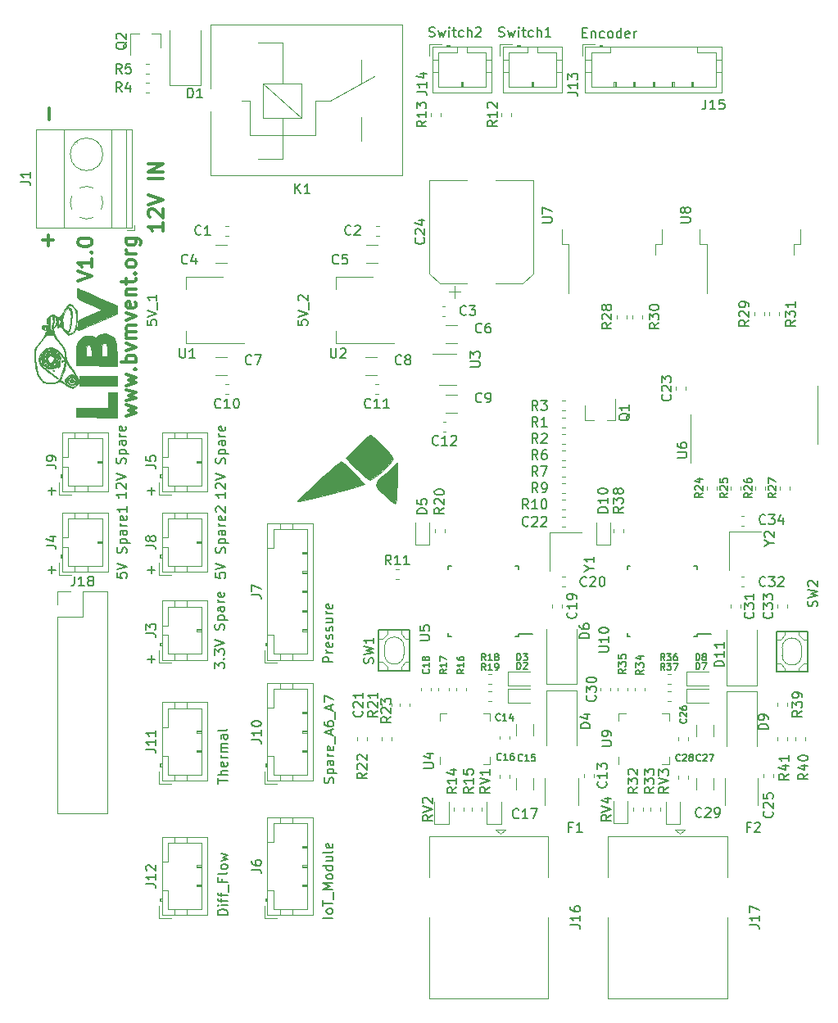
<source format=gto>
G04 #@! TF.GenerationSoftware,KiCad,Pcbnew,(5.1.5)-3*
G04 #@! TF.CreationDate,2020-05-29T16:30:41+07:00*
G04 #@! TF.ProjectId,LIBV,4c494256-2e6b-4696-9361-645f70636258,rev?*
G04 #@! TF.SameCoordinates,PX6b93100PY86f1e60*
G04 #@! TF.FileFunction,Legend,Top*
G04 #@! TF.FilePolarity,Positive*
%FSLAX46Y46*%
G04 Gerber Fmt 4.6, Leading zero omitted, Abs format (unit mm)*
G04 Created by KiCad (PCBNEW (5.1.5)-3) date 2020-05-29 16:30:41*
%MOMM*%
%LPD*%
G04 APERTURE LIST*
%ADD10C,0.300000*%
%ADD11C,0.150000*%
%ADD12C,0.010000*%
%ADD13C,0.120000*%
%ADD14C,0.100000*%
G04 APERTURE END LIST*
D10*
X9778571Y53050000D02*
X10778571Y53335715D01*
X10064285Y53621429D01*
X10778571Y53907143D01*
X9778571Y54192858D01*
X9778571Y54621429D02*
X10778571Y54907143D01*
X10064285Y55192858D01*
X10778571Y55478572D01*
X9778571Y55764286D01*
X9778571Y56192858D02*
X10778571Y56478572D01*
X10064285Y56764286D01*
X10778571Y57050000D01*
X9778571Y57335715D01*
X10635714Y57907143D02*
X10707142Y57978572D01*
X10778571Y57907143D01*
X10707142Y57835715D01*
X10635714Y57907143D01*
X10778571Y57907143D01*
X10778571Y58621429D02*
X9278571Y58621429D01*
X9850000Y58621429D02*
X9778571Y58764286D01*
X9778571Y59050000D01*
X9850000Y59192858D01*
X9921428Y59264286D01*
X10064285Y59335715D01*
X10492857Y59335715D01*
X10635714Y59264286D01*
X10707142Y59192858D01*
X10778571Y59050000D01*
X10778571Y58764286D01*
X10707142Y58621429D01*
X9778571Y59835715D02*
X10778571Y60192858D01*
X9778571Y60550000D01*
X10778571Y61121429D02*
X9778571Y61121429D01*
X9921428Y61121429D02*
X9850000Y61192858D01*
X9778571Y61335715D01*
X9778571Y61550000D01*
X9850000Y61692858D01*
X9992857Y61764286D01*
X10778571Y61764286D01*
X9992857Y61764286D02*
X9850000Y61835715D01*
X9778571Y61978572D01*
X9778571Y62192858D01*
X9850000Y62335715D01*
X9992857Y62407143D01*
X10778571Y62407143D01*
X9778571Y62978572D02*
X10778571Y63335715D01*
X9778571Y63692858D01*
X10707142Y64835715D02*
X10778571Y64692858D01*
X10778571Y64407143D01*
X10707142Y64264286D01*
X10564285Y64192858D01*
X9992857Y64192858D01*
X9850000Y64264286D01*
X9778571Y64407143D01*
X9778571Y64692858D01*
X9850000Y64835715D01*
X9992857Y64907143D01*
X10135714Y64907143D01*
X10278571Y64192858D01*
X9778571Y65550000D02*
X10778571Y65550000D01*
X9921428Y65550000D02*
X9850000Y65621429D01*
X9778571Y65764286D01*
X9778571Y65978572D01*
X9850000Y66121429D01*
X9992857Y66192858D01*
X10778571Y66192858D01*
X9778571Y66692858D02*
X9778571Y67264286D01*
X9278571Y66907143D02*
X10564285Y66907143D01*
X10707142Y66978572D01*
X10778571Y67121429D01*
X10778571Y67264286D01*
X10635714Y67764286D02*
X10707142Y67835715D01*
X10778571Y67764286D01*
X10707142Y67692858D01*
X10635714Y67764286D01*
X10778571Y67764286D01*
X10778571Y68692858D02*
X10707142Y68550000D01*
X10635714Y68478572D01*
X10492857Y68407143D01*
X10064285Y68407143D01*
X9921428Y68478572D01*
X9850000Y68550000D01*
X9778571Y68692858D01*
X9778571Y68907143D01*
X9850000Y69050000D01*
X9921428Y69121429D01*
X10064285Y69192858D01*
X10492857Y69192858D01*
X10635714Y69121429D01*
X10707142Y69050000D01*
X10778571Y68907143D01*
X10778571Y68692858D01*
X10778571Y69835715D02*
X9778571Y69835715D01*
X10064285Y69835715D02*
X9921428Y69907143D01*
X9850000Y69978572D01*
X9778571Y70121429D01*
X9778571Y70264286D01*
X9778571Y71407143D02*
X10992857Y71407143D01*
X11135714Y71335715D01*
X11207142Y71264286D01*
X11278571Y71121429D01*
X11278571Y70907143D01*
X11207142Y70764286D01*
X10707142Y71407143D02*
X10778571Y71264286D01*
X10778571Y70978572D01*
X10707142Y70835715D01*
X10635714Y70764286D01*
X10492857Y70692858D01*
X10064285Y70692858D01*
X9921428Y70764286D01*
X9850000Y70835715D01*
X9778571Y70978572D01*
X9778571Y71264286D01*
X9850000Y71407143D01*
X4778571Y67014286D02*
X6278571Y67514286D01*
X4778571Y68014286D01*
X6278571Y69300000D02*
X6278571Y68442858D01*
X6278571Y68871429D02*
X4778571Y68871429D01*
X4992857Y68728572D01*
X5135714Y68585715D01*
X5207142Y68442858D01*
X6135714Y69942858D02*
X6207142Y70014286D01*
X6278571Y69942858D01*
X6207142Y69871429D01*
X6135714Y69942858D01*
X6278571Y69942858D01*
X4778571Y70942858D02*
X4778571Y71085715D01*
X4850000Y71228572D01*
X4921428Y71300000D01*
X5064285Y71371429D01*
X5350000Y71442858D01*
X5707142Y71442858D01*
X5992857Y71371429D01*
X6135714Y71300000D01*
X6207142Y71228572D01*
X6278571Y71085715D01*
X6278571Y70942858D01*
X6207142Y70800000D01*
X6135714Y70728572D01*
X5992857Y70657143D01*
X5707142Y70585715D01*
X5350000Y70585715D01*
X5064285Y70657143D01*
X4921428Y70728572D01*
X4850000Y70800000D01*
X4778571Y70942858D01*
D11*
X27552380Y62952381D02*
X27552380Y62476191D01*
X28028571Y62428572D01*
X27980952Y62476191D01*
X27933333Y62571429D01*
X27933333Y62809524D01*
X27980952Y62904762D01*
X28028571Y62952381D01*
X28123809Y63000000D01*
X28361904Y63000000D01*
X28457142Y62952381D01*
X28504761Y62904762D01*
X28552380Y62809524D01*
X28552380Y62571429D01*
X28504761Y62476191D01*
X28457142Y62428572D01*
X27552380Y63285715D02*
X28552380Y63619048D01*
X27552380Y63952381D01*
X28647619Y64047620D02*
X28647619Y64809524D01*
X27647619Y65000000D02*
X27600000Y65047620D01*
X27552380Y65142858D01*
X27552380Y65380953D01*
X27600000Y65476191D01*
X27647619Y65523810D01*
X27742857Y65571429D01*
X27838095Y65571429D01*
X27980952Y65523810D01*
X28552380Y64952381D01*
X28552380Y65571429D01*
X11952380Y62952381D02*
X11952380Y62476191D01*
X12428571Y62428572D01*
X12380952Y62476191D01*
X12333333Y62571429D01*
X12333333Y62809524D01*
X12380952Y62904762D01*
X12428571Y62952381D01*
X12523809Y63000000D01*
X12761904Y63000000D01*
X12857142Y62952381D01*
X12904761Y62904762D01*
X12952380Y62809524D01*
X12952380Y62571429D01*
X12904761Y62476191D01*
X12857142Y62428572D01*
X11952380Y63285715D02*
X12952380Y63619048D01*
X11952380Y63952381D01*
X13047619Y64047620D02*
X13047619Y64809524D01*
X12952380Y65571429D02*
X12952380Y65000000D01*
X12952380Y65285715D02*
X11952380Y65285715D01*
X12095238Y65190477D01*
X12190476Y65095239D01*
X12238095Y65000000D01*
D10*
X1807142Y83728572D02*
X1807142Y84871429D01*
X1707142Y70628572D02*
X1707142Y71771429D01*
X2278571Y71200000D02*
X1135714Y71200000D01*
X13578571Y73057143D02*
X13578571Y72200000D01*
X13578571Y72628572D02*
X12078571Y72628572D01*
X12292857Y72485715D01*
X12435714Y72342858D01*
X12507142Y72200000D01*
X12221428Y73628572D02*
X12150000Y73700000D01*
X12078571Y73842858D01*
X12078571Y74200000D01*
X12150000Y74342858D01*
X12221428Y74414286D01*
X12364285Y74485715D01*
X12507142Y74485715D01*
X12721428Y74414286D01*
X13578571Y73557143D01*
X13578571Y74485715D01*
X12078571Y74914286D02*
X13578571Y75414286D01*
X12078571Y75914286D01*
X13578571Y77557143D02*
X12078571Y77557143D01*
X13578571Y78271429D02*
X12078571Y78271429D01*
X13578571Y79128572D01*
X12078571Y79128572D01*
D11*
X12019047Y27928572D02*
X12780952Y27928572D01*
X12400000Y27547620D02*
X12400000Y28309524D01*
X1719047Y37128572D02*
X2480952Y37128572D01*
X2100000Y36747620D02*
X2100000Y37509524D01*
X12019047Y37128572D02*
X12780952Y37128572D01*
X12400000Y36747620D02*
X12400000Y37509524D01*
X1719047Y45328572D02*
X2480952Y45328572D01*
X2100000Y44947620D02*
X2100000Y45709524D01*
X12019047Y45328572D02*
X12780952Y45328572D01*
X12400000Y44947620D02*
X12400000Y45709524D01*
D12*
G36*
X27577004Y44374766D02*
G01*
X27945320Y44753163D01*
X28499085Y45287602D01*
X29171471Y45917015D01*
X29895653Y46580330D01*
X30604804Y47216478D01*
X31232097Y47764389D01*
X31710707Y48162992D01*
X31973808Y48351217D01*
X31996489Y48358333D01*
X32220051Y48218052D01*
X32636363Y47858506D01*
X33152106Y47371639D01*
X33673962Y46849398D01*
X34108612Y46383725D01*
X34362737Y46066568D01*
X34393333Y45996774D01*
X34198846Y45906476D01*
X33660320Y45735876D01*
X32845156Y45504311D01*
X31820752Y45231120D01*
X30958222Y45011179D01*
X29817363Y44730012D01*
X28829287Y44494878D01*
X28062710Y44321451D01*
X27586349Y44225403D01*
X27460961Y44213482D01*
X27577004Y44374766D01*
G37*
X27577004Y44374766D02*
X27945320Y44753163D01*
X28499085Y45287602D01*
X29171471Y45917015D01*
X29895653Y46580330D01*
X30604804Y47216478D01*
X31232097Y47764389D01*
X31710707Y48162992D01*
X31973808Y48351217D01*
X31996489Y48358333D01*
X32220051Y48218052D01*
X32636363Y47858506D01*
X33152106Y47371639D01*
X33673962Y46849398D01*
X34108612Y46383725D01*
X34362737Y46066568D01*
X34393333Y45996774D01*
X34198846Y45906476D01*
X33660320Y45735876D01*
X32845156Y45504311D01*
X31820752Y45231120D01*
X30958222Y45011179D01*
X29817363Y44730012D01*
X28829287Y44494878D01*
X28062710Y44321451D01*
X27586349Y44225403D01*
X27460961Y44213482D01*
X27577004Y44374766D01*
G36*
X33711569Y49899557D02*
G01*
X34294572Y50460852D01*
X34764044Y50883891D01*
X35039889Y51097431D01*
X35072376Y51110000D01*
X35296744Y50963465D01*
X35702038Y50588185D01*
X36198189Y50080643D01*
X36695129Y49537322D01*
X37102792Y49054706D01*
X37331108Y48729279D01*
X37352100Y48667876D01*
X37213475Y48417633D01*
X36846101Y47975129D01*
X36343979Y47450793D01*
X35782857Y46942119D01*
X35301125Y46582750D01*
X35013832Y46453333D01*
X34718489Y46595827D01*
X34234433Y46971582D01*
X33660323Y47503009D01*
X33592367Y47571224D01*
X32488363Y48689114D01*
X33711569Y49899557D01*
G37*
X33711569Y49899557D02*
X34294572Y50460852D01*
X34764044Y50883891D01*
X35039889Y51097431D01*
X35072376Y51110000D01*
X35296744Y50963465D01*
X35702038Y50588185D01*
X36198189Y50080643D01*
X36695129Y49537322D01*
X37102792Y49054706D01*
X37331108Y48729279D01*
X37352100Y48667876D01*
X37213475Y48417633D01*
X36846101Y47975129D01*
X36343979Y47450793D01*
X35782857Y46942119D01*
X35301125Y46582750D01*
X35013832Y46453333D01*
X34718489Y46595827D01*
X34234433Y46971582D01*
X33660323Y47503009D01*
X33592367Y47571224D01*
X32488363Y48689114D01*
X33711569Y49899557D01*
G36*
X35672888Y46161368D02*
G01*
X35987404Y46576752D01*
X36607495Y47152090D01*
X36774583Y47299221D01*
X37780000Y48182644D01*
X37780000Y46030349D01*
X37762878Y45143149D01*
X37716647Y44448099D01*
X37649003Y44030201D01*
X37591460Y43948611D01*
X37347109Y44120555D01*
X36899362Y44497706D01*
X36421964Y44928021D01*
X35904249Y45431696D01*
X35649863Y45811247D01*
X35672888Y46161368D01*
G37*
X35672888Y46161368D02*
X35987404Y46576752D01*
X36607495Y47152090D01*
X36774583Y47299221D01*
X37780000Y48182644D01*
X37780000Y46030349D01*
X37762878Y45143149D01*
X37716647Y44448099D01*
X37649003Y44030201D01*
X37591460Y43948611D01*
X37347109Y44120555D01*
X36899362Y44497706D01*
X36421964Y44928021D01*
X35904249Y45431696D01*
X35649863Y45811247D01*
X35672888Y46161368D01*
G36*
X3993479Y56878883D02*
G01*
X4143925Y56941187D01*
X4312078Y56874439D01*
X4424806Y56711428D01*
X4406240Y56556804D01*
X4311000Y56482618D01*
X4103877Y56469125D01*
X3962131Y56578585D01*
X3930000Y56706000D01*
X3993479Y56878883D01*
G37*
X3993479Y56878883D02*
X4143925Y56941187D01*
X4312078Y56874439D01*
X4424806Y56711428D01*
X4406240Y56556804D01*
X4311000Y56482618D01*
X4103877Y56469125D01*
X3962131Y56578585D01*
X3930000Y56706000D01*
X3993479Y56878883D01*
G36*
X1191251Y59010798D02*
G01*
X1213435Y59029864D01*
X1324131Y59021416D01*
X1343197Y58999232D01*
X1334749Y58888536D01*
X1312565Y58869469D01*
X1201869Y58877918D01*
X1182802Y58900102D01*
X1191251Y59010798D01*
G37*
X1191251Y59010798D02*
X1213435Y59029864D01*
X1324131Y59021416D01*
X1343197Y58999232D01*
X1334749Y58888536D01*
X1312565Y58869469D01*
X1201869Y58877918D01*
X1182802Y58900102D01*
X1191251Y59010798D01*
G36*
X1451460Y58480555D02*
G01*
X1474667Y58484000D01*
X1557132Y58455113D01*
X1559333Y58446664D01*
X1500004Y58374378D01*
X1474667Y58357000D01*
X1396648Y58363713D01*
X1390000Y58394337D01*
X1451460Y58480555D01*
G37*
X1451460Y58480555D02*
X1474667Y58484000D01*
X1557132Y58455113D01*
X1559333Y58446664D01*
X1500004Y58374378D01*
X1474667Y58357000D01*
X1396648Y58363713D01*
X1390000Y58394337D01*
X1451460Y58480555D01*
G36*
X1455506Y59499029D02*
G01*
X1474667Y59500000D01*
X1556080Y59434912D01*
X1559333Y59410337D01*
X1507463Y59359771D01*
X1474667Y59373000D01*
X1393896Y59449082D01*
X1390000Y59462664D01*
X1455506Y59499029D01*
G37*
X1455506Y59499029D02*
X1474667Y59500000D01*
X1556080Y59434912D01*
X1559333Y59410337D01*
X1507463Y59359771D01*
X1474667Y59373000D01*
X1393896Y59449082D01*
X1390000Y59462664D01*
X1455506Y59499029D01*
G36*
X1949870Y58285563D02*
G01*
X1982667Y58272334D01*
X2063437Y58196251D01*
X2067333Y58182670D01*
X2001827Y58146304D01*
X1982667Y58145334D01*
X1901253Y58210421D01*
X1898000Y58234997D01*
X1949870Y58285563D01*
G37*
X1949870Y58285563D02*
X1982667Y58272334D01*
X2063437Y58196251D01*
X2067333Y58182670D01*
X2001827Y58146304D01*
X1982667Y58145334D01*
X1901253Y58210421D01*
X1898000Y58234997D01*
X1949870Y58285563D01*
G36*
X1940333Y59669334D02*
G01*
X2016415Y59750104D01*
X2029997Y59754000D01*
X2066362Y59688494D01*
X2067333Y59669334D01*
X2002245Y59587920D01*
X1977670Y59584667D01*
X1927104Y59636537D01*
X1940333Y59669334D01*
G37*
X1940333Y59669334D02*
X2016415Y59750104D01*
X2029997Y59754000D01*
X2066362Y59688494D01*
X2067333Y59669334D01*
X2002245Y59587920D01*
X1977670Y59584667D01*
X1927104Y59636537D01*
X1940333Y59669334D01*
G36*
X2470429Y58481540D02*
G01*
X2490667Y58484000D01*
X2572873Y58419571D01*
X2575333Y58399334D01*
X2510904Y58317127D01*
X2490667Y58314667D01*
X2408460Y58379096D01*
X2406000Y58399334D01*
X2470429Y58481540D01*
G37*
X2470429Y58481540D02*
X2490667Y58484000D01*
X2572873Y58419571D01*
X2575333Y58399334D01*
X2510904Y58317127D01*
X2490667Y58314667D01*
X2408460Y58379096D01*
X2406000Y58399334D01*
X2470429Y58481540D01*
G36*
X2617667Y58907334D02*
G01*
X2693749Y58988104D01*
X2707330Y58992000D01*
X2743696Y58926494D01*
X2744667Y58907334D01*
X2679579Y58825920D01*
X2655003Y58822667D01*
X2604437Y58874537D01*
X2617667Y58907334D01*
G37*
X2617667Y58907334D02*
X2693749Y58988104D01*
X2707330Y58992000D01*
X2743696Y58926494D01*
X2744667Y58907334D01*
X2679579Y58825920D01*
X2655003Y58822667D01*
X2604437Y58874537D01*
X2617667Y58907334D01*
G36*
X2220792Y57779837D02*
G01*
X2353115Y57789931D01*
X2383069Y57773153D01*
X2357818Y57734671D01*
X2271944Y57728684D01*
X2181602Y57749362D01*
X2220792Y57779837D01*
G37*
X2220792Y57779837D02*
X2353115Y57789931D01*
X2383069Y57773153D01*
X2357818Y57734671D01*
X2271944Y57728684D01*
X2181602Y57749362D01*
X2220792Y57779837D01*
G36*
X2470429Y59497540D02*
G01*
X2490667Y59500000D01*
X2572873Y59435571D01*
X2575333Y59415334D01*
X2510904Y59333127D01*
X2490667Y59330667D01*
X2408460Y59395096D01*
X2406000Y59415334D01*
X2470429Y59497540D01*
G37*
X2470429Y59497540D02*
X2490667Y59500000D01*
X2572873Y59435571D01*
X2575333Y59415334D01*
X2510904Y59333127D01*
X2490667Y59330667D01*
X2408460Y59395096D01*
X2406000Y59415334D01*
X2470429Y59497540D01*
G36*
X3127538Y58806512D02*
G01*
X3168000Y58822667D01*
X3250243Y58761899D01*
X3252667Y58742997D01*
X3191122Y58628330D01*
X3168000Y58611000D01*
X3095517Y58630194D01*
X3083333Y58690670D01*
X3127538Y58806512D01*
G37*
X3127538Y58806512D02*
X3168000Y58822667D01*
X3250243Y58761899D01*
X3252667Y58742997D01*
X3191122Y58628330D01*
X3168000Y58611000D01*
X3095517Y58630194D01*
X3083333Y58690670D01*
X3127538Y58806512D01*
G36*
X3521932Y56900456D02*
G01*
X3539208Y56945183D01*
X3685217Y57134951D01*
X3907519Y57283868D01*
X4138825Y57354280D01*
X4251731Y57343932D01*
X4372165Y57242790D01*
X4511863Y57048163D01*
X4631235Y56825340D01*
X4690692Y56639613D01*
X4692000Y56617854D01*
X4637465Y56503770D01*
X4522667Y56367334D01*
X4279045Y56215209D01*
X4278437Y56215229D01*
X4278437Y56337855D01*
X4359467Y56370616D01*
X4489173Y56523086D01*
X4516187Y56736640D01*
X4431933Y56931593D01*
X4421067Y56943067D01*
X4228537Y57036531D01*
X4012321Y57014485D01*
X3851510Y56886234D01*
X3845333Y56875334D01*
X3803076Y56653434D01*
X3888667Y56462898D01*
X4060867Y56344211D01*
X4278437Y56337855D01*
X4278437Y56215229D01*
X4035287Y56223579D01*
X3818264Y56385772D01*
X3704274Y56570505D01*
X3701811Y56575160D01*
X3701811Y56936697D01*
X3833487Y56987359D01*
X3879830Y57019548D01*
X3998497Y57132845D01*
X4007345Y57199381D01*
X4003983Y57200838D01*
X3879500Y57177771D01*
X3800153Y57126971D01*
X3682824Y56993854D01*
X3701811Y56936697D01*
X3701811Y56575160D01*
X3630359Y56710231D01*
X3612856Y56691293D01*
X3621096Y56642500D01*
X3625466Y56495639D01*
X3589615Y56452000D01*
X3509284Y56522612D01*
X3484599Y56692880D01*
X3521932Y56900456D01*
G37*
X3521932Y56900456D02*
X3539208Y56945183D01*
X3685217Y57134951D01*
X3907519Y57283868D01*
X4138825Y57354280D01*
X4251731Y57343932D01*
X4372165Y57242790D01*
X4511863Y57048163D01*
X4631235Y56825340D01*
X4690692Y56639613D01*
X4692000Y56617854D01*
X4637465Y56503770D01*
X4522667Y56367334D01*
X4279045Y56215209D01*
X4278437Y56215229D01*
X4278437Y56337855D01*
X4359467Y56370616D01*
X4489173Y56523086D01*
X4516187Y56736640D01*
X4431933Y56931593D01*
X4421067Y56943067D01*
X4228537Y57036531D01*
X4012321Y57014485D01*
X3851510Y56886234D01*
X3845333Y56875334D01*
X3803076Y56653434D01*
X3888667Y56462898D01*
X4060867Y56344211D01*
X4278437Y56337855D01*
X4278437Y56215229D01*
X4035287Y56223579D01*
X3818264Y56385772D01*
X3704274Y56570505D01*
X3701811Y56575160D01*
X3701811Y56936697D01*
X3833487Y56987359D01*
X3879830Y57019548D01*
X3998497Y57132845D01*
X4007345Y57199381D01*
X4003983Y57200838D01*
X3879500Y57177771D01*
X3800153Y57126971D01*
X3682824Y56993854D01*
X3701811Y56936697D01*
X3701811Y56575160D01*
X3630359Y56710231D01*
X3612856Y56691293D01*
X3621096Y56642500D01*
X3625466Y56495639D01*
X3589615Y56452000D01*
X3509284Y56522612D01*
X3484599Y56692880D01*
X3521932Y56900456D01*
G36*
X294892Y59594011D02*
G01*
X318045Y59845948D01*
X380162Y60055152D01*
X499638Y60260293D01*
X694870Y60500040D01*
X984252Y60813065D01*
X1077813Y60911889D01*
X1275791Y61152138D01*
X1365330Y61333478D01*
X1363865Y61393319D01*
X1376614Y61546515D01*
X1471006Y61719782D01*
X1572544Y61859494D01*
X1555963Y61910232D01*
X1413503Y61915686D01*
X1398956Y61919799D01*
X1398956Y61955334D01*
X1455886Y62027842D01*
X1474667Y62167000D01*
X1452897Y62326191D01*
X1411167Y62378607D01*
X1359162Y62305844D01*
X1335456Y62166940D01*
X1352090Y62008168D01*
X1398956Y61955334D01*
X1398956Y61919799D01*
X1196172Y61977142D01*
X1074157Y62135993D01*
X1081733Y62335767D01*
X1156823Y62431712D01*
X1311322Y62455914D01*
X1470147Y62440811D01*
X1682768Y62424267D01*
X1762433Y62457600D01*
X1756067Y62514050D01*
X1673479Y62591223D01*
X1629857Y62581592D01*
X1583597Y62622276D01*
X1570595Y62799678D01*
X1575228Y62893248D01*
X1616426Y63148348D01*
X1718276Y63306656D01*
X1855667Y63403314D01*
X2145890Y63534365D01*
X2356634Y63532344D01*
X2509309Y63402797D01*
X2679903Y63274393D01*
X2880503Y63287138D01*
X3071796Y63427685D01*
X3197151Y63636285D01*
X3321912Y63889162D01*
X3461748Y64099950D01*
X3477996Y64118955D01*
X3632777Y64313635D01*
X3724382Y64452582D01*
X3843580Y64601820D01*
X3980868Y64625743D01*
X4164069Y64519295D01*
X4362667Y64336588D01*
X4706309Y63992945D01*
X4677988Y62979452D01*
X4664312Y62549008D01*
X4646548Y62252068D01*
X4616905Y62052843D01*
X4567597Y61915545D01*
X4490834Y61804383D01*
X4400993Y61706646D01*
X4139853Y61504785D01*
X3964690Y61465130D01*
X3964690Y61549745D01*
X4221094Y61668469D01*
X4429352Y61902017D01*
X4459035Y61956241D01*
X4550422Y62245553D01*
X4603283Y62635644D01*
X4618076Y63073121D01*
X4595261Y63504590D01*
X4535297Y63876660D01*
X4440310Y64133228D01*
X4284195Y64311853D01*
X4086363Y64444307D01*
X3900916Y64502222D01*
X3793926Y64472148D01*
X3819126Y64391375D01*
X3935852Y64244802D01*
X3978958Y64200073D01*
X4081787Y64090627D01*
X4145933Y63985033D01*
X4177929Y63844355D01*
X4184310Y63629658D01*
X4171611Y63302007D01*
X4161639Y63111593D01*
X4122584Y62585486D01*
X4065419Y62204724D01*
X3983062Y61945679D01*
X3868428Y61784723D01*
X3740731Y61707541D01*
X3691779Y61684943D01*
X3691779Y61870667D01*
X3795271Y61885058D01*
X3866764Y61950019D01*
X3920482Y62098232D01*
X3970649Y62362376D01*
X4004994Y62590334D01*
X4063814Y63053780D01*
X4083319Y63395545D01*
X4062512Y63658886D01*
X4000397Y63887064D01*
X3973538Y63955177D01*
X3866558Y64143315D01*
X3761391Y64222924D01*
X3740704Y64221097D01*
X3586575Y64103907D01*
X3434158Y63890825D01*
X3321527Y63649395D01*
X3286754Y63447161D01*
X3290913Y63423142D01*
X3300276Y63258993D01*
X3265842Y63191143D01*
X3222767Y63083205D01*
X3212254Y62881949D01*
X3232063Y62659777D01*
X3279954Y62489089D01*
X3288012Y62474640D01*
X3307474Y62326549D01*
X3291703Y62288665D01*
X3298548Y62162134D01*
X3407578Y62015678D01*
X3568125Y61902236D01*
X3691779Y61870667D01*
X3691779Y61684943D01*
X3610936Y61647622D01*
X3632264Y61602898D01*
X3707074Y61569954D01*
X3964690Y61549745D01*
X3964690Y61465130D01*
X3886085Y61447334D01*
X3718174Y61469115D01*
X3580176Y61557433D01*
X3428092Y61746747D01*
X3345488Y61870748D01*
X3181807Y62107844D01*
X3061483Y62226220D01*
X3041000Y62231307D01*
X3041000Y63140667D01*
X3083333Y63183000D01*
X3041000Y63225334D01*
X2998667Y63183000D01*
X3041000Y63140667D01*
X3041000Y62231307D01*
X2945401Y62255050D01*
X2871667Y62242488D01*
X2871667Y62548000D01*
X2972493Y62623728D01*
X2998667Y62802000D01*
X2960802Y63003652D01*
X2871667Y63056000D01*
X2770840Y62980272D01*
X2744667Y62802000D01*
X2782531Y62600348D01*
X2871667Y62548000D01*
X2871667Y62242488D01*
X2851641Y62239075D01*
X2699084Y62216671D01*
X2670143Y62274146D01*
X2685755Y62323661D01*
X2702318Y62442460D01*
X2612310Y62431535D01*
X2417709Y62291128D01*
X2417378Y62290853D01*
X2319192Y62166944D01*
X2319192Y62304412D01*
X2416017Y62392003D01*
X2471998Y62484500D01*
X2557347Y62789788D01*
X2550167Y63105869D01*
X2452313Y63355606D01*
X2451026Y63357318D01*
X2381194Y63435046D01*
X2343499Y63415219D01*
X2327746Y63272506D01*
X2324026Y63041758D01*
X2313800Y62752260D01*
X2290376Y62519519D01*
X2269941Y62427925D01*
X2256161Y62312371D01*
X2319192Y62304412D01*
X2319192Y62166944D01*
X2274012Y62109927D01*
X2263601Y61976169D01*
X2451248Y61458879D01*
X2669450Y61037658D01*
X2957656Y60639475D01*
X3036549Y60545163D01*
X3261118Y60274350D01*
X3399215Y60069809D01*
X3477116Y59871468D01*
X3521093Y59619257D01*
X3545469Y59381620D01*
X3592766Y59007864D01*
X3664842Y58738343D01*
X3782795Y58507997D01*
X3869847Y58381304D01*
X4264634Y57830312D01*
X4574722Y57377114D01*
X4794248Y57030827D01*
X4917352Y56800567D01*
X4943000Y56712091D01*
X4901149Y56539446D01*
X4827847Y56376653D01*
X4636907Y56155101D01*
X4377097Y55995607D01*
X4172677Y55947000D01*
X4123533Y55963349D01*
X4123533Y56120684D01*
X4359086Y56128142D01*
X4558052Y56237232D01*
X4607333Y56282667D01*
X4732042Y56451525D01*
X4771180Y56643290D01*
X4718218Y56881705D01*
X4566626Y57190513D01*
X4309875Y57593457D01*
X4205167Y57745118D01*
X3977741Y58064620D01*
X3784062Y58326150D01*
X3644997Y58502238D01*
X3581960Y58565433D01*
X3543164Y58491632D01*
X3501629Y58299835D01*
X3481678Y58158529D01*
X3414427Y57847648D01*
X3293734Y57488641D01*
X3199408Y57271895D01*
X3083755Y57020695D01*
X3013607Y56837534D01*
X3003356Y56766624D01*
X3465067Y56434071D01*
X3831993Y56220709D01*
X4123533Y56120684D01*
X4123533Y55963349D01*
X4039788Y55991211D01*
X3814551Y56110864D01*
X3541572Y56281818D01*
X3491738Y56315538D01*
X3211825Y56501279D01*
X3030570Y56599578D01*
X2910655Y56623911D01*
X2814762Y56587755D01*
X2788378Y56569538D01*
X2614757Y56507180D01*
X2330398Y56467389D01*
X1988434Y56450539D01*
X1972300Y56450840D01*
X1972300Y56536667D01*
X2376072Y56551245D01*
X2634032Y56593813D01*
X2723892Y56642500D01*
X2932980Y56968375D01*
X3132718Y57388115D01*
X3294334Y57830895D01*
X3389056Y58225892D01*
X3398371Y58302722D01*
X3416701Y58570278D01*
X3399236Y58760403D01*
X3326146Y58934161D01*
X3177603Y59152615D01*
X3080131Y59282734D01*
X2735361Y59677530D01*
X2405853Y59915917D01*
X2070655Y60006902D01*
X1708814Y59959493D01*
X1595436Y59920965D01*
X1429602Y59841795D01*
X1412356Y59797935D01*
X1524936Y59798837D01*
X1736106Y59850088D01*
X1981026Y59896037D01*
X2216041Y59855272D01*
X2366800Y59796952D01*
X2568867Y59705417D01*
X2631392Y59650246D01*
X2571637Y59603881D01*
X2504743Y59576720D01*
X2363993Y59471542D01*
X2362401Y59357784D01*
X2493146Y59291142D01*
X2540055Y59288334D01*
X2665898Y59339470D01*
X2678834Y59457667D01*
X2674578Y59558736D01*
X2724031Y59539990D01*
X2834084Y59418373D01*
X2947532Y59244375D01*
X2981209Y59042472D01*
X2964033Y58825706D01*
X2928985Y58547268D01*
X2900020Y58312757D01*
X2893450Y58258193D01*
X2842985Y58078447D01*
X2794677Y58004193D01*
X2752630Y58003530D01*
X2770244Y58080248D01*
X2788152Y58163930D01*
X2732560Y58168612D01*
X2692419Y58149486D01*
X2692419Y58699132D01*
X2798233Y58747323D01*
X2906341Y58894574D01*
X2851573Y59011797D01*
X2781309Y59048233D01*
X2614068Y59052209D01*
X2525456Y58952499D01*
X2557868Y58803165D01*
X2573222Y58782878D01*
X2692419Y58699132D01*
X2692419Y58149486D01*
X2571056Y58091658D01*
X2509821Y58059081D01*
X2437947Y58031132D01*
X2437947Y58249708D01*
X2586346Y58286919D01*
X2659803Y58392731D01*
X2660000Y58399334D01*
X2592047Y58503879D01*
X2527309Y58540233D01*
X2370802Y58543808D01*
X2269276Y58459606D01*
X2271636Y58338289D01*
X2298709Y58303425D01*
X2437947Y58249708D01*
X2437947Y58031132D01*
X2144377Y57916972D01*
X1965983Y57918833D01*
X1965983Y58021697D01*
X2031190Y58032425D01*
X2139444Y58141235D01*
X2124239Y58283678D01*
X2019309Y58370900D01*
X1982667Y58370102D01*
X1982667Y58568667D01*
X2176968Y58637199D01*
X2292803Y58803013D01*
X2315254Y59006433D01*
X2229400Y59187783D01*
X2152000Y59246000D01*
X1935494Y59290307D01*
X1901709Y59278054D01*
X1901709Y59455375D01*
X2031609Y59457006D01*
X2117625Y59506605D01*
X2201360Y59607491D01*
X2146464Y59710478D01*
X2122041Y59735579D01*
X1983074Y59811612D01*
X1906125Y59801355D01*
X1820369Y59668563D01*
X1846628Y59511503D01*
X1901709Y59455375D01*
X1901709Y59278054D01*
X1813333Y59246000D01*
X1674205Y59093839D01*
X1650054Y58892915D01*
X1725962Y58702903D01*
X1887009Y58583479D01*
X1982667Y58568667D01*
X1982667Y58370102D01*
X1854459Y58367309D01*
X1794297Y58329497D01*
X1758810Y58203608D01*
X1832509Y58080353D01*
X1965983Y58021697D01*
X1965983Y57918833D01*
X1817253Y57920386D01*
X1490738Y58062837D01*
X1474259Y58077804D01*
X1474259Y58257055D01*
X1551208Y58267312D01*
X1636964Y58400104D01*
X1610705Y58557164D01*
X1555624Y58613292D01*
X1503395Y58612637D01*
X1503395Y59275224D01*
X1599122Y59328555D01*
X1683402Y59445553D01*
X1631150Y59557816D01*
X1534918Y59633036D01*
X1429660Y59575085D01*
X1400901Y59547188D01*
X1326248Y59399467D01*
X1375372Y59292312D01*
X1503395Y59275224D01*
X1503395Y58612637D01*
X1425724Y58611661D01*
X1339708Y58562062D01*
X1291883Y58504442D01*
X1291883Y58753048D01*
X1339122Y58765339D01*
X1456051Y58879816D01*
X1457391Y59035108D01*
X1381875Y59124022D01*
X1253561Y59120240D01*
X1173270Y59065518D01*
X1108769Y58920101D01*
X1160046Y58794696D01*
X1291883Y58753048D01*
X1291883Y58504442D01*
X1255973Y58461176D01*
X1310869Y58358189D01*
X1335292Y58333088D01*
X1474259Y58257055D01*
X1474259Y58077804D01*
X1195113Y58331351D01*
X1035948Y58671163D01*
X1019392Y59045435D01*
X1151594Y59417333D01*
X1242372Y59550697D01*
X1335166Y59693556D01*
X1324187Y59744273D01*
X1307648Y59740661D01*
X1180514Y59631512D01*
X1045538Y59420909D01*
X935430Y59171802D01*
X882898Y58947143D01*
X882000Y58921450D01*
X919420Y58659760D01*
X1043187Y58404233D01*
X1270563Y58133392D01*
X1618811Y57825759D01*
X1989458Y57543526D01*
X2306894Y57306776D01*
X2562832Y57106097D01*
X2732410Y56961713D01*
X2790761Y56893847D01*
X2789979Y56892423D01*
X2707940Y56920353D01*
X2524351Y57030830D01*
X2270480Y57201361D01*
X1977595Y57409457D01*
X1676965Y57632626D01*
X1399858Y57848376D01*
X1177542Y58034217D01*
X1091030Y58114465D01*
X843012Y58462033D01*
X753553Y58841517D01*
X821016Y59229960D01*
X1043765Y59604403D01*
X1209489Y59776163D01*
X1600108Y60046135D01*
X1986231Y60146994D01*
X2366726Y60078928D01*
X2740458Y59842125D01*
X3084734Y59465652D01*
X3263198Y59231950D01*
X3396267Y59062730D01*
X3456894Y58992339D01*
X3457733Y58992000D01*
X3457620Y59068798D01*
X3442365Y59269739D01*
X3416461Y59539430D01*
X3374093Y59854174D01*
X3304457Y60071938D01*
X3173497Y60264928D01*
X2973404Y60478792D01*
X2743526Y60735681D01*
X2547079Y60996333D01*
X2450198Y61159029D01*
X2354600Y61332010D01*
X2243682Y61417007D01*
X2057672Y61445004D01*
X2045585Y61445176D01*
X2045585Y61870667D01*
X2133170Y61919683D01*
X2132570Y62087140D01*
X2129621Y62103500D01*
X2121045Y62341374D01*
X2155420Y62505667D01*
X2225073Y62843896D01*
X2198924Y63222511D01*
X2182836Y63290618D01*
X2124289Y63420400D01*
X2035713Y63402459D01*
X2012607Y63384382D01*
X1949292Y63253895D01*
X1910379Y63018757D01*
X1894874Y62724608D01*
X1901783Y62417088D01*
X1930111Y62141836D01*
X1978865Y61944492D01*
X2045585Y61870667D01*
X2045585Y61445176D01*
X1894028Y61447334D01*
X1686333Y61433157D01*
X1686333Y62040000D01*
X1728667Y62082334D01*
X1686333Y62124667D01*
X1644000Y62082334D01*
X1686333Y62040000D01*
X1686333Y61433157D01*
X1627492Y61429140D01*
X1488268Y61378972D01*
X1474667Y61350890D01*
X1422118Y61245847D01*
X1282562Y61052521D01*
X1083129Y60807714D01*
X1022094Y60737057D01*
X794991Y60468564D01*
X603895Y60226632D01*
X484073Y60056267D01*
X471760Y60034733D01*
X395145Y59766190D01*
X368949Y59380056D01*
X388494Y58918858D01*
X449103Y58425124D01*
X546098Y57941381D01*
X674804Y57510158D01*
X775401Y57273875D01*
X961481Y56929705D01*
X1131729Y56713076D01*
X1333508Y56594819D01*
X1614177Y56545762D01*
X1972300Y56536667D01*
X1972300Y56450840D01*
X1641996Y56457004D01*
X1344216Y56487157D01*
X1148226Y56541370D01*
X1122447Y56557834D01*
X954060Y56755339D01*
X770784Y57066465D01*
X597536Y57440245D01*
X459236Y57825712D01*
X408400Y58018334D01*
X353445Y58355212D01*
X312334Y58777756D01*
X292874Y59202402D01*
X292307Y59260671D01*
X294892Y59594011D01*
G37*
X294892Y59594011D02*
X318045Y59845948D01*
X380162Y60055152D01*
X499638Y60260293D01*
X694870Y60500040D01*
X984252Y60813065D01*
X1077813Y60911889D01*
X1275791Y61152138D01*
X1365330Y61333478D01*
X1363865Y61393319D01*
X1376614Y61546515D01*
X1471006Y61719782D01*
X1572544Y61859494D01*
X1555963Y61910232D01*
X1413503Y61915686D01*
X1398956Y61919799D01*
X1398956Y61955334D01*
X1455886Y62027842D01*
X1474667Y62167000D01*
X1452897Y62326191D01*
X1411167Y62378607D01*
X1359162Y62305844D01*
X1335456Y62166940D01*
X1352090Y62008168D01*
X1398956Y61955334D01*
X1398956Y61919799D01*
X1196172Y61977142D01*
X1074157Y62135993D01*
X1081733Y62335767D01*
X1156823Y62431712D01*
X1311322Y62455914D01*
X1470147Y62440811D01*
X1682768Y62424267D01*
X1762433Y62457600D01*
X1756067Y62514050D01*
X1673479Y62591223D01*
X1629857Y62581592D01*
X1583597Y62622276D01*
X1570595Y62799678D01*
X1575228Y62893248D01*
X1616426Y63148348D01*
X1718276Y63306656D01*
X1855667Y63403314D01*
X2145890Y63534365D01*
X2356634Y63532344D01*
X2509309Y63402797D01*
X2679903Y63274393D01*
X2880503Y63287138D01*
X3071796Y63427685D01*
X3197151Y63636285D01*
X3321912Y63889162D01*
X3461748Y64099950D01*
X3477996Y64118955D01*
X3632777Y64313635D01*
X3724382Y64452582D01*
X3843580Y64601820D01*
X3980868Y64625743D01*
X4164069Y64519295D01*
X4362667Y64336588D01*
X4706309Y63992945D01*
X4677988Y62979452D01*
X4664312Y62549008D01*
X4646548Y62252068D01*
X4616905Y62052843D01*
X4567597Y61915545D01*
X4490834Y61804383D01*
X4400993Y61706646D01*
X4139853Y61504785D01*
X3964690Y61465130D01*
X3964690Y61549745D01*
X4221094Y61668469D01*
X4429352Y61902017D01*
X4459035Y61956241D01*
X4550422Y62245553D01*
X4603283Y62635644D01*
X4618076Y63073121D01*
X4595261Y63504590D01*
X4535297Y63876660D01*
X4440310Y64133228D01*
X4284195Y64311853D01*
X4086363Y64444307D01*
X3900916Y64502222D01*
X3793926Y64472148D01*
X3819126Y64391375D01*
X3935852Y64244802D01*
X3978958Y64200073D01*
X4081787Y64090627D01*
X4145933Y63985033D01*
X4177929Y63844355D01*
X4184310Y63629658D01*
X4171611Y63302007D01*
X4161639Y63111593D01*
X4122584Y62585486D01*
X4065419Y62204724D01*
X3983062Y61945679D01*
X3868428Y61784723D01*
X3740731Y61707541D01*
X3691779Y61684943D01*
X3691779Y61870667D01*
X3795271Y61885058D01*
X3866764Y61950019D01*
X3920482Y62098232D01*
X3970649Y62362376D01*
X4004994Y62590334D01*
X4063814Y63053780D01*
X4083319Y63395545D01*
X4062512Y63658886D01*
X4000397Y63887064D01*
X3973538Y63955177D01*
X3866558Y64143315D01*
X3761391Y64222924D01*
X3740704Y64221097D01*
X3586575Y64103907D01*
X3434158Y63890825D01*
X3321527Y63649395D01*
X3286754Y63447161D01*
X3290913Y63423142D01*
X3300276Y63258993D01*
X3265842Y63191143D01*
X3222767Y63083205D01*
X3212254Y62881949D01*
X3232063Y62659777D01*
X3279954Y62489089D01*
X3288012Y62474640D01*
X3307474Y62326549D01*
X3291703Y62288665D01*
X3298548Y62162134D01*
X3407578Y62015678D01*
X3568125Y61902236D01*
X3691779Y61870667D01*
X3691779Y61684943D01*
X3610936Y61647622D01*
X3632264Y61602898D01*
X3707074Y61569954D01*
X3964690Y61549745D01*
X3964690Y61465130D01*
X3886085Y61447334D01*
X3718174Y61469115D01*
X3580176Y61557433D01*
X3428092Y61746747D01*
X3345488Y61870748D01*
X3181807Y62107844D01*
X3061483Y62226220D01*
X3041000Y62231307D01*
X3041000Y63140667D01*
X3083333Y63183000D01*
X3041000Y63225334D01*
X2998667Y63183000D01*
X3041000Y63140667D01*
X3041000Y62231307D01*
X2945401Y62255050D01*
X2871667Y62242488D01*
X2871667Y62548000D01*
X2972493Y62623728D01*
X2998667Y62802000D01*
X2960802Y63003652D01*
X2871667Y63056000D01*
X2770840Y62980272D01*
X2744667Y62802000D01*
X2782531Y62600348D01*
X2871667Y62548000D01*
X2871667Y62242488D01*
X2851641Y62239075D01*
X2699084Y62216671D01*
X2670143Y62274146D01*
X2685755Y62323661D01*
X2702318Y62442460D01*
X2612310Y62431535D01*
X2417709Y62291128D01*
X2417378Y62290853D01*
X2319192Y62166944D01*
X2319192Y62304412D01*
X2416017Y62392003D01*
X2471998Y62484500D01*
X2557347Y62789788D01*
X2550167Y63105869D01*
X2452313Y63355606D01*
X2451026Y63357318D01*
X2381194Y63435046D01*
X2343499Y63415219D01*
X2327746Y63272506D01*
X2324026Y63041758D01*
X2313800Y62752260D01*
X2290376Y62519519D01*
X2269941Y62427925D01*
X2256161Y62312371D01*
X2319192Y62304412D01*
X2319192Y62166944D01*
X2274012Y62109927D01*
X2263601Y61976169D01*
X2451248Y61458879D01*
X2669450Y61037658D01*
X2957656Y60639475D01*
X3036549Y60545163D01*
X3261118Y60274350D01*
X3399215Y60069809D01*
X3477116Y59871468D01*
X3521093Y59619257D01*
X3545469Y59381620D01*
X3592766Y59007864D01*
X3664842Y58738343D01*
X3782795Y58507997D01*
X3869847Y58381304D01*
X4264634Y57830312D01*
X4574722Y57377114D01*
X4794248Y57030827D01*
X4917352Y56800567D01*
X4943000Y56712091D01*
X4901149Y56539446D01*
X4827847Y56376653D01*
X4636907Y56155101D01*
X4377097Y55995607D01*
X4172677Y55947000D01*
X4123533Y55963349D01*
X4123533Y56120684D01*
X4359086Y56128142D01*
X4558052Y56237232D01*
X4607333Y56282667D01*
X4732042Y56451525D01*
X4771180Y56643290D01*
X4718218Y56881705D01*
X4566626Y57190513D01*
X4309875Y57593457D01*
X4205167Y57745118D01*
X3977741Y58064620D01*
X3784062Y58326150D01*
X3644997Y58502238D01*
X3581960Y58565433D01*
X3543164Y58491632D01*
X3501629Y58299835D01*
X3481678Y58158529D01*
X3414427Y57847648D01*
X3293734Y57488641D01*
X3199408Y57271895D01*
X3083755Y57020695D01*
X3013607Y56837534D01*
X3003356Y56766624D01*
X3465067Y56434071D01*
X3831993Y56220709D01*
X4123533Y56120684D01*
X4123533Y55963349D01*
X4039788Y55991211D01*
X3814551Y56110864D01*
X3541572Y56281818D01*
X3491738Y56315538D01*
X3211825Y56501279D01*
X3030570Y56599578D01*
X2910655Y56623911D01*
X2814762Y56587755D01*
X2788378Y56569538D01*
X2614757Y56507180D01*
X2330398Y56467389D01*
X1988434Y56450539D01*
X1972300Y56450840D01*
X1972300Y56536667D01*
X2376072Y56551245D01*
X2634032Y56593813D01*
X2723892Y56642500D01*
X2932980Y56968375D01*
X3132718Y57388115D01*
X3294334Y57830895D01*
X3389056Y58225892D01*
X3398371Y58302722D01*
X3416701Y58570278D01*
X3399236Y58760403D01*
X3326146Y58934161D01*
X3177603Y59152615D01*
X3080131Y59282734D01*
X2735361Y59677530D01*
X2405853Y59915917D01*
X2070655Y60006902D01*
X1708814Y59959493D01*
X1595436Y59920965D01*
X1429602Y59841795D01*
X1412356Y59797935D01*
X1524936Y59798837D01*
X1736106Y59850088D01*
X1981026Y59896037D01*
X2216041Y59855272D01*
X2366800Y59796952D01*
X2568867Y59705417D01*
X2631392Y59650246D01*
X2571637Y59603881D01*
X2504743Y59576720D01*
X2363993Y59471542D01*
X2362401Y59357784D01*
X2493146Y59291142D01*
X2540055Y59288334D01*
X2665898Y59339470D01*
X2678834Y59457667D01*
X2674578Y59558736D01*
X2724031Y59539990D01*
X2834084Y59418373D01*
X2947532Y59244375D01*
X2981209Y59042472D01*
X2964033Y58825706D01*
X2928985Y58547268D01*
X2900020Y58312757D01*
X2893450Y58258193D01*
X2842985Y58078447D01*
X2794677Y58004193D01*
X2752630Y58003530D01*
X2770244Y58080248D01*
X2788152Y58163930D01*
X2732560Y58168612D01*
X2692419Y58149486D01*
X2692419Y58699132D01*
X2798233Y58747323D01*
X2906341Y58894574D01*
X2851573Y59011797D01*
X2781309Y59048233D01*
X2614068Y59052209D01*
X2525456Y58952499D01*
X2557868Y58803165D01*
X2573222Y58782878D01*
X2692419Y58699132D01*
X2692419Y58149486D01*
X2571056Y58091658D01*
X2509821Y58059081D01*
X2437947Y58031132D01*
X2437947Y58249708D01*
X2586346Y58286919D01*
X2659803Y58392731D01*
X2660000Y58399334D01*
X2592047Y58503879D01*
X2527309Y58540233D01*
X2370802Y58543808D01*
X2269276Y58459606D01*
X2271636Y58338289D01*
X2298709Y58303425D01*
X2437947Y58249708D01*
X2437947Y58031132D01*
X2144377Y57916972D01*
X1965983Y57918833D01*
X1965983Y58021697D01*
X2031190Y58032425D01*
X2139444Y58141235D01*
X2124239Y58283678D01*
X2019309Y58370900D01*
X1982667Y58370102D01*
X1982667Y58568667D01*
X2176968Y58637199D01*
X2292803Y58803013D01*
X2315254Y59006433D01*
X2229400Y59187783D01*
X2152000Y59246000D01*
X1935494Y59290307D01*
X1901709Y59278054D01*
X1901709Y59455375D01*
X2031609Y59457006D01*
X2117625Y59506605D01*
X2201360Y59607491D01*
X2146464Y59710478D01*
X2122041Y59735579D01*
X1983074Y59811612D01*
X1906125Y59801355D01*
X1820369Y59668563D01*
X1846628Y59511503D01*
X1901709Y59455375D01*
X1901709Y59278054D01*
X1813333Y59246000D01*
X1674205Y59093839D01*
X1650054Y58892915D01*
X1725962Y58702903D01*
X1887009Y58583479D01*
X1982667Y58568667D01*
X1982667Y58370102D01*
X1854459Y58367309D01*
X1794297Y58329497D01*
X1758810Y58203608D01*
X1832509Y58080353D01*
X1965983Y58021697D01*
X1965983Y57918833D01*
X1817253Y57920386D01*
X1490738Y58062837D01*
X1474259Y58077804D01*
X1474259Y58257055D01*
X1551208Y58267312D01*
X1636964Y58400104D01*
X1610705Y58557164D01*
X1555624Y58613292D01*
X1503395Y58612637D01*
X1503395Y59275224D01*
X1599122Y59328555D01*
X1683402Y59445553D01*
X1631150Y59557816D01*
X1534918Y59633036D01*
X1429660Y59575085D01*
X1400901Y59547188D01*
X1326248Y59399467D01*
X1375372Y59292312D01*
X1503395Y59275224D01*
X1503395Y58612637D01*
X1425724Y58611661D01*
X1339708Y58562062D01*
X1291883Y58504442D01*
X1291883Y58753048D01*
X1339122Y58765339D01*
X1456051Y58879816D01*
X1457391Y59035108D01*
X1381875Y59124022D01*
X1253561Y59120240D01*
X1173270Y59065518D01*
X1108769Y58920101D01*
X1160046Y58794696D01*
X1291883Y58753048D01*
X1291883Y58504442D01*
X1255973Y58461176D01*
X1310869Y58358189D01*
X1335292Y58333088D01*
X1474259Y58257055D01*
X1474259Y58077804D01*
X1195113Y58331351D01*
X1035948Y58671163D01*
X1019392Y59045435D01*
X1151594Y59417333D01*
X1242372Y59550697D01*
X1335166Y59693556D01*
X1324187Y59744273D01*
X1307648Y59740661D01*
X1180514Y59631512D01*
X1045538Y59420909D01*
X935430Y59171802D01*
X882898Y58947143D01*
X882000Y58921450D01*
X919420Y58659760D01*
X1043187Y58404233D01*
X1270563Y58133392D01*
X1618811Y57825759D01*
X1989458Y57543526D01*
X2306894Y57306776D01*
X2562832Y57106097D01*
X2732410Y56961713D01*
X2790761Y56893847D01*
X2789979Y56892423D01*
X2707940Y56920353D01*
X2524351Y57030830D01*
X2270480Y57201361D01*
X1977595Y57409457D01*
X1676965Y57632626D01*
X1399858Y57848376D01*
X1177542Y58034217D01*
X1091030Y58114465D01*
X843012Y58462033D01*
X753553Y58841517D01*
X821016Y59229960D01*
X1043765Y59604403D01*
X1209489Y59776163D01*
X1600108Y60046135D01*
X1986231Y60146994D01*
X2366726Y60078928D01*
X2740458Y59842125D01*
X3084734Y59465652D01*
X3263198Y59231950D01*
X3396267Y59062730D01*
X3456894Y58992339D01*
X3457733Y58992000D01*
X3457620Y59068798D01*
X3442365Y59269739D01*
X3416461Y59539430D01*
X3374093Y59854174D01*
X3304457Y60071938D01*
X3173497Y60264928D01*
X2973404Y60478792D01*
X2743526Y60735681D01*
X2547079Y60996333D01*
X2450198Y61159029D01*
X2354600Y61332010D01*
X2243682Y61417007D01*
X2057672Y61445004D01*
X2045585Y61445176D01*
X2045585Y61870667D01*
X2133170Y61919683D01*
X2132570Y62087140D01*
X2129621Y62103500D01*
X2121045Y62341374D01*
X2155420Y62505667D01*
X2225073Y62843896D01*
X2198924Y63222511D01*
X2182836Y63290618D01*
X2124289Y63420400D01*
X2035713Y63402459D01*
X2012607Y63384382D01*
X1949292Y63253895D01*
X1910379Y63018757D01*
X1894874Y62724608D01*
X1901783Y62417088D01*
X1930111Y62141836D01*
X1978865Y61944492D01*
X2045585Y61870667D01*
X2045585Y61445176D01*
X1894028Y61447334D01*
X1686333Y61433157D01*
X1686333Y62040000D01*
X1728667Y62082334D01*
X1686333Y62124667D01*
X1644000Y62082334D01*
X1686333Y62040000D01*
X1686333Y61433157D01*
X1627492Y61429140D01*
X1488268Y61378972D01*
X1474667Y61350890D01*
X1422118Y61245847D01*
X1282562Y61052521D01*
X1083129Y60807714D01*
X1022094Y60737057D01*
X794991Y60468564D01*
X603895Y60226632D01*
X484073Y60056267D01*
X471760Y60034733D01*
X395145Y59766190D01*
X368949Y59380056D01*
X388494Y58918858D01*
X449103Y58425124D01*
X546098Y57941381D01*
X674804Y57510158D01*
X775401Y57273875D01*
X961481Y56929705D01*
X1131729Y56713076D01*
X1333508Y56594819D01*
X1614177Y56545762D01*
X1972300Y56536667D01*
X1972300Y56450840D01*
X1641996Y56457004D01*
X1344216Y56487157D01*
X1148226Y56541370D01*
X1122447Y56557834D01*
X954060Y56755339D01*
X770784Y57066465D01*
X597536Y57440245D01*
X459236Y57825712D01*
X408400Y58018334D01*
X353445Y58355212D01*
X312334Y58777756D01*
X292874Y59202402D01*
X292307Y59260671D01*
X294892Y59594011D01*
G36*
X4703202Y66065411D02*
G01*
X4732177Y66225698D01*
X4762088Y66259222D01*
X4855712Y66218854D01*
X5083026Y66119807D01*
X5422650Y65971428D01*
X5853204Y65783064D01*
X6353309Y65564062D01*
X6836422Y65352339D01*
X8840667Y64473678D01*
X8839211Y64040006D01*
X8837756Y63606334D01*
X6875692Y62759667D01*
X6335465Y62527203D01*
X5844466Y62317170D01*
X5424775Y62138911D01*
X5098469Y62001769D01*
X4887627Y61915089D01*
X4816723Y61888304D01*
X4768342Y61946450D01*
X4749339Y62119601D01*
X4756069Y62356681D01*
X4784886Y62606614D01*
X4832145Y62818321D01*
X4891653Y62938354D01*
X5000945Y63003804D01*
X5235992Y63120105D01*
X5566271Y63272906D01*
X5961261Y63447857D01*
X6131333Y63521165D01*
X6535684Y63694702D01*
X6880566Y63843893D01*
X7137977Y63956535D01*
X7279915Y64020420D01*
X7298572Y64029940D01*
X7234179Y64068959D01*
X7040662Y64163178D01*
X6744226Y64300360D01*
X6371069Y64468262D01*
X6166844Y64558618D01*
X5746250Y64748044D01*
X5371460Y64924908D01*
X5074736Y65073386D01*
X4888337Y65177654D01*
X4851438Y65203828D01*
X4750374Y65341687D01*
X4701673Y65562082D01*
X4692000Y65813894D01*
X4703202Y66065411D01*
G37*
X4703202Y66065411D02*
X4732177Y66225698D01*
X4762088Y66259222D01*
X4855712Y66218854D01*
X5083026Y66119807D01*
X5422650Y65971428D01*
X5853204Y65783064D01*
X6353309Y65564062D01*
X6836422Y65352339D01*
X8840667Y64473678D01*
X8839211Y64040006D01*
X8837756Y63606334D01*
X6875692Y62759667D01*
X6335465Y62527203D01*
X5844466Y62317170D01*
X5424775Y62138911D01*
X5098469Y62001769D01*
X4887627Y61915089D01*
X4816723Y61888304D01*
X4768342Y61946450D01*
X4749339Y62119601D01*
X4756069Y62356681D01*
X4784886Y62606614D01*
X4832145Y62818321D01*
X4891653Y62938354D01*
X5000945Y63003804D01*
X5235992Y63120105D01*
X5566271Y63272906D01*
X5961261Y63447857D01*
X6131333Y63521165D01*
X6535684Y63694702D01*
X6880566Y63843893D01*
X7137977Y63956535D01*
X7279915Y64020420D01*
X7298572Y64029940D01*
X7234179Y64068959D01*
X7040662Y64163178D01*
X6744226Y64300360D01*
X6371069Y64468262D01*
X6166844Y64558618D01*
X5746250Y64748044D01*
X5371460Y64924908D01*
X5074736Y65073386D01*
X4888337Y65177654D01*
X4851438Y65203828D01*
X4750374Y65341687D01*
X4701673Y65562082D01*
X4692000Y65813894D01*
X4703202Y66065411D01*
G36*
X4651716Y59837260D02*
G01*
X4661325Y60161223D01*
X4683686Y60386329D01*
X4723990Y60547811D01*
X4787428Y60680898D01*
X4857463Y60789340D01*
X5048698Y61019089D01*
X5259612Y61204790D01*
X5302865Y61232949D01*
X5613777Y61345203D01*
X5970559Y61371192D01*
X6296462Y61309755D01*
X6417956Y61249815D01*
X6573985Y61165540D01*
X6678266Y61190500D01*
X6761225Y61272356D01*
X6928699Y61390942D01*
X7180073Y61502072D01*
X7275919Y61532444D01*
X7514763Y61587313D01*
X7699315Y61581414D01*
X7909631Y61504824D01*
X8050447Y61436428D01*
X8313623Y61293487D01*
X8507076Y61148264D01*
X8642214Y60972147D01*
X8730450Y60736526D01*
X8783190Y60412792D01*
X8811847Y59972332D01*
X8825623Y59492633D01*
X8852912Y58227015D01*
X7232000Y58244491D01*
X7232000Y59246000D01*
X7824667Y59246000D01*
X7824667Y59875295D01*
X7819695Y60202398D01*
X7798260Y60398890D01*
X7750585Y60503359D01*
X7666892Y60554395D01*
X7651270Y60559623D01*
X7456259Y60575647D01*
X7326577Y60468472D01*
X7254424Y60224495D01*
X7232000Y59830107D01*
X7232000Y59246000D01*
X7232000Y58244491D01*
X6751289Y58249674D01*
X5623333Y58261835D01*
X5623333Y59246000D01*
X6224080Y59246000D01*
X6198873Y59766364D01*
X6165493Y60104042D01*
X6100411Y60303212D01*
X6032597Y60375287D01*
X5853065Y60421432D01*
X5721647Y60311957D01*
X5643667Y60055081D01*
X5623333Y59743633D01*
X5623333Y59246000D01*
X5623333Y58261835D01*
X4649667Y58272334D01*
X4649667Y59379211D01*
X4651716Y59837260D01*
G37*
X4651716Y59837260D02*
X4661325Y60161223D01*
X4683686Y60386329D01*
X4723990Y60547811D01*
X4787428Y60680898D01*
X4857463Y60789340D01*
X5048698Y61019089D01*
X5259612Y61204790D01*
X5302865Y61232949D01*
X5613777Y61345203D01*
X5970559Y61371192D01*
X6296462Y61309755D01*
X6417956Y61249815D01*
X6573985Y61165540D01*
X6678266Y61190500D01*
X6761225Y61272356D01*
X6928699Y61390942D01*
X7180073Y61502072D01*
X7275919Y61532444D01*
X7514763Y61587313D01*
X7699315Y61581414D01*
X7909631Y61504824D01*
X8050447Y61436428D01*
X8313623Y61293487D01*
X8507076Y61148264D01*
X8642214Y60972147D01*
X8730450Y60736526D01*
X8783190Y60412792D01*
X8811847Y59972332D01*
X8825623Y59492633D01*
X8852912Y58227015D01*
X7232000Y58244491D01*
X7232000Y59246000D01*
X7824667Y59246000D01*
X7824667Y59875295D01*
X7819695Y60202398D01*
X7798260Y60398890D01*
X7750585Y60503359D01*
X7666892Y60554395D01*
X7651270Y60559623D01*
X7456259Y60575647D01*
X7326577Y60468472D01*
X7254424Y60224495D01*
X7232000Y59830107D01*
X7232000Y59246000D01*
X7232000Y58244491D01*
X6751289Y58249674D01*
X5623333Y58261835D01*
X5623333Y59246000D01*
X6224080Y59246000D01*
X6198873Y59766364D01*
X6165493Y60104042D01*
X6100411Y60303212D01*
X6032597Y60375287D01*
X5853065Y60421432D01*
X5721647Y60311957D01*
X5643667Y60055081D01*
X5623333Y59743633D01*
X5623333Y59246000D01*
X5623333Y58261835D01*
X4649667Y58272334D01*
X4649667Y59379211D01*
X4651716Y59837260D01*
G36*
X8840667Y57214000D02*
G01*
X8840667Y56198000D01*
X4988333Y56198000D01*
X4988333Y57214000D01*
X8840667Y57214000D01*
G37*
X8840667Y57214000D02*
X8840667Y56198000D01*
X4988333Y56198000D01*
X4988333Y57214000D01*
X8840667Y57214000D01*
G36*
X7909333Y53915657D02*
G01*
X7909333Y55520667D01*
X8840667Y55520667D01*
X8840667Y52893042D01*
X4649667Y52938334D01*
X4649667Y53869667D01*
X7909333Y53915657D01*
G37*
X7909333Y53915657D02*
X7909333Y55520667D01*
X8840667Y55520667D01*
X8840667Y52893042D01*
X4649667Y52938334D01*
X4649667Y53869667D01*
X7909333Y53915657D01*
D13*
X2670000Y34930000D02*
X4000000Y34930000D01*
X2670000Y33600000D02*
X2670000Y34930000D01*
X5270000Y34930000D02*
X7870000Y34930000D01*
X5270000Y32330000D02*
X5270000Y34930000D01*
X2670000Y32330000D02*
X5270000Y32330000D01*
X7870000Y34930000D02*
X7870000Y11950000D01*
X2670000Y32330000D02*
X2670000Y11950000D01*
X2670000Y11950000D02*
X7870000Y11950000D01*
X41440000Y91210000D02*
X41440000Y86490000D01*
X41440000Y86490000D02*
X47560000Y86490000D01*
X47560000Y86490000D02*
X47560000Y91210000D01*
X47560000Y91210000D02*
X41440000Y91210000D01*
X43200000Y91210000D02*
X43200000Y91410000D01*
X43200000Y91410000D02*
X42900000Y91410000D01*
X42900000Y91410000D02*
X42900000Y91210000D01*
X43200000Y91310000D02*
X42900000Y91310000D01*
X44000000Y91210000D02*
X44000000Y90600000D01*
X44000000Y90600000D02*
X42050000Y90600000D01*
X42050000Y90600000D02*
X42050000Y87100000D01*
X42050000Y87100000D02*
X46950000Y87100000D01*
X46950000Y87100000D02*
X46950000Y90600000D01*
X46950000Y90600000D02*
X45000000Y90600000D01*
X45000000Y90600000D02*
X45000000Y91210000D01*
X41440000Y89900000D02*
X42050000Y89900000D01*
X41440000Y88600000D02*
X42050000Y88600000D01*
X47560000Y89900000D02*
X46950000Y89900000D01*
X47560000Y88600000D02*
X46950000Y88600000D01*
X44400000Y87100000D02*
X44400000Y87600000D01*
X44400000Y87600000D02*
X44600000Y87600000D01*
X44600000Y87600000D02*
X44600000Y87100000D01*
X44500000Y87100000D02*
X44500000Y87600000D01*
X42390000Y91510000D02*
X41140000Y91510000D01*
X41140000Y91510000D02*
X41140000Y90260000D01*
X71690000Y15586252D02*
X71690000Y12813748D01*
X75110000Y15586252D02*
X75110000Y12813748D01*
X53090000Y15586252D02*
X53090000Y12813748D01*
X56510000Y15586252D02*
X56510000Y12813748D01*
X74790000Y45437221D02*
X74790000Y45762779D01*
X75810000Y45437221D02*
X75810000Y45762779D01*
X71910000Y5340000D02*
X71910000Y9600000D01*
X71910000Y9600000D02*
X59590000Y9600000D01*
X59590000Y9600000D02*
X59590000Y5340000D01*
X71910000Y1240000D02*
X71910000Y-7120000D01*
X71910000Y-7120000D02*
X59590000Y-7120000D01*
X59590000Y-7120000D02*
X59590000Y1240000D01*
X67000000Y9820000D02*
X67500000Y10320000D01*
X67500000Y10320000D02*
X66500000Y10320000D01*
X66500000Y10320000D02*
X67000000Y9820000D01*
X53410000Y5340000D02*
X53410000Y9600000D01*
X53410000Y9600000D02*
X41090000Y9600000D01*
X41090000Y9600000D02*
X41090000Y5340000D01*
X53410000Y1240000D02*
X53410000Y-7120000D01*
X53410000Y-7120000D02*
X41090000Y-7120000D01*
X41090000Y-7120000D02*
X41090000Y1240000D01*
X48500000Y9820000D02*
X49000000Y10320000D01*
X49000000Y10320000D02*
X48000000Y10320000D01*
X48000000Y10320000D02*
X48500000Y9820000D01*
X75400000Y41100000D02*
X72100000Y41100000D01*
X72100000Y41100000D02*
X72100000Y37100000D01*
X56850000Y41000000D02*
X53550000Y41000000D01*
X53550000Y41000000D02*
X53550000Y37000000D01*
D11*
X68825000Y30275000D02*
X68825000Y30500000D01*
X61575000Y30275000D02*
X61575000Y30600000D01*
X61575000Y37525000D02*
X61575000Y37200000D01*
X68825000Y37525000D02*
X68825000Y37200000D01*
X68825000Y30275000D02*
X68500000Y30275000D01*
X68825000Y37525000D02*
X68500000Y37525000D01*
X61575000Y37525000D02*
X61900000Y37525000D01*
X61575000Y30275000D02*
X61900000Y30275000D01*
X68825000Y30500000D02*
X70250000Y30500000D01*
D13*
X60690000Y21585000D02*
X60690000Y22310000D01*
X60690000Y22310000D02*
X61415000Y22310000D01*
X65910000Y17815000D02*
X65910000Y17090000D01*
X65910000Y17090000D02*
X65185000Y17090000D01*
X65910000Y21585000D02*
X65910000Y22310000D01*
X65910000Y22310000D02*
X65185000Y22310000D01*
X60690000Y17815000D02*
X60690000Y17090000D01*
X69100000Y72350000D02*
X69100000Y70850000D01*
X69100000Y70850000D02*
X69790000Y70850000D01*
X69790000Y70850000D02*
X69790000Y65725000D01*
X79500000Y72350000D02*
X79500000Y70850000D01*
X79500000Y70850000D02*
X78810000Y70850000D01*
X78810000Y70850000D02*
X78810000Y69750000D01*
X54800000Y72350000D02*
X54800000Y70850000D01*
X54800000Y70850000D02*
X55490000Y70850000D01*
X55490000Y70850000D02*
X55490000Y65725000D01*
X65200000Y72350000D02*
X65200000Y70850000D01*
X65200000Y70850000D02*
X64510000Y70850000D01*
X64510000Y70850000D02*
X64510000Y69750000D01*
X81230000Y50200000D02*
X81230000Y56200000D01*
X68170000Y48200000D02*
X68170000Y53200000D01*
D11*
X50325000Y30275000D02*
X50325000Y30500000D01*
X43075000Y30275000D02*
X43075000Y30600000D01*
X43075000Y37525000D02*
X43075000Y37200000D01*
X50325000Y37525000D02*
X50325000Y37200000D01*
X50325000Y30275000D02*
X50000000Y30275000D01*
X50325000Y37525000D02*
X50000000Y37525000D01*
X43075000Y37525000D02*
X43400000Y37525000D01*
X43075000Y30275000D02*
X43400000Y30275000D01*
X50325000Y30500000D02*
X51750000Y30500000D01*
D13*
X42190000Y21585000D02*
X42190000Y22310000D01*
X42190000Y22310000D02*
X42915000Y22310000D01*
X47410000Y17815000D02*
X47410000Y17090000D01*
X47410000Y17090000D02*
X46685000Y17090000D01*
X47410000Y21585000D02*
X47410000Y22310000D01*
X47410000Y22310000D02*
X46685000Y22310000D01*
X42190000Y17815000D02*
X42190000Y17090000D01*
X42100000Y56290000D02*
X43900000Y56290000D01*
X43900000Y59510000D02*
X41450000Y59510000D01*
X31490000Y67410000D02*
X31490000Y66150000D01*
X31490000Y60590000D02*
X31490000Y61850000D01*
X35250000Y67410000D02*
X31490000Y67410000D01*
X37500000Y60590000D02*
X31490000Y60590000D01*
X15990000Y67410000D02*
X15990000Y66150000D01*
X15990000Y60590000D02*
X15990000Y61850000D01*
X19750000Y67410000D02*
X15990000Y67410000D01*
X22000000Y60590000D02*
X15990000Y60590000D01*
D11*
X77000000Y30800000D02*
X80200000Y30800000D01*
X80200000Y30800000D02*
X80200000Y26600000D01*
X80200000Y26600000D02*
X77000000Y26600000D01*
X77000000Y26600000D02*
X77000000Y30800000D01*
D14*
X79300000Y30800000D02*
X79300000Y30400000D01*
X79300000Y30400000D02*
X79800000Y29900000D01*
X79800000Y29900000D02*
X80200000Y29900000D01*
X80200000Y27500000D02*
X79800000Y27500000D01*
X79800000Y27500000D02*
X79300000Y27000000D01*
X79300000Y27000000D02*
X79300000Y26600000D01*
X77400000Y29900000D02*
X77900000Y30400000D01*
X77900000Y30400000D02*
X77900000Y30800000D01*
X77000000Y29900000D02*
X77400000Y29900000D01*
X77900000Y26600000D02*
X77900000Y27000000D01*
X77400000Y27500000D02*
X77000000Y27500000D01*
X77900000Y27000000D02*
X77400000Y27500000D01*
X79600000Y28300000D02*
G75*
G02X77600000Y28300000I-1000000J0D01*
G01*
X77600000Y29100000D02*
G75*
G02X79600000Y29100000I1000000J0D01*
G01*
X79600000Y29100000D02*
X79600000Y28300000D01*
X77600000Y29100000D02*
X77600000Y28300000D01*
D11*
X39100000Y26700000D02*
X35900000Y26700000D01*
X35900000Y26700000D02*
X35900000Y30900000D01*
X35900000Y30900000D02*
X39100000Y30900000D01*
X39100000Y30900000D02*
X39100000Y26700000D01*
D14*
X36800000Y26700000D02*
X36800000Y27100000D01*
X36800000Y27100000D02*
X36300000Y27600000D01*
X36300000Y27600000D02*
X35900000Y27600000D01*
X35900000Y30000000D02*
X36300000Y30000000D01*
X36300000Y30000000D02*
X36800000Y30500000D01*
X36800000Y30500000D02*
X36800000Y30900000D01*
X38700000Y27600000D02*
X38200000Y27100000D01*
X38200000Y27100000D02*
X38200000Y26700000D01*
X39100000Y27600000D02*
X38700000Y27600000D01*
X38200000Y30900000D02*
X38200000Y30500000D01*
X38700000Y30000000D02*
X39100000Y30000000D01*
X38200000Y30500000D02*
X38700000Y30000000D01*
X36500000Y29200000D02*
G75*
G02X38500000Y29200000I1000000J0D01*
G01*
X38500000Y28400000D02*
G75*
G02X36500000Y28400000I-1000000J0D01*
G01*
X36500000Y28400000D02*
X36500000Y29200000D01*
X38500000Y28400000D02*
X38500000Y29200000D01*
D13*
X60165000Y13212000D02*
X60165000Y10927000D01*
X60165000Y10927000D02*
X61635000Y10927000D01*
X61635000Y10927000D02*
X61635000Y13212000D01*
X65565000Y13200000D02*
X65565000Y10915000D01*
X65565000Y10915000D02*
X67035000Y10915000D01*
X67035000Y10915000D02*
X67035000Y13200000D01*
X41665000Y13200000D02*
X41665000Y10915000D01*
X41665000Y10915000D02*
X43135000Y10915000D01*
X43135000Y10915000D02*
X43135000Y13200000D01*
X47065000Y13200000D02*
X47065000Y10915000D01*
X47065000Y10915000D02*
X48535000Y10915000D01*
X48535000Y10915000D02*
X48535000Y13200000D01*
X78110000Y19850779D02*
X78110000Y19525221D01*
X77090000Y19850779D02*
X77090000Y19525221D01*
X80010000Y19862779D02*
X80010000Y19537221D01*
X78990000Y19862779D02*
X78990000Y19537221D01*
X77090000Y23049221D02*
X77090000Y23374779D01*
X78110000Y23049221D02*
X78110000Y23374779D01*
X60190000Y41049221D02*
X60190000Y41374779D01*
X61210000Y41049221D02*
X61210000Y41374779D01*
X65749221Y24610000D02*
X66074779Y24610000D01*
X65749221Y23590000D02*
X66074779Y23590000D01*
X65737221Y26410000D02*
X66062779Y26410000D01*
X65737221Y25390000D02*
X66062779Y25390000D01*
X61610000Y24962779D02*
X61610000Y24637221D01*
X60590000Y24962779D02*
X60590000Y24637221D01*
X63410000Y24962779D02*
X63410000Y24637221D01*
X62390000Y24962779D02*
X62390000Y24637221D01*
X65010000Y12562779D02*
X65010000Y12237221D01*
X63990000Y12562779D02*
X63990000Y12237221D01*
X63210000Y12562779D02*
X63210000Y12237221D01*
X62190000Y12562779D02*
X62190000Y12237221D01*
X76290000Y63437221D02*
X76290000Y63762779D01*
X77310000Y63437221D02*
X77310000Y63762779D01*
X62090000Y63137221D02*
X62090000Y63462779D01*
X63110000Y63137221D02*
X63110000Y63462779D01*
X74690000Y63437221D02*
X74690000Y63762779D01*
X75710000Y63437221D02*
X75710000Y63762779D01*
X60490000Y63137221D02*
X60490000Y63462779D01*
X61510000Y63137221D02*
X61510000Y63462779D01*
X77390000Y45437221D02*
X77390000Y45762779D01*
X78410000Y45437221D02*
X78410000Y45762779D01*
X72290000Y45449721D02*
X72290000Y45775279D01*
X73310000Y45449721D02*
X73310000Y45775279D01*
X69790000Y45449721D02*
X69790000Y45775279D01*
X70810000Y45449721D02*
X70810000Y45775279D01*
X37210000Y19862779D02*
X37210000Y19537221D01*
X36190000Y19862779D02*
X36190000Y19537221D01*
X34710000Y19862779D02*
X34710000Y19537221D01*
X33690000Y19862779D02*
X33690000Y19537221D01*
X38090000Y23037221D02*
X38090000Y23362779D01*
X39110000Y23037221D02*
X39110000Y23362779D01*
X41690000Y41037221D02*
X41690000Y41362779D01*
X42710000Y41037221D02*
X42710000Y41362779D01*
X47237221Y24610000D02*
X47562779Y24610000D01*
X47237221Y23590000D02*
X47562779Y23590000D01*
X47237221Y26410000D02*
X47562779Y26410000D01*
X47237221Y25390000D02*
X47562779Y25390000D01*
X43110000Y24962779D02*
X43110000Y24637221D01*
X42090000Y24962779D02*
X42090000Y24637221D01*
X44910000Y24962779D02*
X44910000Y24637221D01*
X43890000Y24962779D02*
X43890000Y24637221D01*
X46510000Y12562779D02*
X46510000Y12237221D01*
X45490000Y12562779D02*
X45490000Y12237221D01*
X44710000Y12562779D02*
X44710000Y12237221D01*
X43690000Y12562779D02*
X43690000Y12237221D01*
X41290000Y84037221D02*
X41290000Y84362779D01*
X42310000Y84037221D02*
X42310000Y84362779D01*
X48590000Y84049721D02*
X48590000Y84375279D01*
X49610000Y84049721D02*
X49610000Y84375279D01*
X37649221Y37210000D02*
X37974779Y37210000D01*
X37649221Y36190000D02*
X37974779Y36190000D01*
X55150779Y43390000D02*
X54825221Y43390000D01*
X55150779Y44410000D02*
X54825221Y44410000D01*
X55150779Y45090000D02*
X54825221Y45090000D01*
X55150779Y46110000D02*
X54825221Y46110000D01*
X55150779Y46790000D02*
X54825221Y46790000D01*
X55150779Y47810000D02*
X54825221Y47810000D01*
X55150779Y48490000D02*
X54825221Y48490000D01*
X55150779Y49510000D02*
X54825221Y49510000D01*
X11849221Y89410000D02*
X12174779Y89410000D01*
X11849221Y88390000D02*
X12174779Y88390000D01*
X11849221Y87510000D02*
X12174779Y87510000D01*
X11849221Y86490000D02*
X12174779Y86490000D01*
X55150779Y53590000D02*
X54825221Y53590000D01*
X55150779Y54610000D02*
X54825221Y54610000D01*
X55150779Y50190000D02*
X54825221Y50190000D01*
X55150779Y51210000D02*
X54825221Y51210000D01*
X55150779Y51890000D02*
X54825221Y51890000D01*
X55150779Y52910000D02*
X54825221Y52910000D01*
X13380000Y92560000D02*
X12450000Y92560000D01*
X10220000Y92560000D02*
X11150000Y92560000D01*
X10220000Y92560000D02*
X10220000Y90400000D01*
X13380000Y92560000D02*
X13380000Y91100000D01*
X57220000Y52640000D02*
X58150000Y52640000D01*
X60380000Y52640000D02*
X59450000Y52640000D01*
X60380000Y52640000D02*
X60380000Y54800000D01*
X57220000Y52640000D02*
X57220000Y54100000D01*
X18500000Y84500000D02*
X18500000Y77900000D01*
X18500000Y93500000D02*
X18500000Y86900000D01*
X18500000Y93500000D02*
X38300000Y93500000D01*
X38300000Y93500000D02*
X38300000Y77900000D01*
X38300000Y77900000D02*
X18500000Y77900000D01*
X34050000Y81500000D02*
X34050000Y83950000D01*
X34050000Y89900000D02*
X34050000Y87400000D01*
X23450000Y79650000D02*
X25950000Y79650000D01*
X22550000Y85650000D02*
X21750000Y85650000D01*
X25950000Y91650000D02*
X23450000Y91650000D01*
X29350000Y85650000D02*
X30850000Y85650000D01*
X30850000Y85650000D02*
X35450000Y88150000D01*
X29350000Y82050000D02*
X22550000Y82050000D01*
X29350000Y85650000D02*
X29350000Y82050000D01*
X22550000Y85650000D02*
X22550000Y82050000D01*
X25950000Y91650000D02*
X25950000Y87450000D01*
X25950000Y83850000D02*
X25950000Y79650000D01*
X27950000Y83850000D02*
X23950000Y87450000D01*
X23950000Y83850000D02*
X23950000Y87450000D01*
X23950000Y87450000D02*
X27950000Y87450000D01*
X27950000Y87450000D02*
X27950000Y83850000D01*
X27950000Y83850000D02*
X23950000Y83850000D01*
X57240000Y91210000D02*
X57240000Y86490000D01*
X57240000Y86490000D02*
X71360000Y86490000D01*
X71360000Y86490000D02*
X71360000Y91210000D01*
X71360000Y91210000D02*
X57240000Y91210000D01*
X59000000Y91210000D02*
X59000000Y91410000D01*
X59000000Y91410000D02*
X58700000Y91410000D01*
X58700000Y91410000D02*
X58700000Y91210000D01*
X59000000Y91310000D02*
X58700000Y91310000D01*
X59800000Y91210000D02*
X59800000Y90600000D01*
X59800000Y90600000D02*
X57850000Y90600000D01*
X57850000Y90600000D02*
X57850000Y87100000D01*
X57850000Y87100000D02*
X70750000Y87100000D01*
X70750000Y87100000D02*
X70750000Y90600000D01*
X70750000Y90600000D02*
X68800000Y90600000D01*
X68800000Y90600000D02*
X68800000Y91210000D01*
X57240000Y89900000D02*
X57850000Y89900000D01*
X57240000Y88600000D02*
X57850000Y88600000D01*
X71360000Y89900000D02*
X70750000Y89900000D01*
X71360000Y88600000D02*
X70750000Y88600000D01*
X60200000Y87100000D02*
X60200000Y87600000D01*
X60200000Y87600000D02*
X60400000Y87600000D01*
X60400000Y87600000D02*
X60400000Y87100000D01*
X60300000Y87100000D02*
X60300000Y87600000D01*
X62200000Y87100000D02*
X62200000Y87600000D01*
X62200000Y87600000D02*
X62400000Y87600000D01*
X62400000Y87600000D02*
X62400000Y87100000D01*
X62300000Y87100000D02*
X62300000Y87600000D01*
X64200000Y87100000D02*
X64200000Y87600000D01*
X64200000Y87600000D02*
X64400000Y87600000D01*
X64400000Y87600000D02*
X64400000Y87100000D01*
X64300000Y87100000D02*
X64300000Y87600000D01*
X66200000Y87100000D02*
X66200000Y87600000D01*
X66200000Y87600000D02*
X66400000Y87600000D01*
X66400000Y87600000D02*
X66400000Y87100000D01*
X66300000Y87100000D02*
X66300000Y87600000D01*
X68200000Y87100000D02*
X68200000Y87600000D01*
X68200000Y87600000D02*
X68400000Y87600000D01*
X68400000Y87600000D02*
X68400000Y87100000D01*
X68300000Y87100000D02*
X68300000Y87600000D01*
X58190000Y91510000D02*
X56940000Y91510000D01*
X56940000Y91510000D02*
X56940000Y90260000D01*
X48740000Y91210000D02*
X48740000Y86490000D01*
X48740000Y86490000D02*
X54860000Y86490000D01*
X54860000Y86490000D02*
X54860000Y91210000D01*
X54860000Y91210000D02*
X48740000Y91210000D01*
X50500000Y91210000D02*
X50500000Y91410000D01*
X50500000Y91410000D02*
X50200000Y91410000D01*
X50200000Y91410000D02*
X50200000Y91210000D01*
X50500000Y91310000D02*
X50200000Y91310000D01*
X51300000Y91210000D02*
X51300000Y90600000D01*
X51300000Y90600000D02*
X49350000Y90600000D01*
X49350000Y90600000D02*
X49350000Y87100000D01*
X49350000Y87100000D02*
X54250000Y87100000D01*
X54250000Y87100000D02*
X54250000Y90600000D01*
X54250000Y90600000D02*
X52300000Y90600000D01*
X52300000Y90600000D02*
X52300000Y91210000D01*
X48740000Y89900000D02*
X49350000Y89900000D01*
X48740000Y88600000D02*
X49350000Y88600000D01*
X54860000Y89900000D02*
X54250000Y89900000D01*
X54860000Y88600000D02*
X54250000Y88600000D01*
X51700000Y87100000D02*
X51700000Y87600000D01*
X51700000Y87600000D02*
X51900000Y87600000D01*
X51900000Y87600000D02*
X51900000Y87100000D01*
X51800000Y87100000D02*
X51800000Y87600000D01*
X49690000Y91510000D02*
X48440000Y91510000D01*
X48440000Y91510000D02*
X48440000Y90260000D01*
X13490000Y1440000D02*
X18210000Y1440000D01*
X18210000Y1440000D02*
X18210000Y9560000D01*
X18210000Y9560000D02*
X13490000Y9560000D01*
X13490000Y9560000D02*
X13490000Y1440000D01*
X13490000Y3200000D02*
X13290000Y3200000D01*
X13290000Y3200000D02*
X13290000Y2900000D01*
X13290000Y2900000D02*
X13490000Y2900000D01*
X13390000Y3200000D02*
X13390000Y2900000D01*
X13490000Y4000000D02*
X14100000Y4000000D01*
X14100000Y4000000D02*
X14100000Y2050000D01*
X14100000Y2050000D02*
X17600000Y2050000D01*
X17600000Y2050000D02*
X17600000Y8950000D01*
X17600000Y8950000D02*
X14100000Y8950000D01*
X14100000Y8950000D02*
X14100000Y7000000D01*
X14100000Y7000000D02*
X13490000Y7000000D01*
X14800000Y1440000D02*
X14800000Y2050000D01*
X16100000Y1440000D02*
X16100000Y2050000D01*
X14800000Y9560000D02*
X14800000Y8950000D01*
X16100000Y9560000D02*
X16100000Y8950000D01*
X17600000Y4400000D02*
X17100000Y4400000D01*
X17100000Y4400000D02*
X17100000Y4600000D01*
X17100000Y4600000D02*
X17600000Y4600000D01*
X17600000Y4500000D02*
X17100000Y4500000D01*
X17600000Y6400000D02*
X17100000Y6400000D01*
X17100000Y6400000D02*
X17100000Y6600000D01*
X17100000Y6600000D02*
X17600000Y6600000D01*
X17600000Y6500000D02*
X17100000Y6500000D01*
X13190000Y2390000D02*
X13190000Y1140000D01*
X13190000Y1140000D02*
X14440000Y1140000D01*
X13490000Y15340000D02*
X18210000Y15340000D01*
X18210000Y15340000D02*
X18210000Y23460000D01*
X18210000Y23460000D02*
X13490000Y23460000D01*
X13490000Y23460000D02*
X13490000Y15340000D01*
X13490000Y17100000D02*
X13290000Y17100000D01*
X13290000Y17100000D02*
X13290000Y16800000D01*
X13290000Y16800000D02*
X13490000Y16800000D01*
X13390000Y17100000D02*
X13390000Y16800000D01*
X13490000Y17900000D02*
X14100000Y17900000D01*
X14100000Y17900000D02*
X14100000Y15950000D01*
X14100000Y15950000D02*
X17600000Y15950000D01*
X17600000Y15950000D02*
X17600000Y22850000D01*
X17600000Y22850000D02*
X14100000Y22850000D01*
X14100000Y22850000D02*
X14100000Y20900000D01*
X14100000Y20900000D02*
X13490000Y20900000D01*
X14800000Y15340000D02*
X14800000Y15950000D01*
X16100000Y15340000D02*
X16100000Y15950000D01*
X14800000Y23460000D02*
X14800000Y22850000D01*
X16100000Y23460000D02*
X16100000Y22850000D01*
X17600000Y18300000D02*
X17100000Y18300000D01*
X17100000Y18300000D02*
X17100000Y18500000D01*
X17100000Y18500000D02*
X17600000Y18500000D01*
X17600000Y18400000D02*
X17100000Y18400000D01*
X17600000Y20300000D02*
X17100000Y20300000D01*
X17100000Y20300000D02*
X17100000Y20500000D01*
X17100000Y20500000D02*
X17600000Y20500000D01*
X17600000Y20400000D02*
X17100000Y20400000D01*
X13190000Y16290000D02*
X13190000Y15040000D01*
X13190000Y15040000D02*
X14440000Y15040000D01*
X24390000Y15340000D02*
X29110000Y15340000D01*
X29110000Y15340000D02*
X29110000Y25460000D01*
X29110000Y25460000D02*
X24390000Y25460000D01*
X24390000Y25460000D02*
X24390000Y15340000D01*
X24390000Y17100000D02*
X24190000Y17100000D01*
X24190000Y17100000D02*
X24190000Y16800000D01*
X24190000Y16800000D02*
X24390000Y16800000D01*
X24290000Y17100000D02*
X24290000Y16800000D01*
X24390000Y17900000D02*
X25000000Y17900000D01*
X25000000Y17900000D02*
X25000000Y15950000D01*
X25000000Y15950000D02*
X28500000Y15950000D01*
X28500000Y15950000D02*
X28500000Y24850000D01*
X28500000Y24850000D02*
X25000000Y24850000D01*
X25000000Y24850000D02*
X25000000Y22900000D01*
X25000000Y22900000D02*
X24390000Y22900000D01*
X25700000Y15340000D02*
X25700000Y15950000D01*
X27000000Y15340000D02*
X27000000Y15950000D01*
X25700000Y25460000D02*
X25700000Y24850000D01*
X27000000Y25460000D02*
X27000000Y24850000D01*
X28500000Y18300000D02*
X28000000Y18300000D01*
X28000000Y18300000D02*
X28000000Y18500000D01*
X28000000Y18500000D02*
X28500000Y18500000D01*
X28500000Y18400000D02*
X28000000Y18400000D01*
X28500000Y20300000D02*
X28000000Y20300000D01*
X28000000Y20300000D02*
X28000000Y20500000D01*
X28000000Y20500000D02*
X28500000Y20500000D01*
X28500000Y20400000D02*
X28000000Y20400000D01*
X28500000Y22300000D02*
X28000000Y22300000D01*
X28000000Y22300000D02*
X28000000Y22500000D01*
X28000000Y22500000D02*
X28500000Y22500000D01*
X28500000Y22400000D02*
X28000000Y22400000D01*
X24090000Y16290000D02*
X24090000Y15040000D01*
X24090000Y15040000D02*
X25340000Y15040000D01*
X3190000Y45240000D02*
X7910000Y45240000D01*
X7910000Y45240000D02*
X7910000Y51360000D01*
X7910000Y51360000D02*
X3190000Y51360000D01*
X3190000Y51360000D02*
X3190000Y45240000D01*
X3190000Y47000000D02*
X2990000Y47000000D01*
X2990000Y47000000D02*
X2990000Y46700000D01*
X2990000Y46700000D02*
X3190000Y46700000D01*
X3090000Y47000000D02*
X3090000Y46700000D01*
X3190000Y47800000D02*
X3800000Y47800000D01*
X3800000Y47800000D02*
X3800000Y45850000D01*
X3800000Y45850000D02*
X7300000Y45850000D01*
X7300000Y45850000D02*
X7300000Y50750000D01*
X7300000Y50750000D02*
X3800000Y50750000D01*
X3800000Y50750000D02*
X3800000Y48800000D01*
X3800000Y48800000D02*
X3190000Y48800000D01*
X4500000Y45240000D02*
X4500000Y45850000D01*
X5800000Y45240000D02*
X5800000Y45850000D01*
X4500000Y51360000D02*
X4500000Y50750000D01*
X5800000Y51360000D02*
X5800000Y50750000D01*
X7300000Y48200000D02*
X6800000Y48200000D01*
X6800000Y48200000D02*
X6800000Y48400000D01*
X6800000Y48400000D02*
X7300000Y48400000D01*
X7300000Y48300000D02*
X6800000Y48300000D01*
X2890000Y46190000D02*
X2890000Y44940000D01*
X2890000Y44940000D02*
X4140000Y44940000D01*
X13490000Y36940000D02*
X18210000Y36940000D01*
X18210000Y36940000D02*
X18210000Y43060000D01*
X18210000Y43060000D02*
X13490000Y43060000D01*
X13490000Y43060000D02*
X13490000Y36940000D01*
X13490000Y38700000D02*
X13290000Y38700000D01*
X13290000Y38700000D02*
X13290000Y38400000D01*
X13290000Y38400000D02*
X13490000Y38400000D01*
X13390000Y38700000D02*
X13390000Y38400000D01*
X13490000Y39500000D02*
X14100000Y39500000D01*
X14100000Y39500000D02*
X14100000Y37550000D01*
X14100000Y37550000D02*
X17600000Y37550000D01*
X17600000Y37550000D02*
X17600000Y42450000D01*
X17600000Y42450000D02*
X14100000Y42450000D01*
X14100000Y42450000D02*
X14100000Y40500000D01*
X14100000Y40500000D02*
X13490000Y40500000D01*
X14800000Y36940000D02*
X14800000Y37550000D01*
X16100000Y36940000D02*
X16100000Y37550000D01*
X14800000Y43060000D02*
X14800000Y42450000D01*
X16100000Y43060000D02*
X16100000Y42450000D01*
X17600000Y39900000D02*
X17100000Y39900000D01*
X17100000Y39900000D02*
X17100000Y40100000D01*
X17100000Y40100000D02*
X17600000Y40100000D01*
X17600000Y40000000D02*
X17100000Y40000000D01*
X13190000Y37890000D02*
X13190000Y36640000D01*
X13190000Y36640000D02*
X14440000Y36640000D01*
X24390000Y27840000D02*
X29110000Y27840000D01*
X29110000Y27840000D02*
X29110000Y41960000D01*
X29110000Y41960000D02*
X24390000Y41960000D01*
X24390000Y41960000D02*
X24390000Y27840000D01*
X24390000Y29600000D02*
X24190000Y29600000D01*
X24190000Y29600000D02*
X24190000Y29300000D01*
X24190000Y29300000D02*
X24390000Y29300000D01*
X24290000Y29600000D02*
X24290000Y29300000D01*
X24390000Y30400000D02*
X25000000Y30400000D01*
X25000000Y30400000D02*
X25000000Y28450000D01*
X25000000Y28450000D02*
X28500000Y28450000D01*
X28500000Y28450000D02*
X28500000Y41350000D01*
X28500000Y41350000D02*
X25000000Y41350000D01*
X25000000Y41350000D02*
X25000000Y39400000D01*
X25000000Y39400000D02*
X24390000Y39400000D01*
X25700000Y27840000D02*
X25700000Y28450000D01*
X27000000Y27840000D02*
X27000000Y28450000D01*
X25700000Y41960000D02*
X25700000Y41350000D01*
X27000000Y41960000D02*
X27000000Y41350000D01*
X28500000Y30800000D02*
X28000000Y30800000D01*
X28000000Y30800000D02*
X28000000Y31000000D01*
X28000000Y31000000D02*
X28500000Y31000000D01*
X28500000Y30900000D02*
X28000000Y30900000D01*
X28500000Y32800000D02*
X28000000Y32800000D01*
X28000000Y32800000D02*
X28000000Y33000000D01*
X28000000Y33000000D02*
X28500000Y33000000D01*
X28500000Y32900000D02*
X28000000Y32900000D01*
X28500000Y34800000D02*
X28000000Y34800000D01*
X28000000Y34800000D02*
X28000000Y35000000D01*
X28000000Y35000000D02*
X28500000Y35000000D01*
X28500000Y34900000D02*
X28000000Y34900000D01*
X28500000Y36800000D02*
X28000000Y36800000D01*
X28000000Y36800000D02*
X28000000Y37000000D01*
X28000000Y37000000D02*
X28500000Y37000000D01*
X28500000Y36900000D02*
X28000000Y36900000D01*
X28500000Y38800000D02*
X28000000Y38800000D01*
X28000000Y38800000D02*
X28000000Y39000000D01*
X28000000Y39000000D02*
X28500000Y39000000D01*
X28500000Y38900000D02*
X28000000Y38900000D01*
X24090000Y28790000D02*
X24090000Y27540000D01*
X24090000Y27540000D02*
X25340000Y27540000D01*
X24390000Y1440000D02*
X29110000Y1440000D01*
X29110000Y1440000D02*
X29110000Y11560000D01*
X29110000Y11560000D02*
X24390000Y11560000D01*
X24390000Y11560000D02*
X24390000Y1440000D01*
X24390000Y3200000D02*
X24190000Y3200000D01*
X24190000Y3200000D02*
X24190000Y2900000D01*
X24190000Y2900000D02*
X24390000Y2900000D01*
X24290000Y3200000D02*
X24290000Y2900000D01*
X24390000Y4000000D02*
X25000000Y4000000D01*
X25000000Y4000000D02*
X25000000Y2050000D01*
X25000000Y2050000D02*
X28500000Y2050000D01*
X28500000Y2050000D02*
X28500000Y10950000D01*
X28500000Y10950000D02*
X25000000Y10950000D01*
X25000000Y10950000D02*
X25000000Y9000000D01*
X25000000Y9000000D02*
X24390000Y9000000D01*
X25700000Y1440000D02*
X25700000Y2050000D01*
X27000000Y1440000D02*
X27000000Y2050000D01*
X25700000Y11560000D02*
X25700000Y10950000D01*
X27000000Y11560000D02*
X27000000Y10950000D01*
X28500000Y4400000D02*
X28000000Y4400000D01*
X28000000Y4400000D02*
X28000000Y4600000D01*
X28000000Y4600000D02*
X28500000Y4600000D01*
X28500000Y4500000D02*
X28000000Y4500000D01*
X28500000Y6400000D02*
X28000000Y6400000D01*
X28000000Y6400000D02*
X28000000Y6600000D01*
X28000000Y6600000D02*
X28500000Y6600000D01*
X28500000Y6500000D02*
X28000000Y6500000D01*
X28500000Y8400000D02*
X28000000Y8400000D01*
X28000000Y8400000D02*
X28000000Y8600000D01*
X28000000Y8600000D02*
X28500000Y8600000D01*
X28500000Y8500000D02*
X28000000Y8500000D01*
X24090000Y2390000D02*
X24090000Y1140000D01*
X24090000Y1140000D02*
X25340000Y1140000D01*
X13490000Y45240000D02*
X18210000Y45240000D01*
X18210000Y45240000D02*
X18210000Y51360000D01*
X18210000Y51360000D02*
X13490000Y51360000D01*
X13490000Y51360000D02*
X13490000Y45240000D01*
X13490000Y47000000D02*
X13290000Y47000000D01*
X13290000Y47000000D02*
X13290000Y46700000D01*
X13290000Y46700000D02*
X13490000Y46700000D01*
X13390000Y47000000D02*
X13390000Y46700000D01*
X13490000Y47800000D02*
X14100000Y47800000D01*
X14100000Y47800000D02*
X14100000Y45850000D01*
X14100000Y45850000D02*
X17600000Y45850000D01*
X17600000Y45850000D02*
X17600000Y50750000D01*
X17600000Y50750000D02*
X14100000Y50750000D01*
X14100000Y50750000D02*
X14100000Y48800000D01*
X14100000Y48800000D02*
X13490000Y48800000D01*
X14800000Y45240000D02*
X14800000Y45850000D01*
X16100000Y45240000D02*
X16100000Y45850000D01*
X14800000Y51360000D02*
X14800000Y50750000D01*
X16100000Y51360000D02*
X16100000Y50750000D01*
X17600000Y48200000D02*
X17100000Y48200000D01*
X17100000Y48200000D02*
X17100000Y48400000D01*
X17100000Y48400000D02*
X17600000Y48400000D01*
X17600000Y48300000D02*
X17100000Y48300000D01*
X13190000Y46190000D02*
X13190000Y44940000D01*
X13190000Y44940000D02*
X14440000Y44940000D01*
X3190000Y36940000D02*
X7910000Y36940000D01*
X7910000Y36940000D02*
X7910000Y43060000D01*
X7910000Y43060000D02*
X3190000Y43060000D01*
X3190000Y43060000D02*
X3190000Y36940000D01*
X3190000Y38700000D02*
X2990000Y38700000D01*
X2990000Y38700000D02*
X2990000Y38400000D01*
X2990000Y38400000D02*
X3190000Y38400000D01*
X3090000Y38700000D02*
X3090000Y38400000D01*
X3190000Y39500000D02*
X3800000Y39500000D01*
X3800000Y39500000D02*
X3800000Y37550000D01*
X3800000Y37550000D02*
X7300000Y37550000D01*
X7300000Y37550000D02*
X7300000Y42450000D01*
X7300000Y42450000D02*
X3800000Y42450000D01*
X3800000Y42450000D02*
X3800000Y40500000D01*
X3800000Y40500000D02*
X3190000Y40500000D01*
X4500000Y36940000D02*
X4500000Y37550000D01*
X5800000Y36940000D02*
X5800000Y37550000D01*
X4500000Y43060000D02*
X4500000Y42450000D01*
X5800000Y43060000D02*
X5800000Y42450000D01*
X7300000Y39900000D02*
X6800000Y39900000D01*
X6800000Y39900000D02*
X6800000Y40100000D01*
X6800000Y40100000D02*
X7300000Y40100000D01*
X7300000Y40000000D02*
X6800000Y40000000D01*
X2890000Y37890000D02*
X2890000Y36640000D01*
X2890000Y36640000D02*
X4140000Y36640000D01*
X13490000Y27840000D02*
X18210000Y27840000D01*
X18210000Y27840000D02*
X18210000Y33960000D01*
X18210000Y33960000D02*
X13490000Y33960000D01*
X13490000Y33960000D02*
X13490000Y27840000D01*
X13490000Y29600000D02*
X13290000Y29600000D01*
X13290000Y29600000D02*
X13290000Y29300000D01*
X13290000Y29300000D02*
X13490000Y29300000D01*
X13390000Y29600000D02*
X13390000Y29300000D01*
X13490000Y30400000D02*
X14100000Y30400000D01*
X14100000Y30400000D02*
X14100000Y28450000D01*
X14100000Y28450000D02*
X17600000Y28450000D01*
X17600000Y28450000D02*
X17600000Y33350000D01*
X17600000Y33350000D02*
X14100000Y33350000D01*
X14100000Y33350000D02*
X14100000Y31400000D01*
X14100000Y31400000D02*
X13490000Y31400000D01*
X14800000Y27840000D02*
X14800000Y28450000D01*
X16100000Y27840000D02*
X16100000Y28450000D01*
X14800000Y33960000D02*
X14800000Y33350000D01*
X16100000Y33960000D02*
X16100000Y33350000D01*
X17600000Y30800000D02*
X17100000Y30800000D01*
X17100000Y30800000D02*
X17100000Y31000000D01*
X17100000Y31000000D02*
X17600000Y31000000D01*
X17600000Y30900000D02*
X17100000Y30900000D01*
X13190000Y28790000D02*
X13190000Y27540000D01*
X13190000Y27540000D02*
X14440000Y27540000D01*
X7234756Y75783318D02*
G75*
G02X7380000Y75100000I-1534756J-683318D01*
G01*
X5016958Y76635426D02*
G75*
G02X6384000Y76635000I683042J-1535426D01*
G01*
X4164574Y74416958D02*
G75*
G02X4165000Y75784000I1535426J683042D01*
G01*
X6383042Y73564574D02*
G75*
G02X5016000Y73565000I-683042J1535426D01*
G01*
X7380253Y75128805D02*
G75*
G02X7235000Y74416000I-1680253J-28805D01*
G01*
X7380000Y80100000D02*
G75*
G03X7380000Y80100000I-1680000J0D01*
G01*
X9800000Y72540000D02*
X9800000Y82660000D01*
X8300000Y72540000D02*
X8300000Y82660000D01*
X3399000Y72540000D02*
X3399000Y82660000D01*
X439000Y72540000D02*
X439000Y82660000D01*
X10360000Y72540000D02*
X10360000Y82660000D01*
X439000Y72540000D02*
X10360000Y72540000D01*
X439000Y82660000D02*
X10360000Y82660000D01*
X4631000Y81375000D02*
X4677000Y81328000D01*
X6939000Y79066000D02*
X6974000Y79031000D01*
X4425000Y81170000D02*
X4461000Y81135000D01*
X6723000Y78873000D02*
X6769000Y78826000D01*
X9860000Y72300000D02*
X10600000Y72300000D01*
X10600000Y72300000D02*
X10600000Y72800000D01*
X71815000Y30900000D02*
X71815000Y25215000D01*
X71815000Y25215000D02*
X74985000Y25215000D01*
X74985000Y25215000D02*
X74985000Y30900000D01*
X58365000Y42000000D02*
X58365000Y39715000D01*
X58365000Y39715000D02*
X59835000Y39715000D01*
X59835000Y39715000D02*
X59835000Y42000000D01*
X74985000Y18900000D02*
X74985000Y24585000D01*
X74985000Y24585000D02*
X71815000Y24585000D01*
X71815000Y24585000D02*
X71815000Y18900000D01*
X70000000Y26635000D02*
X67715000Y26635000D01*
X67715000Y26635000D02*
X67715000Y25165000D01*
X67715000Y25165000D02*
X70000000Y25165000D01*
X70000000Y24835000D02*
X67715000Y24835000D01*
X67715000Y24835000D02*
X67715000Y23365000D01*
X67715000Y23365000D02*
X70000000Y23365000D01*
X53215000Y31000000D02*
X53215000Y25315000D01*
X53215000Y25315000D02*
X56385000Y25315000D01*
X56385000Y25315000D02*
X56385000Y31000000D01*
X39665000Y42012000D02*
X39665000Y39727000D01*
X39665000Y39727000D02*
X41135000Y39727000D01*
X41135000Y39727000D02*
X41135000Y42012000D01*
X56385000Y19000000D02*
X56385000Y24685000D01*
X56385000Y24685000D02*
X53215000Y24685000D01*
X53215000Y24685000D02*
X53215000Y19000000D01*
X51500000Y26635000D02*
X49215000Y26635000D01*
X49215000Y26635000D02*
X49215000Y25165000D01*
X49215000Y25165000D02*
X51500000Y25165000D01*
X51500000Y24835000D02*
X49215000Y24835000D01*
X49215000Y24835000D02*
X49215000Y23365000D01*
X49215000Y23365000D02*
X51500000Y23365000D01*
X14315000Y92900000D02*
X14315000Y87215000D01*
X14315000Y87215000D02*
X17485000Y87215000D01*
X17485000Y87215000D02*
X17485000Y92900000D01*
X73337221Y42710000D02*
X73662779Y42710000D01*
X73337221Y41690000D02*
X73662779Y41690000D01*
X77090000Y33237221D02*
X77090000Y33562779D01*
X78110000Y33237221D02*
X78110000Y33562779D01*
X73337221Y36410000D02*
X73662779Y36410000D01*
X73337221Y35390000D02*
X73662779Y35390000D01*
X73310000Y33562779D02*
X73310000Y33237221D01*
X72290000Y33562779D02*
X72290000Y33237221D01*
X59810000Y24962779D02*
X59810000Y24637221D01*
X58790000Y24962779D02*
X58790000Y24637221D01*
X70510000Y15602064D02*
X70510000Y14397936D01*
X68690000Y15602064D02*
X68690000Y14397936D01*
X67910000Y15874779D02*
X67910000Y15549221D01*
X66890000Y15874779D02*
X66890000Y15549221D01*
X68690000Y19897936D02*
X68690000Y21102064D01*
X70510000Y19897936D02*
X70510000Y21102064D01*
X66890000Y19525221D02*
X66890000Y19850779D01*
X67910000Y19525221D02*
X67910000Y19850779D01*
X76710000Y16050779D02*
X76710000Y15725221D01*
X75690000Y16050779D02*
X75690000Y15725221D01*
X51860000Y77460000D02*
X48010000Y77460000D01*
X41140000Y77460000D02*
X44990000Y77460000D01*
X41140000Y67804437D02*
X41140000Y77460000D01*
X51860000Y67804437D02*
X51860000Y77460000D01*
X50795563Y66740000D02*
X48010000Y66740000D01*
X42204437Y66740000D02*
X44990000Y66740000D01*
X42204437Y66740000D02*
X41140000Y67804437D01*
X50795563Y66740000D02*
X51860000Y67804437D01*
X43740000Y65250000D02*
X43740000Y66500000D01*
X43115000Y65875000D02*
X44365000Y65875000D01*
X66590000Y55737221D02*
X66590000Y56062779D01*
X67610000Y55737221D02*
X67610000Y56062779D01*
X54837221Y42610000D02*
X55162779Y42610000D01*
X54837221Y41590000D02*
X55162779Y41590000D01*
X37210000Y23362779D02*
X37210000Y23037221D01*
X36190000Y23362779D02*
X36190000Y23037221D01*
X54837221Y36410000D02*
X55162779Y36410000D01*
X54837221Y35390000D02*
X55162779Y35390000D01*
X54810000Y33562779D02*
X54810000Y33237221D01*
X53790000Y33562779D02*
X53790000Y33237221D01*
X41310000Y24962779D02*
X41310000Y24637221D01*
X40290000Y24962779D02*
X40290000Y24637221D01*
X51910000Y15602064D02*
X51910000Y14397936D01*
X50090000Y15602064D02*
X50090000Y14397936D01*
X49410000Y15950779D02*
X49410000Y15625221D01*
X48390000Y15950779D02*
X48390000Y15625221D01*
X50090000Y19997936D02*
X50090000Y21202064D01*
X51910000Y19997936D02*
X51910000Y21202064D01*
X48390000Y19649221D02*
X48390000Y19974779D01*
X49410000Y19649221D02*
X49410000Y19974779D01*
X58110000Y16050779D02*
X58110000Y15725221D01*
X57090000Y16050779D02*
X57090000Y15725221D01*
X42850779Y51390000D02*
X42525221Y51390000D01*
X42850779Y52410000D02*
X42525221Y52410000D01*
X35549221Y56310000D02*
X35874779Y56310000D01*
X35549221Y55290000D02*
X35874779Y55290000D01*
X20049221Y56310000D02*
X20374779Y56310000D01*
X20049221Y55290000D02*
X20374779Y55290000D01*
X44002064Y53390000D02*
X42797936Y53390000D01*
X44002064Y55210000D02*
X42797936Y55210000D01*
X34497936Y59110000D02*
X35702064Y59110000D01*
X34497936Y57290000D02*
X35702064Y57290000D01*
X18997936Y59110000D02*
X20202064Y59110000D01*
X18997936Y57290000D02*
X20202064Y57290000D01*
X42797936Y62410000D02*
X44002064Y62410000D01*
X42797936Y60590000D02*
X44002064Y60590000D01*
X35802064Y68890000D02*
X34597936Y68890000D01*
X35802064Y70710000D02*
X34597936Y70710000D01*
X20202064Y68890000D02*
X18997936Y68890000D01*
X20202064Y70710000D02*
X18997936Y70710000D01*
X42437221Y64410000D02*
X42762779Y64410000D01*
X42437221Y63390000D02*
X42762779Y63390000D01*
X35974779Y71690000D02*
X35649221Y71690000D01*
X35974779Y72710000D02*
X35649221Y72710000D01*
X20374779Y71690000D02*
X20049221Y71690000D01*
X20374779Y72710000D02*
X20049221Y72710000D01*
D11*
X4460476Y36477620D02*
X4460476Y35763334D01*
X4412857Y35620477D01*
X4317619Y35525239D01*
X4174761Y35477620D01*
X4079523Y35477620D01*
X5460476Y35477620D02*
X4889047Y35477620D01*
X5174761Y35477620D02*
X5174761Y36477620D01*
X5079523Y36334762D01*
X4984285Y36239524D01*
X4889047Y36191905D01*
X6031904Y36049048D02*
X5936666Y36096667D01*
X5889047Y36144286D01*
X5841428Y36239524D01*
X5841428Y36287143D01*
X5889047Y36382381D01*
X5936666Y36430000D01*
X6031904Y36477620D01*
X6222380Y36477620D01*
X6317619Y36430000D01*
X6365238Y36382381D01*
X6412857Y36287143D01*
X6412857Y36239524D01*
X6365238Y36144286D01*
X6317619Y36096667D01*
X6222380Y36049048D01*
X6031904Y36049048D01*
X5936666Y36001429D01*
X5889047Y35953810D01*
X5841428Y35858572D01*
X5841428Y35668096D01*
X5889047Y35572858D01*
X5936666Y35525239D01*
X6031904Y35477620D01*
X6222380Y35477620D01*
X6317619Y35525239D01*
X6365238Y35572858D01*
X6412857Y35668096D01*
X6412857Y35858572D01*
X6365238Y35953810D01*
X6317619Y36001429D01*
X6222380Y36049048D01*
X39852380Y86590477D02*
X40566666Y86590477D01*
X40709523Y86542858D01*
X40804761Y86447620D01*
X40852380Y86304762D01*
X40852380Y86209524D01*
X40852380Y87590477D02*
X40852380Y87019048D01*
X40852380Y87304762D02*
X39852380Y87304762D01*
X39995238Y87209524D01*
X40090476Y87114286D01*
X40138095Y87019048D01*
X40185714Y88447620D02*
X40852380Y88447620D01*
X39804761Y88209524D02*
X40519047Y87971429D01*
X40519047Y88590477D01*
X41109523Y92295239D02*
X41252380Y92247620D01*
X41490476Y92247620D01*
X41585714Y92295239D01*
X41633333Y92342858D01*
X41680952Y92438096D01*
X41680952Y92533334D01*
X41633333Y92628572D01*
X41585714Y92676191D01*
X41490476Y92723810D01*
X41300000Y92771429D01*
X41204761Y92819048D01*
X41157142Y92866667D01*
X41109523Y92961905D01*
X41109523Y93057143D01*
X41157142Y93152381D01*
X41204761Y93200000D01*
X41300000Y93247620D01*
X41538095Y93247620D01*
X41680952Y93200000D01*
X42014285Y92914286D02*
X42204761Y92247620D01*
X42395238Y92723810D01*
X42585714Y92247620D01*
X42776190Y92914286D01*
X43157142Y92247620D02*
X43157142Y92914286D01*
X43157142Y93247620D02*
X43109523Y93200000D01*
X43157142Y93152381D01*
X43204761Y93200000D01*
X43157142Y93247620D01*
X43157142Y93152381D01*
X43490476Y92914286D02*
X43871428Y92914286D01*
X43633333Y93247620D02*
X43633333Y92390477D01*
X43680952Y92295239D01*
X43776190Y92247620D01*
X43871428Y92247620D01*
X44633333Y92295239D02*
X44538095Y92247620D01*
X44347619Y92247620D01*
X44252380Y92295239D01*
X44204761Y92342858D01*
X44157142Y92438096D01*
X44157142Y92723810D01*
X44204761Y92819048D01*
X44252380Y92866667D01*
X44347619Y92914286D01*
X44538095Y92914286D01*
X44633333Y92866667D01*
X45061904Y92247620D02*
X45061904Y93247620D01*
X45490476Y92247620D02*
X45490476Y92771429D01*
X45442857Y92866667D01*
X45347619Y92914286D01*
X45204761Y92914286D01*
X45109523Y92866667D01*
X45061904Y92819048D01*
X45919047Y93152381D02*
X45966666Y93200000D01*
X46061904Y93247620D01*
X46300000Y93247620D01*
X46395238Y93200000D01*
X46442857Y93152381D01*
X46490476Y93057143D01*
X46490476Y92961905D01*
X46442857Y92819048D01*
X45871428Y92247620D01*
X46490476Y92247620D01*
X74266666Y10571429D02*
X73933333Y10571429D01*
X73933333Y10047620D02*
X73933333Y11047620D01*
X74409523Y11047620D01*
X74742857Y10952381D02*
X74790476Y11000000D01*
X74885714Y11047620D01*
X75123809Y11047620D01*
X75219047Y11000000D01*
X75266666Y10952381D01*
X75314285Y10857143D01*
X75314285Y10761905D01*
X75266666Y10619048D01*
X74695238Y10047620D01*
X75314285Y10047620D01*
X55866666Y10571429D02*
X55533333Y10571429D01*
X55533333Y10047620D02*
X55533333Y11047620D01*
X56009523Y11047620D01*
X56914285Y10047620D02*
X56342857Y10047620D01*
X56628571Y10047620D02*
X56628571Y11047620D01*
X56533333Y10904762D01*
X56438095Y10809524D01*
X56342857Y10761905D01*
X74461904Y45085715D02*
X74080952Y44819048D01*
X74461904Y44628572D02*
X73661904Y44628572D01*
X73661904Y44933334D01*
X73700000Y45009524D01*
X73738095Y45047620D01*
X73814285Y45085715D01*
X73928571Y45085715D01*
X74004761Y45047620D01*
X74042857Y45009524D01*
X74080952Y44933334D01*
X74080952Y44628572D01*
X73738095Y45390477D02*
X73700000Y45428572D01*
X73661904Y45504762D01*
X73661904Y45695239D01*
X73700000Y45771429D01*
X73738095Y45809524D01*
X73814285Y45847620D01*
X73890476Y45847620D01*
X74004761Y45809524D01*
X74461904Y45352381D01*
X74461904Y45847620D01*
X73661904Y46533334D02*
X73661904Y46380953D01*
X73700000Y46304762D01*
X73738095Y46266667D01*
X73852380Y46190477D01*
X74004761Y46152381D01*
X74309523Y46152381D01*
X74385714Y46190477D01*
X74423809Y46228572D01*
X74461904Y46304762D01*
X74461904Y46457143D01*
X74423809Y46533334D01*
X74385714Y46571429D01*
X74309523Y46609524D01*
X74119047Y46609524D01*
X74042857Y46571429D01*
X74004761Y46533334D01*
X73966666Y46457143D01*
X73966666Y46304762D01*
X74004761Y46228572D01*
X74042857Y46190477D01*
X74119047Y46152381D01*
X74222380Y430477D02*
X74936666Y430477D01*
X75079523Y382858D01*
X75174761Y287620D01*
X75222380Y144762D01*
X75222380Y49524D01*
X75222380Y1430477D02*
X75222380Y859048D01*
X75222380Y1144762D02*
X74222380Y1144762D01*
X74365238Y1049524D01*
X74460476Y954286D01*
X74508095Y859048D01*
X74222380Y1763810D02*
X74222380Y2430477D01*
X75222380Y2001905D01*
X55722380Y430477D02*
X56436666Y430477D01*
X56579523Y382858D01*
X56674761Y287620D01*
X56722380Y144762D01*
X56722380Y49524D01*
X56722380Y1430477D02*
X56722380Y859048D01*
X56722380Y1144762D02*
X55722380Y1144762D01*
X55865238Y1049524D01*
X55960476Y954286D01*
X56008095Y859048D01*
X55722380Y2287620D02*
X55722380Y2097143D01*
X55770000Y2001905D01*
X55817619Y1954286D01*
X55960476Y1859048D01*
X56150952Y1811429D01*
X56531904Y1811429D01*
X56627142Y1859048D01*
X56674761Y1906667D01*
X56722380Y2001905D01*
X56722380Y2192381D01*
X56674761Y2287620D01*
X56627142Y2335239D01*
X56531904Y2382858D01*
X56293809Y2382858D01*
X56198571Y2335239D01*
X56150952Y2287620D01*
X56103333Y2192381D01*
X56103333Y2001905D01*
X56150952Y1906667D01*
X56198571Y1859048D01*
X56293809Y1811429D01*
X76276190Y39923810D02*
X76752380Y39923810D01*
X75752380Y39590477D02*
X76276190Y39923810D01*
X75752380Y40257143D01*
X75847619Y40542858D02*
X75800000Y40590477D01*
X75752380Y40685715D01*
X75752380Y40923810D01*
X75800000Y41019048D01*
X75847619Y41066667D01*
X75942857Y41114286D01*
X76038095Y41114286D01*
X76180952Y41066667D01*
X76752380Y40495239D01*
X76752380Y41114286D01*
X57676190Y37323810D02*
X58152380Y37323810D01*
X57152380Y36990477D02*
X57676190Y37323810D01*
X57152380Y37657143D01*
X58152380Y38514286D02*
X58152380Y37942858D01*
X58152380Y38228572D02*
X57152380Y38228572D01*
X57295238Y38133334D01*
X57390476Y38038096D01*
X57438095Y37942858D01*
X58652380Y28661905D02*
X59461904Y28661905D01*
X59557142Y28709524D01*
X59604761Y28757143D01*
X59652380Y28852381D01*
X59652380Y29042858D01*
X59604761Y29138096D01*
X59557142Y29185715D01*
X59461904Y29233334D01*
X58652380Y29233334D01*
X59652380Y30233334D02*
X59652380Y29661905D01*
X59652380Y29947620D02*
X58652380Y29947620D01*
X58795238Y29852381D01*
X58890476Y29757143D01*
X58938095Y29661905D01*
X58652380Y30852381D02*
X58652380Y30947620D01*
X58700000Y31042858D01*
X58747619Y31090477D01*
X58842857Y31138096D01*
X59033333Y31185715D01*
X59271428Y31185715D01*
X59461904Y31138096D01*
X59557142Y31090477D01*
X59604761Y31042858D01*
X59652380Y30947620D01*
X59652380Y30852381D01*
X59604761Y30757143D01*
X59557142Y30709524D01*
X59461904Y30661905D01*
X59271428Y30614286D01*
X59033333Y30614286D01*
X58842857Y30661905D01*
X58747619Y30709524D01*
X58700000Y30757143D01*
X58652380Y30852381D01*
X58952380Y18938096D02*
X59761904Y18938096D01*
X59857142Y18985715D01*
X59904761Y19033334D01*
X59952380Y19128572D01*
X59952380Y19319048D01*
X59904761Y19414286D01*
X59857142Y19461905D01*
X59761904Y19509524D01*
X58952380Y19509524D01*
X59952380Y20033334D02*
X59952380Y20223810D01*
X59904761Y20319048D01*
X59857142Y20366667D01*
X59714285Y20461905D01*
X59523809Y20509524D01*
X59142857Y20509524D01*
X59047619Y20461905D01*
X59000000Y20414286D01*
X58952380Y20319048D01*
X58952380Y20128572D01*
X59000000Y20033334D01*
X59047619Y19985715D01*
X59142857Y19938096D01*
X59380952Y19938096D01*
X59476190Y19985715D01*
X59523809Y20033334D01*
X59571428Y20128572D01*
X59571428Y20319048D01*
X59523809Y20414286D01*
X59476190Y20461905D01*
X59380952Y20509524D01*
X67102380Y73038096D02*
X67911904Y73038096D01*
X68007142Y73085715D01*
X68054761Y73133334D01*
X68102380Y73228572D01*
X68102380Y73419048D01*
X68054761Y73514286D01*
X68007142Y73561905D01*
X67911904Y73609524D01*
X67102380Y73609524D01*
X67530952Y74228572D02*
X67483333Y74133334D01*
X67435714Y74085715D01*
X67340476Y74038096D01*
X67292857Y74038096D01*
X67197619Y74085715D01*
X67150000Y74133334D01*
X67102380Y74228572D01*
X67102380Y74419048D01*
X67150000Y74514286D01*
X67197619Y74561905D01*
X67292857Y74609524D01*
X67340476Y74609524D01*
X67435714Y74561905D01*
X67483333Y74514286D01*
X67530952Y74419048D01*
X67530952Y74228572D01*
X67578571Y74133334D01*
X67626190Y74085715D01*
X67721428Y74038096D01*
X67911904Y74038096D01*
X68007142Y74085715D01*
X68054761Y74133334D01*
X68102380Y74228572D01*
X68102380Y74419048D01*
X68054761Y74514286D01*
X68007142Y74561905D01*
X67911904Y74609524D01*
X67721428Y74609524D01*
X67626190Y74561905D01*
X67578571Y74514286D01*
X67530952Y74419048D01*
X52802380Y73038096D02*
X53611904Y73038096D01*
X53707142Y73085715D01*
X53754761Y73133334D01*
X53802380Y73228572D01*
X53802380Y73419048D01*
X53754761Y73514286D01*
X53707142Y73561905D01*
X53611904Y73609524D01*
X52802380Y73609524D01*
X52802380Y73990477D02*
X52802380Y74657143D01*
X53802380Y74228572D01*
X66732380Y48748096D02*
X67541904Y48748096D01*
X67637142Y48795715D01*
X67684761Y48843334D01*
X67732380Y48938572D01*
X67732380Y49129048D01*
X67684761Y49224286D01*
X67637142Y49271905D01*
X67541904Y49319524D01*
X66732380Y49319524D01*
X66732380Y50224286D02*
X66732380Y50033810D01*
X66780000Y49938572D01*
X66827619Y49890953D01*
X66970476Y49795715D01*
X67160952Y49748096D01*
X67541904Y49748096D01*
X67637142Y49795715D01*
X67684761Y49843334D01*
X67732380Y49938572D01*
X67732380Y50129048D01*
X67684761Y50224286D01*
X67637142Y50271905D01*
X67541904Y50319524D01*
X67303809Y50319524D01*
X67208571Y50271905D01*
X67160952Y50224286D01*
X67113333Y50129048D01*
X67113333Y49938572D01*
X67160952Y49843334D01*
X67208571Y49795715D01*
X67303809Y49748096D01*
X40152380Y29838096D02*
X40961904Y29838096D01*
X41057142Y29885715D01*
X41104761Y29933334D01*
X41152380Y30028572D01*
X41152380Y30219048D01*
X41104761Y30314286D01*
X41057142Y30361905D01*
X40961904Y30409524D01*
X40152380Y30409524D01*
X40152380Y31361905D02*
X40152380Y30885715D01*
X40628571Y30838096D01*
X40580952Y30885715D01*
X40533333Y30980953D01*
X40533333Y31219048D01*
X40580952Y31314286D01*
X40628571Y31361905D01*
X40723809Y31409524D01*
X40961904Y31409524D01*
X41057142Y31361905D01*
X41104761Y31314286D01*
X41152380Y31219048D01*
X41152380Y30980953D01*
X41104761Y30885715D01*
X41057142Y30838096D01*
X40552380Y16638096D02*
X41361904Y16638096D01*
X41457142Y16685715D01*
X41504761Y16733334D01*
X41552380Y16828572D01*
X41552380Y17019048D01*
X41504761Y17114286D01*
X41457142Y17161905D01*
X41361904Y17209524D01*
X40552380Y17209524D01*
X40885714Y18114286D02*
X41552380Y18114286D01*
X40504761Y17876191D02*
X41219047Y17638096D01*
X41219047Y18257143D01*
X45352380Y58138096D02*
X46161904Y58138096D01*
X46257142Y58185715D01*
X46304761Y58233334D01*
X46352380Y58328572D01*
X46352380Y58519048D01*
X46304761Y58614286D01*
X46257142Y58661905D01*
X46161904Y58709524D01*
X45352380Y58709524D01*
X45352380Y59090477D02*
X45352380Y59709524D01*
X45733333Y59376191D01*
X45733333Y59519048D01*
X45780952Y59614286D01*
X45828571Y59661905D01*
X45923809Y59709524D01*
X46161904Y59709524D01*
X46257142Y59661905D01*
X46304761Y59614286D01*
X46352380Y59519048D01*
X46352380Y59233334D01*
X46304761Y59138096D01*
X46257142Y59090477D01*
X30938095Y60047620D02*
X30938095Y59238096D01*
X30985714Y59142858D01*
X31033333Y59095239D01*
X31128571Y59047620D01*
X31319047Y59047620D01*
X31414285Y59095239D01*
X31461904Y59142858D01*
X31509523Y59238096D01*
X31509523Y60047620D01*
X31938095Y59952381D02*
X31985714Y60000000D01*
X32080952Y60047620D01*
X32319047Y60047620D01*
X32414285Y60000000D01*
X32461904Y59952381D01*
X32509523Y59857143D01*
X32509523Y59761905D01*
X32461904Y59619048D01*
X31890476Y59047620D01*
X32509523Y59047620D01*
X15338095Y60047620D02*
X15338095Y59238096D01*
X15385714Y59142858D01*
X15433333Y59095239D01*
X15528571Y59047620D01*
X15719047Y59047620D01*
X15814285Y59095239D01*
X15861904Y59142858D01*
X15909523Y59238096D01*
X15909523Y60047620D01*
X16909523Y59047620D02*
X16338095Y59047620D01*
X16623809Y59047620D02*
X16623809Y60047620D01*
X16528571Y59904762D01*
X16433333Y59809524D01*
X16338095Y59761905D01*
X81204761Y33366667D02*
X81252380Y33509524D01*
X81252380Y33747620D01*
X81204761Y33842858D01*
X81157142Y33890477D01*
X81061904Y33938096D01*
X80966666Y33938096D01*
X80871428Y33890477D01*
X80823809Y33842858D01*
X80776190Y33747620D01*
X80728571Y33557143D01*
X80680952Y33461905D01*
X80633333Y33414286D01*
X80538095Y33366667D01*
X80442857Y33366667D01*
X80347619Y33414286D01*
X80300000Y33461905D01*
X80252380Y33557143D01*
X80252380Y33795239D01*
X80300000Y33938096D01*
X80252380Y34271429D02*
X81252380Y34509524D01*
X80538095Y34700000D01*
X81252380Y34890477D01*
X80252380Y35128572D01*
X80347619Y35461905D02*
X80300000Y35509524D01*
X80252380Y35604762D01*
X80252380Y35842858D01*
X80300000Y35938096D01*
X80347619Y35985715D01*
X80442857Y36033334D01*
X80538095Y36033334D01*
X80680952Y35985715D01*
X81252380Y35414286D01*
X81252380Y36033334D01*
X35304761Y27466667D02*
X35352380Y27609524D01*
X35352380Y27847620D01*
X35304761Y27942858D01*
X35257142Y27990477D01*
X35161904Y28038096D01*
X35066666Y28038096D01*
X34971428Y27990477D01*
X34923809Y27942858D01*
X34876190Y27847620D01*
X34828571Y27657143D01*
X34780952Y27561905D01*
X34733333Y27514286D01*
X34638095Y27466667D01*
X34542857Y27466667D01*
X34447619Y27514286D01*
X34400000Y27561905D01*
X34352380Y27657143D01*
X34352380Y27895239D01*
X34400000Y28038096D01*
X34352380Y28371429D02*
X35352380Y28609524D01*
X34638095Y28800000D01*
X35352380Y28990477D01*
X34352380Y29228572D01*
X35352380Y30133334D02*
X35352380Y29561905D01*
X35352380Y29847620D02*
X34352380Y29847620D01*
X34495238Y29752381D01*
X34590476Y29657143D01*
X34638095Y29561905D01*
X59922380Y11816762D02*
X59446190Y11483429D01*
X59922380Y11245334D02*
X58922380Y11245334D01*
X58922380Y11626286D01*
X58970000Y11721524D01*
X59017619Y11769143D01*
X59112857Y11816762D01*
X59255714Y11816762D01*
X59350952Y11769143D01*
X59398571Y11721524D01*
X59446190Y11626286D01*
X59446190Y11245334D01*
X58922380Y12102477D02*
X59922380Y12435810D01*
X58922380Y12769143D01*
X59255714Y13531048D02*
X59922380Y13531048D01*
X58874761Y13292953D02*
X59589047Y13054858D01*
X59589047Y13673905D01*
X65852380Y14704762D02*
X65376190Y14371429D01*
X65852380Y14133334D02*
X64852380Y14133334D01*
X64852380Y14514286D01*
X64900000Y14609524D01*
X64947619Y14657143D01*
X65042857Y14704762D01*
X65185714Y14704762D01*
X65280952Y14657143D01*
X65328571Y14609524D01*
X65376190Y14514286D01*
X65376190Y14133334D01*
X64852380Y14990477D02*
X65852380Y15323810D01*
X64852380Y15657143D01*
X64852380Y15895239D02*
X64852380Y16514286D01*
X65233333Y16180953D01*
X65233333Y16323810D01*
X65280952Y16419048D01*
X65328571Y16466667D01*
X65423809Y16514286D01*
X65661904Y16514286D01*
X65757142Y16466667D01*
X65804761Y16419048D01*
X65852380Y16323810D01*
X65852380Y16038096D01*
X65804761Y15942858D01*
X65757142Y15895239D01*
X41422380Y11804762D02*
X40946190Y11471429D01*
X41422380Y11233334D02*
X40422380Y11233334D01*
X40422380Y11614286D01*
X40470000Y11709524D01*
X40517619Y11757143D01*
X40612857Y11804762D01*
X40755714Y11804762D01*
X40850952Y11757143D01*
X40898571Y11709524D01*
X40946190Y11614286D01*
X40946190Y11233334D01*
X40422380Y12090477D02*
X41422380Y12423810D01*
X40422380Y12757143D01*
X40517619Y13042858D02*
X40470000Y13090477D01*
X40422380Y13185715D01*
X40422380Y13423810D01*
X40470000Y13519048D01*
X40517619Y13566667D01*
X40612857Y13614286D01*
X40708095Y13614286D01*
X40850952Y13566667D01*
X41422380Y12995239D01*
X41422380Y13614286D01*
X47352380Y14704762D02*
X46876190Y14371429D01*
X47352380Y14133334D02*
X46352380Y14133334D01*
X46352380Y14514286D01*
X46400000Y14609524D01*
X46447619Y14657143D01*
X46542857Y14704762D01*
X46685714Y14704762D01*
X46780952Y14657143D01*
X46828571Y14609524D01*
X46876190Y14514286D01*
X46876190Y14133334D01*
X46352380Y14990477D02*
X47352380Y15323810D01*
X46352380Y15657143D01*
X47352380Y16514286D02*
X47352380Y15942858D01*
X47352380Y16228572D02*
X46352380Y16228572D01*
X46495238Y16133334D01*
X46590476Y16038096D01*
X46638095Y15942858D01*
X78252380Y16057143D02*
X77776190Y15723810D01*
X78252380Y15485715D02*
X77252380Y15485715D01*
X77252380Y15866667D01*
X77300000Y15961905D01*
X77347619Y16009524D01*
X77442857Y16057143D01*
X77585714Y16057143D01*
X77680952Y16009524D01*
X77728571Y15961905D01*
X77776190Y15866667D01*
X77776190Y15485715D01*
X77585714Y16914286D02*
X78252380Y16914286D01*
X77204761Y16676191D02*
X77919047Y16438096D01*
X77919047Y17057143D01*
X78252380Y17961905D02*
X78252380Y17390477D01*
X78252380Y17676191D02*
X77252380Y17676191D01*
X77395238Y17580953D01*
X77490476Y17485715D01*
X77538095Y17390477D01*
X80252380Y16069143D02*
X79776190Y15735810D01*
X80252380Y15497715D02*
X79252380Y15497715D01*
X79252380Y15878667D01*
X79300000Y15973905D01*
X79347619Y16021524D01*
X79442857Y16069143D01*
X79585714Y16069143D01*
X79680952Y16021524D01*
X79728571Y15973905D01*
X79776190Y15878667D01*
X79776190Y15497715D01*
X79585714Y16926286D02*
X80252380Y16926286D01*
X79204761Y16688191D02*
X79919047Y16450096D01*
X79919047Y17069143D01*
X79252380Y17640572D02*
X79252380Y17735810D01*
X79300000Y17831048D01*
X79347619Y17878667D01*
X79442857Y17926286D01*
X79633333Y17973905D01*
X79871428Y17973905D01*
X80061904Y17926286D01*
X80157142Y17878667D01*
X80204761Y17831048D01*
X80252380Y17735810D01*
X80252380Y17640572D01*
X80204761Y17545334D01*
X80157142Y17497715D01*
X80061904Y17450096D01*
X79871428Y17402477D01*
X79633333Y17402477D01*
X79442857Y17450096D01*
X79347619Y17497715D01*
X79300000Y17545334D01*
X79252380Y17640572D01*
X79652380Y22569143D02*
X79176190Y22235810D01*
X79652380Y21997715D02*
X78652380Y21997715D01*
X78652380Y22378667D01*
X78700000Y22473905D01*
X78747619Y22521524D01*
X78842857Y22569143D01*
X78985714Y22569143D01*
X79080952Y22521524D01*
X79128571Y22473905D01*
X79176190Y22378667D01*
X79176190Y21997715D01*
X78652380Y22902477D02*
X78652380Y23521524D01*
X79033333Y23188191D01*
X79033333Y23331048D01*
X79080952Y23426286D01*
X79128571Y23473905D01*
X79223809Y23521524D01*
X79461904Y23521524D01*
X79557142Y23473905D01*
X79604761Y23426286D01*
X79652380Y23331048D01*
X79652380Y23045334D01*
X79604761Y22950096D01*
X79557142Y22902477D01*
X79652380Y23997715D02*
X79652380Y24188191D01*
X79604761Y24283429D01*
X79557142Y24331048D01*
X79414285Y24426286D01*
X79223809Y24473905D01*
X78842857Y24473905D01*
X78747619Y24426286D01*
X78700000Y24378667D01*
X78652380Y24283429D01*
X78652380Y24092953D01*
X78700000Y23997715D01*
X78747619Y23950096D01*
X78842857Y23902477D01*
X79080952Y23902477D01*
X79176190Y23950096D01*
X79223809Y23997715D01*
X79271428Y24092953D01*
X79271428Y24283429D01*
X79223809Y24378667D01*
X79176190Y24426286D01*
X79080952Y24473905D01*
X61152380Y43657143D02*
X60676190Y43323810D01*
X61152380Y43085715D02*
X60152380Y43085715D01*
X60152380Y43466667D01*
X60200000Y43561905D01*
X60247619Y43609524D01*
X60342857Y43657143D01*
X60485714Y43657143D01*
X60580952Y43609524D01*
X60628571Y43561905D01*
X60676190Y43466667D01*
X60676190Y43085715D01*
X60152380Y43990477D02*
X60152380Y44609524D01*
X60533333Y44276191D01*
X60533333Y44419048D01*
X60580952Y44514286D01*
X60628571Y44561905D01*
X60723809Y44609524D01*
X60961904Y44609524D01*
X61057142Y44561905D01*
X61104761Y44514286D01*
X61152380Y44419048D01*
X61152380Y44133334D01*
X61104761Y44038096D01*
X61057142Y43990477D01*
X60580952Y45180953D02*
X60533333Y45085715D01*
X60485714Y45038096D01*
X60390476Y44990477D01*
X60342857Y44990477D01*
X60247619Y45038096D01*
X60200000Y45085715D01*
X60152380Y45180953D01*
X60152380Y45371429D01*
X60200000Y45466667D01*
X60247619Y45514286D01*
X60342857Y45561905D01*
X60390476Y45561905D01*
X60485714Y45514286D01*
X60533333Y45466667D01*
X60580952Y45371429D01*
X60580952Y45180953D01*
X60628571Y45085715D01*
X60676190Y45038096D01*
X60771428Y44990477D01*
X60961904Y44990477D01*
X61057142Y45038096D01*
X61104761Y45085715D01*
X61152380Y45180953D01*
X61152380Y45371429D01*
X61104761Y45466667D01*
X61057142Y45514286D01*
X60961904Y45561905D01*
X60771428Y45561905D01*
X60676190Y45514286D01*
X60628571Y45466667D01*
X60580952Y45371429D01*
X65450000Y26783334D02*
X65216666Y27116667D01*
X65050000Y26783334D02*
X65050000Y27483334D01*
X65316666Y27483334D01*
X65383333Y27450000D01*
X65416666Y27416667D01*
X65450000Y27350000D01*
X65450000Y27250000D01*
X65416666Y27183334D01*
X65383333Y27150000D01*
X65316666Y27116667D01*
X65050000Y27116667D01*
X65683333Y27483334D02*
X66116666Y27483334D01*
X65883333Y27216667D01*
X65983333Y27216667D01*
X66050000Y27183334D01*
X66083333Y27150000D01*
X66116666Y27083334D01*
X66116666Y26916667D01*
X66083333Y26850000D01*
X66050000Y26816667D01*
X65983333Y26783334D01*
X65783333Y26783334D01*
X65716666Y26816667D01*
X65683333Y26850000D01*
X66350000Y27483334D02*
X66816666Y27483334D01*
X66516666Y26783334D01*
X65450000Y27783334D02*
X65216666Y28116667D01*
X65050000Y27783334D02*
X65050000Y28483334D01*
X65316666Y28483334D01*
X65383333Y28450000D01*
X65416666Y28416667D01*
X65450000Y28350000D01*
X65450000Y28250000D01*
X65416666Y28183334D01*
X65383333Y28150000D01*
X65316666Y28116667D01*
X65050000Y28116667D01*
X65683333Y28483334D02*
X66116666Y28483334D01*
X65883333Y28216667D01*
X65983333Y28216667D01*
X66050000Y28183334D01*
X66083333Y28150000D01*
X66116666Y28083334D01*
X66116666Y27916667D01*
X66083333Y27850000D01*
X66050000Y27816667D01*
X65983333Y27783334D01*
X65783333Y27783334D01*
X65716666Y27816667D01*
X65683333Y27850000D01*
X66716666Y28483334D02*
X66583333Y28483334D01*
X66516666Y28450000D01*
X66483333Y28416667D01*
X66416666Y28316667D01*
X66383333Y28183334D01*
X66383333Y27916667D01*
X66416666Y27850000D01*
X66450000Y27816667D01*
X66516666Y27783334D01*
X66650000Y27783334D01*
X66716666Y27816667D01*
X66750000Y27850000D01*
X66783333Y27916667D01*
X66783333Y28083334D01*
X66750000Y28150000D01*
X66716666Y28183334D01*
X66650000Y28216667D01*
X66516666Y28216667D01*
X66450000Y28183334D01*
X66416666Y28150000D01*
X66383333Y28083334D01*
X61461904Y26885715D02*
X61080952Y26619048D01*
X61461904Y26428572D02*
X60661904Y26428572D01*
X60661904Y26733334D01*
X60700000Y26809524D01*
X60738095Y26847620D01*
X60814285Y26885715D01*
X60928571Y26885715D01*
X61004761Y26847620D01*
X61042857Y26809524D01*
X61080952Y26733334D01*
X61080952Y26428572D01*
X60661904Y27152381D02*
X60661904Y27647620D01*
X60966666Y27380953D01*
X60966666Y27495239D01*
X61004761Y27571429D01*
X61042857Y27609524D01*
X61119047Y27647620D01*
X61309523Y27647620D01*
X61385714Y27609524D01*
X61423809Y27571429D01*
X61461904Y27495239D01*
X61461904Y27266667D01*
X61423809Y27190477D01*
X61385714Y27152381D01*
X60661904Y28371429D02*
X60661904Y27990477D01*
X61042857Y27952381D01*
X61004761Y27990477D01*
X60966666Y28066667D01*
X60966666Y28257143D01*
X61004761Y28333334D01*
X61042857Y28371429D01*
X61119047Y28409524D01*
X61309523Y28409524D01*
X61385714Y28371429D01*
X61423809Y28333334D01*
X61461904Y28257143D01*
X61461904Y28066667D01*
X61423809Y27990477D01*
X61385714Y27952381D01*
X63261904Y26785715D02*
X62880952Y26519048D01*
X63261904Y26328572D02*
X62461904Y26328572D01*
X62461904Y26633334D01*
X62500000Y26709524D01*
X62538095Y26747620D01*
X62614285Y26785715D01*
X62728571Y26785715D01*
X62804761Y26747620D01*
X62842857Y26709524D01*
X62880952Y26633334D01*
X62880952Y26328572D01*
X62461904Y27052381D02*
X62461904Y27547620D01*
X62766666Y27280953D01*
X62766666Y27395239D01*
X62804761Y27471429D01*
X62842857Y27509524D01*
X62919047Y27547620D01*
X63109523Y27547620D01*
X63185714Y27509524D01*
X63223809Y27471429D01*
X63261904Y27395239D01*
X63261904Y27166667D01*
X63223809Y27090477D01*
X63185714Y27052381D01*
X62728571Y28233334D02*
X63261904Y28233334D01*
X62423809Y28042858D02*
X62995238Y27852381D01*
X62995238Y28347620D01*
X64352380Y14657143D02*
X63876190Y14323810D01*
X64352380Y14085715D02*
X63352380Y14085715D01*
X63352380Y14466667D01*
X63400000Y14561905D01*
X63447619Y14609524D01*
X63542857Y14657143D01*
X63685714Y14657143D01*
X63780952Y14609524D01*
X63828571Y14561905D01*
X63876190Y14466667D01*
X63876190Y14085715D01*
X63352380Y14990477D02*
X63352380Y15609524D01*
X63733333Y15276191D01*
X63733333Y15419048D01*
X63780952Y15514286D01*
X63828571Y15561905D01*
X63923809Y15609524D01*
X64161904Y15609524D01*
X64257142Y15561905D01*
X64304761Y15514286D01*
X64352380Y15419048D01*
X64352380Y15133334D01*
X64304761Y15038096D01*
X64257142Y14990477D01*
X63352380Y15942858D02*
X63352380Y16561905D01*
X63733333Y16228572D01*
X63733333Y16371429D01*
X63780952Y16466667D01*
X63828571Y16514286D01*
X63923809Y16561905D01*
X64161904Y16561905D01*
X64257142Y16514286D01*
X64304761Y16466667D01*
X64352380Y16371429D01*
X64352380Y16085715D01*
X64304761Y15990477D01*
X64257142Y15942858D01*
X62652380Y14657143D02*
X62176190Y14323810D01*
X62652380Y14085715D02*
X61652380Y14085715D01*
X61652380Y14466667D01*
X61700000Y14561905D01*
X61747619Y14609524D01*
X61842857Y14657143D01*
X61985714Y14657143D01*
X62080952Y14609524D01*
X62128571Y14561905D01*
X62176190Y14466667D01*
X62176190Y14085715D01*
X61652380Y14990477D02*
X61652380Y15609524D01*
X62033333Y15276191D01*
X62033333Y15419048D01*
X62080952Y15514286D01*
X62128571Y15561905D01*
X62223809Y15609524D01*
X62461904Y15609524D01*
X62557142Y15561905D01*
X62604761Y15514286D01*
X62652380Y15419048D01*
X62652380Y15133334D01*
X62604761Y15038096D01*
X62557142Y14990477D01*
X61747619Y15990477D02*
X61700000Y16038096D01*
X61652380Y16133334D01*
X61652380Y16371429D01*
X61700000Y16466667D01*
X61747619Y16514286D01*
X61842857Y16561905D01*
X61938095Y16561905D01*
X62080952Y16514286D01*
X62652380Y15942858D01*
X62652380Y16561905D01*
X78952380Y62957143D02*
X78476190Y62623810D01*
X78952380Y62385715D02*
X77952380Y62385715D01*
X77952380Y62766667D01*
X78000000Y62861905D01*
X78047619Y62909524D01*
X78142857Y62957143D01*
X78285714Y62957143D01*
X78380952Y62909524D01*
X78428571Y62861905D01*
X78476190Y62766667D01*
X78476190Y62385715D01*
X77952380Y63290477D02*
X77952380Y63909524D01*
X78333333Y63576191D01*
X78333333Y63719048D01*
X78380952Y63814286D01*
X78428571Y63861905D01*
X78523809Y63909524D01*
X78761904Y63909524D01*
X78857142Y63861905D01*
X78904761Y63814286D01*
X78952380Y63719048D01*
X78952380Y63433334D01*
X78904761Y63338096D01*
X78857142Y63290477D01*
X78952380Y64861905D02*
X78952380Y64290477D01*
X78952380Y64576191D02*
X77952380Y64576191D01*
X78095238Y64480953D01*
X78190476Y64385715D01*
X78238095Y64290477D01*
X64852380Y62657143D02*
X64376190Y62323810D01*
X64852380Y62085715D02*
X63852380Y62085715D01*
X63852380Y62466667D01*
X63900000Y62561905D01*
X63947619Y62609524D01*
X64042857Y62657143D01*
X64185714Y62657143D01*
X64280952Y62609524D01*
X64328571Y62561905D01*
X64376190Y62466667D01*
X64376190Y62085715D01*
X63852380Y62990477D02*
X63852380Y63609524D01*
X64233333Y63276191D01*
X64233333Y63419048D01*
X64280952Y63514286D01*
X64328571Y63561905D01*
X64423809Y63609524D01*
X64661904Y63609524D01*
X64757142Y63561905D01*
X64804761Y63514286D01*
X64852380Y63419048D01*
X64852380Y63133334D01*
X64804761Y63038096D01*
X64757142Y62990477D01*
X63852380Y64228572D02*
X63852380Y64323810D01*
X63900000Y64419048D01*
X63947619Y64466667D01*
X64042857Y64514286D01*
X64233333Y64561905D01*
X64471428Y64561905D01*
X64661904Y64514286D01*
X64757142Y64466667D01*
X64804761Y64419048D01*
X64852380Y64323810D01*
X64852380Y64228572D01*
X64804761Y64133334D01*
X64757142Y64085715D01*
X64661904Y64038096D01*
X64471428Y63990477D01*
X64233333Y63990477D01*
X64042857Y64038096D01*
X63947619Y64085715D01*
X63900000Y64133334D01*
X63852380Y64228572D01*
X74152380Y62957143D02*
X73676190Y62623810D01*
X74152380Y62385715D02*
X73152380Y62385715D01*
X73152380Y62766667D01*
X73200000Y62861905D01*
X73247619Y62909524D01*
X73342857Y62957143D01*
X73485714Y62957143D01*
X73580952Y62909524D01*
X73628571Y62861905D01*
X73676190Y62766667D01*
X73676190Y62385715D01*
X73247619Y63338096D02*
X73200000Y63385715D01*
X73152380Y63480953D01*
X73152380Y63719048D01*
X73200000Y63814286D01*
X73247619Y63861905D01*
X73342857Y63909524D01*
X73438095Y63909524D01*
X73580952Y63861905D01*
X74152380Y63290477D01*
X74152380Y63909524D01*
X74152380Y64385715D02*
X74152380Y64576191D01*
X74104761Y64671429D01*
X74057142Y64719048D01*
X73914285Y64814286D01*
X73723809Y64861905D01*
X73342857Y64861905D01*
X73247619Y64814286D01*
X73200000Y64766667D01*
X73152380Y64671429D01*
X73152380Y64480953D01*
X73200000Y64385715D01*
X73247619Y64338096D01*
X73342857Y64290477D01*
X73580952Y64290477D01*
X73676190Y64338096D01*
X73723809Y64385715D01*
X73771428Y64480953D01*
X73771428Y64671429D01*
X73723809Y64766667D01*
X73676190Y64814286D01*
X73580952Y64861905D01*
X59952380Y62657143D02*
X59476190Y62323810D01*
X59952380Y62085715D02*
X58952380Y62085715D01*
X58952380Y62466667D01*
X59000000Y62561905D01*
X59047619Y62609524D01*
X59142857Y62657143D01*
X59285714Y62657143D01*
X59380952Y62609524D01*
X59428571Y62561905D01*
X59476190Y62466667D01*
X59476190Y62085715D01*
X59047619Y63038096D02*
X59000000Y63085715D01*
X58952380Y63180953D01*
X58952380Y63419048D01*
X59000000Y63514286D01*
X59047619Y63561905D01*
X59142857Y63609524D01*
X59238095Y63609524D01*
X59380952Y63561905D01*
X59952380Y62990477D01*
X59952380Y63609524D01*
X59380952Y64180953D02*
X59333333Y64085715D01*
X59285714Y64038096D01*
X59190476Y63990477D01*
X59142857Y63990477D01*
X59047619Y64038096D01*
X59000000Y64085715D01*
X58952380Y64180953D01*
X58952380Y64371429D01*
X59000000Y64466667D01*
X59047619Y64514286D01*
X59142857Y64561905D01*
X59190476Y64561905D01*
X59285714Y64514286D01*
X59333333Y64466667D01*
X59380952Y64371429D01*
X59380952Y64180953D01*
X59428571Y64085715D01*
X59476190Y64038096D01*
X59571428Y63990477D01*
X59761904Y63990477D01*
X59857142Y64038096D01*
X59904761Y64085715D01*
X59952380Y64180953D01*
X59952380Y64371429D01*
X59904761Y64466667D01*
X59857142Y64514286D01*
X59761904Y64561905D01*
X59571428Y64561905D01*
X59476190Y64514286D01*
X59428571Y64466667D01*
X59380952Y64371429D01*
X76961904Y45085715D02*
X76580952Y44819048D01*
X76961904Y44628572D02*
X76161904Y44628572D01*
X76161904Y44933334D01*
X76200000Y45009524D01*
X76238095Y45047620D01*
X76314285Y45085715D01*
X76428571Y45085715D01*
X76504761Y45047620D01*
X76542857Y45009524D01*
X76580952Y44933334D01*
X76580952Y44628572D01*
X76238095Y45390477D02*
X76200000Y45428572D01*
X76161904Y45504762D01*
X76161904Y45695239D01*
X76200000Y45771429D01*
X76238095Y45809524D01*
X76314285Y45847620D01*
X76390476Y45847620D01*
X76504761Y45809524D01*
X76961904Y45352381D01*
X76961904Y45847620D01*
X76161904Y46114286D02*
X76161904Y46647620D01*
X76961904Y46304762D01*
X71961904Y45098215D02*
X71580952Y44831548D01*
X71961904Y44641072D02*
X71161904Y44641072D01*
X71161904Y44945834D01*
X71200000Y45022024D01*
X71238095Y45060120D01*
X71314285Y45098215D01*
X71428571Y45098215D01*
X71504761Y45060120D01*
X71542857Y45022024D01*
X71580952Y44945834D01*
X71580952Y44641072D01*
X71238095Y45402977D02*
X71200000Y45441072D01*
X71161904Y45517262D01*
X71161904Y45707739D01*
X71200000Y45783929D01*
X71238095Y45822024D01*
X71314285Y45860120D01*
X71390476Y45860120D01*
X71504761Y45822024D01*
X71961904Y45364881D01*
X71961904Y45860120D01*
X71161904Y46583929D02*
X71161904Y46202977D01*
X71542857Y46164881D01*
X71504761Y46202977D01*
X71466666Y46279167D01*
X71466666Y46469643D01*
X71504761Y46545834D01*
X71542857Y46583929D01*
X71619047Y46622024D01*
X71809523Y46622024D01*
X71885714Y46583929D01*
X71923809Y46545834D01*
X71961904Y46469643D01*
X71961904Y46279167D01*
X71923809Y46202977D01*
X71885714Y46164881D01*
X69361904Y45098215D02*
X68980952Y44831548D01*
X69361904Y44641072D02*
X68561904Y44641072D01*
X68561904Y44945834D01*
X68600000Y45022024D01*
X68638095Y45060120D01*
X68714285Y45098215D01*
X68828571Y45098215D01*
X68904761Y45060120D01*
X68942857Y45022024D01*
X68980952Y44945834D01*
X68980952Y44641072D01*
X68638095Y45402977D02*
X68600000Y45441072D01*
X68561904Y45517262D01*
X68561904Y45707739D01*
X68600000Y45783929D01*
X68638095Y45822024D01*
X68714285Y45860120D01*
X68790476Y45860120D01*
X68904761Y45822024D01*
X69361904Y45364881D01*
X69361904Y45860120D01*
X68828571Y46545834D02*
X69361904Y46545834D01*
X68523809Y46355358D02*
X69095238Y46164881D01*
X69095238Y46660120D01*
X37152380Y21957143D02*
X36676190Y21623810D01*
X37152380Y21385715D02*
X36152380Y21385715D01*
X36152380Y21766667D01*
X36200000Y21861905D01*
X36247619Y21909524D01*
X36342857Y21957143D01*
X36485714Y21957143D01*
X36580952Y21909524D01*
X36628571Y21861905D01*
X36676190Y21766667D01*
X36676190Y21385715D01*
X36247619Y22338096D02*
X36200000Y22385715D01*
X36152380Y22480953D01*
X36152380Y22719048D01*
X36200000Y22814286D01*
X36247619Y22861905D01*
X36342857Y22909524D01*
X36438095Y22909524D01*
X36580952Y22861905D01*
X37152380Y22290477D01*
X37152380Y22909524D01*
X36152380Y23242858D02*
X36152380Y23861905D01*
X36533333Y23528572D01*
X36533333Y23671429D01*
X36580952Y23766667D01*
X36628571Y23814286D01*
X36723809Y23861905D01*
X36961904Y23861905D01*
X37057142Y23814286D01*
X37104761Y23766667D01*
X37152380Y23671429D01*
X37152380Y23385715D01*
X37104761Y23290477D01*
X37057142Y23242858D01*
X34652380Y16157143D02*
X34176190Y15823810D01*
X34652380Y15585715D02*
X33652380Y15585715D01*
X33652380Y15966667D01*
X33700000Y16061905D01*
X33747619Y16109524D01*
X33842857Y16157143D01*
X33985714Y16157143D01*
X34080952Y16109524D01*
X34128571Y16061905D01*
X34176190Y15966667D01*
X34176190Y15585715D01*
X33747619Y16538096D02*
X33700000Y16585715D01*
X33652380Y16680953D01*
X33652380Y16919048D01*
X33700000Y17014286D01*
X33747619Y17061905D01*
X33842857Y17109524D01*
X33938095Y17109524D01*
X34080952Y17061905D01*
X34652380Y16490477D01*
X34652380Y17109524D01*
X33747619Y17490477D02*
X33700000Y17538096D01*
X33652380Y17633334D01*
X33652380Y17871429D01*
X33700000Y17966667D01*
X33747619Y18014286D01*
X33842857Y18061905D01*
X33938095Y18061905D01*
X34080952Y18014286D01*
X34652380Y17442858D01*
X34652380Y18061905D01*
X35752380Y22557143D02*
X35276190Y22223810D01*
X35752380Y21985715D02*
X34752380Y21985715D01*
X34752380Y22366667D01*
X34800000Y22461905D01*
X34847619Y22509524D01*
X34942857Y22557143D01*
X35085714Y22557143D01*
X35180952Y22509524D01*
X35228571Y22461905D01*
X35276190Y22366667D01*
X35276190Y21985715D01*
X34847619Y22938096D02*
X34800000Y22985715D01*
X34752380Y23080953D01*
X34752380Y23319048D01*
X34800000Y23414286D01*
X34847619Y23461905D01*
X34942857Y23509524D01*
X35038095Y23509524D01*
X35180952Y23461905D01*
X35752380Y22890477D01*
X35752380Y23509524D01*
X35752380Y24461905D02*
X35752380Y23890477D01*
X35752380Y24176191D02*
X34752380Y24176191D01*
X34895238Y24080953D01*
X34990476Y23985715D01*
X35038095Y23890477D01*
X42652380Y43557143D02*
X42176190Y43223810D01*
X42652380Y42985715D02*
X41652380Y42985715D01*
X41652380Y43366667D01*
X41700000Y43461905D01*
X41747619Y43509524D01*
X41842857Y43557143D01*
X41985714Y43557143D01*
X42080952Y43509524D01*
X42128571Y43461905D01*
X42176190Y43366667D01*
X42176190Y42985715D01*
X41747619Y43938096D02*
X41700000Y43985715D01*
X41652380Y44080953D01*
X41652380Y44319048D01*
X41700000Y44414286D01*
X41747619Y44461905D01*
X41842857Y44509524D01*
X41938095Y44509524D01*
X42080952Y44461905D01*
X42652380Y43890477D01*
X42652380Y44509524D01*
X41652380Y45128572D02*
X41652380Y45223810D01*
X41700000Y45319048D01*
X41747619Y45366667D01*
X41842857Y45414286D01*
X42033333Y45461905D01*
X42271428Y45461905D01*
X42461904Y45414286D01*
X42557142Y45366667D01*
X42604761Y45319048D01*
X42652380Y45223810D01*
X42652380Y45128572D01*
X42604761Y45033334D01*
X42557142Y44985715D01*
X42461904Y44938096D01*
X42271428Y44890477D01*
X42033333Y44890477D01*
X41842857Y44938096D01*
X41747619Y44985715D01*
X41700000Y45033334D01*
X41652380Y45128572D01*
X46950000Y26783334D02*
X46716666Y27116667D01*
X46550000Y26783334D02*
X46550000Y27483334D01*
X46816666Y27483334D01*
X46883333Y27450000D01*
X46916666Y27416667D01*
X46950000Y27350000D01*
X46950000Y27250000D01*
X46916666Y27183334D01*
X46883333Y27150000D01*
X46816666Y27116667D01*
X46550000Y27116667D01*
X47616666Y26783334D02*
X47216666Y26783334D01*
X47416666Y26783334D02*
X47416666Y27483334D01*
X47350000Y27383334D01*
X47283333Y27316667D01*
X47216666Y27283334D01*
X47950000Y26783334D02*
X48083333Y26783334D01*
X48150000Y26816667D01*
X48183333Y26850000D01*
X48250000Y26950000D01*
X48283333Y27083334D01*
X48283333Y27350000D01*
X48250000Y27416667D01*
X48216666Y27450000D01*
X48150000Y27483334D01*
X48016666Y27483334D01*
X47950000Y27450000D01*
X47916666Y27416667D01*
X47883333Y27350000D01*
X47883333Y27183334D01*
X47916666Y27116667D01*
X47950000Y27083334D01*
X48016666Y27050000D01*
X48150000Y27050000D01*
X48216666Y27083334D01*
X48250000Y27116667D01*
X48283333Y27183334D01*
X46950000Y27783334D02*
X46716666Y28116667D01*
X46550000Y27783334D02*
X46550000Y28483334D01*
X46816666Y28483334D01*
X46883333Y28450000D01*
X46916666Y28416667D01*
X46950000Y28350000D01*
X46950000Y28250000D01*
X46916666Y28183334D01*
X46883333Y28150000D01*
X46816666Y28116667D01*
X46550000Y28116667D01*
X47616666Y27783334D02*
X47216666Y27783334D01*
X47416666Y27783334D02*
X47416666Y28483334D01*
X47350000Y28383334D01*
X47283333Y28316667D01*
X47216666Y28283334D01*
X48016666Y28183334D02*
X47950000Y28216667D01*
X47916666Y28250000D01*
X47883333Y28316667D01*
X47883333Y28350000D01*
X47916666Y28416667D01*
X47950000Y28450000D01*
X48016666Y28483334D01*
X48150000Y28483334D01*
X48216666Y28450000D01*
X48250000Y28416667D01*
X48283333Y28350000D01*
X48283333Y28316667D01*
X48250000Y28250000D01*
X48216666Y28216667D01*
X48150000Y28183334D01*
X48016666Y28183334D01*
X47950000Y28150000D01*
X47916666Y28116667D01*
X47883333Y28050000D01*
X47883333Y27916667D01*
X47916666Y27850000D01*
X47950000Y27816667D01*
X48016666Y27783334D01*
X48150000Y27783334D01*
X48216666Y27816667D01*
X48250000Y27850000D01*
X48283333Y27916667D01*
X48283333Y28050000D01*
X48250000Y28116667D01*
X48216666Y28150000D01*
X48150000Y28183334D01*
X42916666Y26850000D02*
X42583333Y26616667D01*
X42916666Y26450000D02*
X42216666Y26450000D01*
X42216666Y26716667D01*
X42250000Y26783334D01*
X42283333Y26816667D01*
X42350000Y26850000D01*
X42450000Y26850000D01*
X42516666Y26816667D01*
X42550000Y26783334D01*
X42583333Y26716667D01*
X42583333Y26450000D01*
X42916666Y27516667D02*
X42916666Y27116667D01*
X42916666Y27316667D02*
X42216666Y27316667D01*
X42316666Y27250000D01*
X42383333Y27183334D01*
X42416666Y27116667D01*
X42216666Y27750000D02*
X42216666Y28216667D01*
X42916666Y27916667D01*
X44716666Y26850000D02*
X44383333Y26616667D01*
X44716666Y26450000D02*
X44016666Y26450000D01*
X44016666Y26716667D01*
X44050000Y26783334D01*
X44083333Y26816667D01*
X44150000Y26850000D01*
X44250000Y26850000D01*
X44316666Y26816667D01*
X44350000Y26783334D01*
X44383333Y26716667D01*
X44383333Y26450000D01*
X44716666Y27516667D02*
X44716666Y27116667D01*
X44716666Y27316667D02*
X44016666Y27316667D01*
X44116666Y27250000D01*
X44183333Y27183334D01*
X44216666Y27116667D01*
X44016666Y28116667D02*
X44016666Y27983334D01*
X44050000Y27916667D01*
X44083333Y27883334D01*
X44183333Y27816667D01*
X44316666Y27783334D01*
X44583333Y27783334D01*
X44650000Y27816667D01*
X44683333Y27850000D01*
X44716666Y27916667D01*
X44716666Y28050000D01*
X44683333Y28116667D01*
X44650000Y28150000D01*
X44583333Y28183334D01*
X44416666Y28183334D01*
X44350000Y28150000D01*
X44316666Y28116667D01*
X44283333Y28050000D01*
X44283333Y27916667D01*
X44316666Y27850000D01*
X44350000Y27816667D01*
X44416666Y27783334D01*
X45652380Y14657143D02*
X45176190Y14323810D01*
X45652380Y14085715D02*
X44652380Y14085715D01*
X44652380Y14466667D01*
X44700000Y14561905D01*
X44747619Y14609524D01*
X44842857Y14657143D01*
X44985714Y14657143D01*
X45080952Y14609524D01*
X45128571Y14561905D01*
X45176190Y14466667D01*
X45176190Y14085715D01*
X45652380Y15609524D02*
X45652380Y15038096D01*
X45652380Y15323810D02*
X44652380Y15323810D01*
X44795238Y15228572D01*
X44890476Y15133334D01*
X44938095Y15038096D01*
X44652380Y16514286D02*
X44652380Y16038096D01*
X45128571Y15990477D01*
X45080952Y16038096D01*
X45033333Y16133334D01*
X45033333Y16371429D01*
X45080952Y16466667D01*
X45128571Y16514286D01*
X45223809Y16561905D01*
X45461904Y16561905D01*
X45557142Y16514286D01*
X45604761Y16466667D01*
X45652380Y16371429D01*
X45652380Y16133334D01*
X45604761Y16038096D01*
X45557142Y15990477D01*
X43952380Y14657143D02*
X43476190Y14323810D01*
X43952380Y14085715D02*
X42952380Y14085715D01*
X42952380Y14466667D01*
X43000000Y14561905D01*
X43047619Y14609524D01*
X43142857Y14657143D01*
X43285714Y14657143D01*
X43380952Y14609524D01*
X43428571Y14561905D01*
X43476190Y14466667D01*
X43476190Y14085715D01*
X43952380Y15609524D02*
X43952380Y15038096D01*
X43952380Y15323810D02*
X42952380Y15323810D01*
X43095238Y15228572D01*
X43190476Y15133334D01*
X43238095Y15038096D01*
X43285714Y16466667D02*
X43952380Y16466667D01*
X42904761Y16228572D02*
X43619047Y15990477D01*
X43619047Y16609524D01*
X40822380Y83557143D02*
X40346190Y83223810D01*
X40822380Y82985715D02*
X39822380Y82985715D01*
X39822380Y83366667D01*
X39870000Y83461905D01*
X39917619Y83509524D01*
X40012857Y83557143D01*
X40155714Y83557143D01*
X40250952Y83509524D01*
X40298571Y83461905D01*
X40346190Y83366667D01*
X40346190Y82985715D01*
X40822380Y84509524D02*
X40822380Y83938096D01*
X40822380Y84223810D02*
X39822380Y84223810D01*
X39965238Y84128572D01*
X40060476Y84033334D01*
X40108095Y83938096D01*
X39822380Y84842858D02*
X39822380Y85461905D01*
X40203333Y85128572D01*
X40203333Y85271429D01*
X40250952Y85366667D01*
X40298571Y85414286D01*
X40393809Y85461905D01*
X40631904Y85461905D01*
X40727142Y85414286D01*
X40774761Y85366667D01*
X40822380Y85271429D01*
X40822380Y84985715D01*
X40774761Y84890477D01*
X40727142Y84842858D01*
X48122380Y83569643D02*
X47646190Y83236310D01*
X48122380Y82998215D02*
X47122380Y82998215D01*
X47122380Y83379167D01*
X47170000Y83474405D01*
X47217619Y83522024D01*
X47312857Y83569643D01*
X47455714Y83569643D01*
X47550952Y83522024D01*
X47598571Y83474405D01*
X47646190Y83379167D01*
X47646190Y82998215D01*
X48122380Y84522024D02*
X48122380Y83950596D01*
X48122380Y84236310D02*
X47122380Y84236310D01*
X47265238Y84141072D01*
X47360476Y84045834D01*
X47408095Y83950596D01*
X47217619Y84902977D02*
X47170000Y84950596D01*
X47122380Y85045834D01*
X47122380Y85283929D01*
X47170000Y85379167D01*
X47217619Y85426786D01*
X47312857Y85474405D01*
X47408095Y85474405D01*
X47550952Y85426786D01*
X48122380Y84855358D01*
X48122380Y85474405D01*
X37169142Y37677620D02*
X36835809Y38153810D01*
X36597714Y37677620D02*
X36597714Y38677620D01*
X36978666Y38677620D01*
X37073904Y38630000D01*
X37121523Y38582381D01*
X37169142Y38487143D01*
X37169142Y38344286D01*
X37121523Y38249048D01*
X37073904Y38201429D01*
X36978666Y38153810D01*
X36597714Y38153810D01*
X38121523Y37677620D02*
X37550095Y37677620D01*
X37835809Y37677620D02*
X37835809Y38677620D01*
X37740571Y38534762D01*
X37645333Y38439524D01*
X37550095Y38391905D01*
X39073904Y37677620D02*
X38502476Y37677620D01*
X38788190Y37677620D02*
X38788190Y38677620D01*
X38692952Y38534762D01*
X38597714Y38439524D01*
X38502476Y38391905D01*
X51357142Y43447620D02*
X51023809Y43923810D01*
X50785714Y43447620D02*
X50785714Y44447620D01*
X51166666Y44447620D01*
X51261904Y44400000D01*
X51309523Y44352381D01*
X51357142Y44257143D01*
X51357142Y44114286D01*
X51309523Y44019048D01*
X51261904Y43971429D01*
X51166666Y43923810D01*
X50785714Y43923810D01*
X52309523Y43447620D02*
X51738095Y43447620D01*
X52023809Y43447620D02*
X52023809Y44447620D01*
X51928571Y44304762D01*
X51833333Y44209524D01*
X51738095Y44161905D01*
X52928571Y44447620D02*
X53023809Y44447620D01*
X53119047Y44400000D01*
X53166666Y44352381D01*
X53214285Y44257143D01*
X53261904Y44066667D01*
X53261904Y43828572D01*
X53214285Y43638096D01*
X53166666Y43542858D01*
X53119047Y43495239D01*
X53023809Y43447620D01*
X52928571Y43447620D01*
X52833333Y43495239D01*
X52785714Y43542858D01*
X52738095Y43638096D01*
X52690476Y43828572D01*
X52690476Y44066667D01*
X52738095Y44257143D01*
X52785714Y44352381D01*
X52833333Y44400000D01*
X52928571Y44447620D01*
X52333333Y45147620D02*
X52000000Y45623810D01*
X51761904Y45147620D02*
X51761904Y46147620D01*
X52142857Y46147620D01*
X52238095Y46100000D01*
X52285714Y46052381D01*
X52333333Y45957143D01*
X52333333Y45814286D01*
X52285714Y45719048D01*
X52238095Y45671429D01*
X52142857Y45623810D01*
X51761904Y45623810D01*
X52809523Y45147620D02*
X53000000Y45147620D01*
X53095238Y45195239D01*
X53142857Y45242858D01*
X53238095Y45385715D01*
X53285714Y45576191D01*
X53285714Y45957143D01*
X53238095Y46052381D01*
X53190476Y46100000D01*
X53095238Y46147620D01*
X52904761Y46147620D01*
X52809523Y46100000D01*
X52761904Y46052381D01*
X52714285Y45957143D01*
X52714285Y45719048D01*
X52761904Y45623810D01*
X52809523Y45576191D01*
X52904761Y45528572D01*
X53095238Y45528572D01*
X53190476Y45576191D01*
X53238095Y45623810D01*
X53285714Y45719048D01*
X52333333Y46847620D02*
X52000000Y47323810D01*
X51761904Y46847620D02*
X51761904Y47847620D01*
X52142857Y47847620D01*
X52238095Y47800000D01*
X52285714Y47752381D01*
X52333333Y47657143D01*
X52333333Y47514286D01*
X52285714Y47419048D01*
X52238095Y47371429D01*
X52142857Y47323810D01*
X51761904Y47323810D01*
X52666666Y47847620D02*
X53333333Y47847620D01*
X52904761Y46847620D01*
X52333333Y48547620D02*
X52000000Y49023810D01*
X51761904Y48547620D02*
X51761904Y49547620D01*
X52142857Y49547620D01*
X52238095Y49500000D01*
X52285714Y49452381D01*
X52333333Y49357143D01*
X52333333Y49214286D01*
X52285714Y49119048D01*
X52238095Y49071429D01*
X52142857Y49023810D01*
X51761904Y49023810D01*
X53190476Y49547620D02*
X53000000Y49547620D01*
X52904761Y49500000D01*
X52857142Y49452381D01*
X52761904Y49309524D01*
X52714285Y49119048D01*
X52714285Y48738096D01*
X52761904Y48642858D01*
X52809523Y48595239D01*
X52904761Y48547620D01*
X53095238Y48547620D01*
X53190476Y48595239D01*
X53238095Y48642858D01*
X53285714Y48738096D01*
X53285714Y48976191D01*
X53238095Y49071429D01*
X53190476Y49119048D01*
X53095238Y49166667D01*
X52904761Y49166667D01*
X52809523Y49119048D01*
X52761904Y49071429D01*
X52714285Y48976191D01*
X9333333Y88447620D02*
X9000000Y88923810D01*
X8761904Y88447620D02*
X8761904Y89447620D01*
X9142857Y89447620D01*
X9238095Y89400000D01*
X9285714Y89352381D01*
X9333333Y89257143D01*
X9333333Y89114286D01*
X9285714Y89019048D01*
X9238095Y88971429D01*
X9142857Y88923810D01*
X8761904Y88923810D01*
X10238095Y89447620D02*
X9761904Y89447620D01*
X9714285Y88971429D01*
X9761904Y89019048D01*
X9857142Y89066667D01*
X10095238Y89066667D01*
X10190476Y89019048D01*
X10238095Y88971429D01*
X10285714Y88876191D01*
X10285714Y88638096D01*
X10238095Y88542858D01*
X10190476Y88495239D01*
X10095238Y88447620D01*
X9857142Y88447620D01*
X9761904Y88495239D01*
X9714285Y88542858D01*
X9333333Y86547620D02*
X9000000Y87023810D01*
X8761904Y86547620D02*
X8761904Y87547620D01*
X9142857Y87547620D01*
X9238095Y87500000D01*
X9285714Y87452381D01*
X9333333Y87357143D01*
X9333333Y87214286D01*
X9285714Y87119048D01*
X9238095Y87071429D01*
X9142857Y87023810D01*
X8761904Y87023810D01*
X10190476Y87214286D02*
X10190476Y86547620D01*
X9952380Y87595239D02*
X9714285Y86880953D01*
X10333333Y86880953D01*
X52333333Y53647620D02*
X52000000Y54123810D01*
X51761904Y53647620D02*
X51761904Y54647620D01*
X52142857Y54647620D01*
X52238095Y54600000D01*
X52285714Y54552381D01*
X52333333Y54457143D01*
X52333333Y54314286D01*
X52285714Y54219048D01*
X52238095Y54171429D01*
X52142857Y54123810D01*
X51761904Y54123810D01*
X52666666Y54647620D02*
X53285714Y54647620D01*
X52952380Y54266667D01*
X53095238Y54266667D01*
X53190476Y54219048D01*
X53238095Y54171429D01*
X53285714Y54076191D01*
X53285714Y53838096D01*
X53238095Y53742858D01*
X53190476Y53695239D01*
X53095238Y53647620D01*
X52809523Y53647620D01*
X52714285Y53695239D01*
X52666666Y53742858D01*
X52333333Y50247620D02*
X52000000Y50723810D01*
X51761904Y50247620D02*
X51761904Y51247620D01*
X52142857Y51247620D01*
X52238095Y51200000D01*
X52285714Y51152381D01*
X52333333Y51057143D01*
X52333333Y50914286D01*
X52285714Y50819048D01*
X52238095Y50771429D01*
X52142857Y50723810D01*
X51761904Y50723810D01*
X52714285Y51152381D02*
X52761904Y51200000D01*
X52857142Y51247620D01*
X53095238Y51247620D01*
X53190476Y51200000D01*
X53238095Y51152381D01*
X53285714Y51057143D01*
X53285714Y50961905D01*
X53238095Y50819048D01*
X52666666Y50247620D01*
X53285714Y50247620D01*
X52333333Y51947620D02*
X52000000Y52423810D01*
X51761904Y51947620D02*
X51761904Y52947620D01*
X52142857Y52947620D01*
X52238095Y52900000D01*
X52285714Y52852381D01*
X52333333Y52757143D01*
X52333333Y52614286D01*
X52285714Y52519048D01*
X52238095Y52471429D01*
X52142857Y52423810D01*
X51761904Y52423810D01*
X53285714Y51947620D02*
X52714285Y51947620D01*
X53000000Y51947620D02*
X53000000Y52947620D01*
X52904761Y52804762D01*
X52809523Y52709524D01*
X52714285Y52661905D01*
X9847619Y91704762D02*
X9800000Y91609524D01*
X9704761Y91514286D01*
X9561904Y91371429D01*
X9514285Y91276191D01*
X9514285Y91180953D01*
X9752380Y91228572D02*
X9704761Y91133334D01*
X9609523Y91038096D01*
X9419047Y90990477D01*
X9085714Y90990477D01*
X8895238Y91038096D01*
X8800000Y91133334D01*
X8752380Y91228572D01*
X8752380Y91419048D01*
X8800000Y91514286D01*
X8895238Y91609524D01*
X9085714Y91657143D01*
X9419047Y91657143D01*
X9609523Y91609524D01*
X9704761Y91514286D01*
X9752380Y91419048D01*
X9752380Y91228572D01*
X8847619Y92038096D02*
X8800000Y92085715D01*
X8752380Y92180953D01*
X8752380Y92419048D01*
X8800000Y92514286D01*
X8847619Y92561905D01*
X8942857Y92609524D01*
X9038095Y92609524D01*
X9180952Y92561905D01*
X9752380Y91990477D01*
X9752380Y92609524D01*
X61847619Y53304762D02*
X61800000Y53209524D01*
X61704761Y53114286D01*
X61561904Y52971429D01*
X61514285Y52876191D01*
X61514285Y52780953D01*
X61752380Y52828572D02*
X61704761Y52733334D01*
X61609523Y52638096D01*
X61419047Y52590477D01*
X61085714Y52590477D01*
X60895238Y52638096D01*
X60800000Y52733334D01*
X60752380Y52828572D01*
X60752380Y53019048D01*
X60800000Y53114286D01*
X60895238Y53209524D01*
X61085714Y53257143D01*
X61419047Y53257143D01*
X61609523Y53209524D01*
X61704761Y53114286D01*
X61752380Y53019048D01*
X61752380Y52828572D01*
X61752380Y54209524D02*
X61752380Y53638096D01*
X61752380Y53923810D02*
X60752380Y53923810D01*
X60895238Y53828572D01*
X60990476Y53733334D01*
X61038095Y53638096D01*
X27261904Y76047620D02*
X27261904Y77047620D01*
X27833333Y76047620D02*
X27404761Y76619048D01*
X27833333Y77047620D02*
X27261904Y76476191D01*
X28785714Y76047620D02*
X28214285Y76047620D01*
X28500000Y76047620D02*
X28500000Y77047620D01*
X28404761Y76904762D01*
X28309523Y76809524D01*
X28214285Y76761905D01*
X69690476Y85747620D02*
X69690476Y85033334D01*
X69642857Y84890477D01*
X69547619Y84795239D01*
X69404761Y84747620D01*
X69309523Y84747620D01*
X70690476Y84747620D02*
X70119047Y84747620D01*
X70404761Y84747620D02*
X70404761Y85747620D01*
X70309523Y85604762D01*
X70214285Y85509524D01*
X70119047Y85461905D01*
X71595238Y85747620D02*
X71119047Y85747620D01*
X71071428Y85271429D01*
X71119047Y85319048D01*
X71214285Y85366667D01*
X71452380Y85366667D01*
X71547619Y85319048D01*
X71595238Y85271429D01*
X71642857Y85176191D01*
X71642857Y84938096D01*
X71595238Y84842858D01*
X71547619Y84795239D01*
X71452380Y84747620D01*
X71214285Y84747620D01*
X71119047Y84795239D01*
X71071428Y84842858D01*
X56961904Y92671429D02*
X57295238Y92671429D01*
X57438095Y92147620D02*
X56961904Y92147620D01*
X56961904Y93147620D01*
X57438095Y93147620D01*
X57866666Y92814286D02*
X57866666Y92147620D01*
X57866666Y92719048D02*
X57914285Y92766667D01*
X58009523Y92814286D01*
X58152380Y92814286D01*
X58247619Y92766667D01*
X58295238Y92671429D01*
X58295238Y92147620D01*
X59200000Y92195239D02*
X59104761Y92147620D01*
X58914285Y92147620D01*
X58819047Y92195239D01*
X58771428Y92242858D01*
X58723809Y92338096D01*
X58723809Y92623810D01*
X58771428Y92719048D01*
X58819047Y92766667D01*
X58914285Y92814286D01*
X59104761Y92814286D01*
X59200000Y92766667D01*
X59771428Y92147620D02*
X59676190Y92195239D01*
X59628571Y92242858D01*
X59580952Y92338096D01*
X59580952Y92623810D01*
X59628571Y92719048D01*
X59676190Y92766667D01*
X59771428Y92814286D01*
X59914285Y92814286D01*
X60009523Y92766667D01*
X60057142Y92719048D01*
X60104761Y92623810D01*
X60104761Y92338096D01*
X60057142Y92242858D01*
X60009523Y92195239D01*
X59914285Y92147620D01*
X59771428Y92147620D01*
X60961904Y92147620D02*
X60961904Y93147620D01*
X60961904Y92195239D02*
X60866666Y92147620D01*
X60676190Y92147620D01*
X60580952Y92195239D01*
X60533333Y92242858D01*
X60485714Y92338096D01*
X60485714Y92623810D01*
X60533333Y92719048D01*
X60580952Y92766667D01*
X60676190Y92814286D01*
X60866666Y92814286D01*
X60961904Y92766667D01*
X61819047Y92195239D02*
X61723809Y92147620D01*
X61533333Y92147620D01*
X61438095Y92195239D01*
X61390476Y92290477D01*
X61390476Y92671429D01*
X61438095Y92766667D01*
X61533333Y92814286D01*
X61723809Y92814286D01*
X61819047Y92766667D01*
X61866666Y92671429D01*
X61866666Y92576191D01*
X61390476Y92480953D01*
X62295238Y92147620D02*
X62295238Y92814286D01*
X62295238Y92623810D02*
X62342857Y92719048D01*
X62390476Y92766667D01*
X62485714Y92814286D01*
X62580952Y92814286D01*
X55452380Y86490477D02*
X56166666Y86490477D01*
X56309523Y86442858D01*
X56404761Y86347620D01*
X56452380Y86204762D01*
X56452380Y86109524D01*
X56452380Y87490477D02*
X56452380Y86919048D01*
X56452380Y87204762D02*
X55452380Y87204762D01*
X55595238Y87109524D01*
X55690476Y87014286D01*
X55738095Y86919048D01*
X55452380Y87823810D02*
X55452380Y88442858D01*
X55833333Y88109524D01*
X55833333Y88252381D01*
X55880952Y88347620D01*
X55928571Y88395239D01*
X56023809Y88442858D01*
X56261904Y88442858D01*
X56357142Y88395239D01*
X56404761Y88347620D01*
X56452380Y88252381D01*
X56452380Y87966667D01*
X56404761Y87871429D01*
X56357142Y87823810D01*
X48309523Y92295239D02*
X48452380Y92247620D01*
X48690476Y92247620D01*
X48785714Y92295239D01*
X48833333Y92342858D01*
X48880952Y92438096D01*
X48880952Y92533334D01*
X48833333Y92628572D01*
X48785714Y92676191D01*
X48690476Y92723810D01*
X48500000Y92771429D01*
X48404761Y92819048D01*
X48357142Y92866667D01*
X48309523Y92961905D01*
X48309523Y93057143D01*
X48357142Y93152381D01*
X48404761Y93200000D01*
X48500000Y93247620D01*
X48738095Y93247620D01*
X48880952Y93200000D01*
X49214285Y92914286D02*
X49404761Y92247620D01*
X49595238Y92723810D01*
X49785714Y92247620D01*
X49976190Y92914286D01*
X50357142Y92247620D02*
X50357142Y92914286D01*
X50357142Y93247620D02*
X50309523Y93200000D01*
X50357142Y93152381D01*
X50404761Y93200000D01*
X50357142Y93247620D01*
X50357142Y93152381D01*
X50690476Y92914286D02*
X51071428Y92914286D01*
X50833333Y93247620D02*
X50833333Y92390477D01*
X50880952Y92295239D01*
X50976190Y92247620D01*
X51071428Y92247620D01*
X51833333Y92295239D02*
X51738095Y92247620D01*
X51547619Y92247620D01*
X51452380Y92295239D01*
X51404761Y92342858D01*
X51357142Y92438096D01*
X51357142Y92723810D01*
X51404761Y92819048D01*
X51452380Y92866667D01*
X51547619Y92914286D01*
X51738095Y92914286D01*
X51833333Y92866667D01*
X52261904Y92247620D02*
X52261904Y93247620D01*
X52690476Y92247620D02*
X52690476Y92771429D01*
X52642857Y92866667D01*
X52547619Y92914286D01*
X52404761Y92914286D01*
X52309523Y92866667D01*
X52261904Y92819048D01*
X53690476Y92247620D02*
X53119047Y92247620D01*
X53404761Y92247620D02*
X53404761Y93247620D01*
X53309523Y93104762D01*
X53214285Y93009524D01*
X53119047Y92961905D01*
X11852380Y4690477D02*
X12566666Y4690477D01*
X12709523Y4642858D01*
X12804761Y4547620D01*
X12852380Y4404762D01*
X12852380Y4309524D01*
X12852380Y5690477D02*
X12852380Y5119048D01*
X12852380Y5404762D02*
X11852380Y5404762D01*
X11995238Y5309524D01*
X12090476Y5214286D01*
X12138095Y5119048D01*
X11947619Y6071429D02*
X11900000Y6119048D01*
X11852380Y6214286D01*
X11852380Y6452381D01*
X11900000Y6547620D01*
X11947619Y6595239D01*
X12042857Y6642858D01*
X12138095Y6642858D01*
X12280952Y6595239D01*
X12852380Y6023810D01*
X12852380Y6642858D01*
X20252380Y1480953D02*
X19252380Y1480953D01*
X19252380Y1719048D01*
X19300000Y1861905D01*
X19395238Y1957143D01*
X19490476Y2004762D01*
X19680952Y2052381D01*
X19823809Y2052381D01*
X20014285Y2004762D01*
X20109523Y1957143D01*
X20204761Y1861905D01*
X20252380Y1719048D01*
X20252380Y1480953D01*
X20252380Y2480953D02*
X19585714Y2480953D01*
X19252380Y2480953D02*
X19300000Y2433334D01*
X19347619Y2480953D01*
X19300000Y2528572D01*
X19252380Y2480953D01*
X19347619Y2480953D01*
X19585714Y2814286D02*
X19585714Y3195239D01*
X20252380Y2957143D02*
X19395238Y2957143D01*
X19300000Y3004762D01*
X19252380Y3100000D01*
X19252380Y3195239D01*
X19585714Y3385715D02*
X19585714Y3766667D01*
X20252380Y3528572D02*
X19395238Y3528572D01*
X19300000Y3576191D01*
X19252380Y3671429D01*
X19252380Y3766667D01*
X20347619Y3861905D02*
X20347619Y4623810D01*
X19728571Y5195239D02*
X19728571Y4861905D01*
X20252380Y4861905D02*
X19252380Y4861905D01*
X19252380Y5338096D01*
X20252380Y5861905D02*
X20204761Y5766667D01*
X20109523Y5719048D01*
X19252380Y5719048D01*
X20252380Y6385715D02*
X20204761Y6290477D01*
X20157142Y6242858D01*
X20061904Y6195239D01*
X19776190Y6195239D01*
X19680952Y6242858D01*
X19633333Y6290477D01*
X19585714Y6385715D01*
X19585714Y6528572D01*
X19633333Y6623810D01*
X19680952Y6671429D01*
X19776190Y6719048D01*
X20061904Y6719048D01*
X20157142Y6671429D01*
X20204761Y6623810D01*
X20252380Y6528572D01*
X20252380Y6385715D01*
X19585714Y7052381D02*
X20252380Y7242858D01*
X19776190Y7433334D01*
X20252380Y7623810D01*
X19585714Y7814286D01*
X11852380Y18590477D02*
X12566666Y18590477D01*
X12709523Y18542858D01*
X12804761Y18447620D01*
X12852380Y18304762D01*
X12852380Y18209524D01*
X12852380Y19590477D02*
X12852380Y19019048D01*
X12852380Y19304762D02*
X11852380Y19304762D01*
X11995238Y19209524D01*
X12090476Y19114286D01*
X12138095Y19019048D01*
X12852380Y20542858D02*
X12852380Y19971429D01*
X12852380Y20257143D02*
X11852380Y20257143D01*
X11995238Y20161905D01*
X12090476Y20066667D01*
X12138095Y19971429D01*
X19252380Y15042858D02*
X19252380Y15614286D01*
X20252380Y15328572D02*
X19252380Y15328572D01*
X20252380Y15947620D02*
X19252380Y15947620D01*
X20252380Y16376191D02*
X19728571Y16376191D01*
X19633333Y16328572D01*
X19585714Y16233334D01*
X19585714Y16090477D01*
X19633333Y15995239D01*
X19680952Y15947620D01*
X20204761Y17233334D02*
X20252380Y17138096D01*
X20252380Y16947620D01*
X20204761Y16852381D01*
X20109523Y16804762D01*
X19728571Y16804762D01*
X19633333Y16852381D01*
X19585714Y16947620D01*
X19585714Y17138096D01*
X19633333Y17233334D01*
X19728571Y17280953D01*
X19823809Y17280953D01*
X19919047Y16804762D01*
X20252380Y17709524D02*
X19585714Y17709524D01*
X19776190Y17709524D02*
X19680952Y17757143D01*
X19633333Y17804762D01*
X19585714Y17900000D01*
X19585714Y17995239D01*
X20252380Y18328572D02*
X19585714Y18328572D01*
X19680952Y18328572D02*
X19633333Y18376191D01*
X19585714Y18471429D01*
X19585714Y18614286D01*
X19633333Y18709524D01*
X19728571Y18757143D01*
X20252380Y18757143D01*
X19728571Y18757143D02*
X19633333Y18804762D01*
X19585714Y18900000D01*
X19585714Y19042858D01*
X19633333Y19138096D01*
X19728571Y19185715D01*
X20252380Y19185715D01*
X20252380Y20090477D02*
X19728571Y20090477D01*
X19633333Y20042858D01*
X19585714Y19947620D01*
X19585714Y19757143D01*
X19633333Y19661905D01*
X20204761Y20090477D02*
X20252380Y19995239D01*
X20252380Y19757143D01*
X20204761Y19661905D01*
X20109523Y19614286D01*
X20014285Y19614286D01*
X19919047Y19661905D01*
X19871428Y19757143D01*
X19871428Y19995239D01*
X19823809Y20090477D01*
X20252380Y20709524D02*
X20204761Y20614286D01*
X20109523Y20566667D01*
X19252380Y20566667D01*
X22752380Y19590477D02*
X23466666Y19590477D01*
X23609523Y19542858D01*
X23704761Y19447620D01*
X23752380Y19304762D01*
X23752380Y19209524D01*
X23752380Y20590477D02*
X23752380Y20019048D01*
X23752380Y20304762D02*
X22752380Y20304762D01*
X22895238Y20209524D01*
X22990476Y20114286D01*
X23038095Y20019048D01*
X22752380Y21209524D02*
X22752380Y21304762D01*
X22800000Y21400000D01*
X22847619Y21447620D01*
X22942857Y21495239D01*
X23133333Y21542858D01*
X23371428Y21542858D01*
X23561904Y21495239D01*
X23657142Y21447620D01*
X23704761Y21400000D01*
X23752380Y21304762D01*
X23752380Y21209524D01*
X23704761Y21114286D01*
X23657142Y21066667D01*
X23561904Y21019048D01*
X23371428Y20971429D01*
X23133333Y20971429D01*
X22942857Y21019048D01*
X22847619Y21066667D01*
X22800000Y21114286D01*
X22752380Y21209524D01*
X31204761Y15100000D02*
X31252380Y15242858D01*
X31252380Y15480953D01*
X31204761Y15576191D01*
X31157142Y15623810D01*
X31061904Y15671429D01*
X30966666Y15671429D01*
X30871428Y15623810D01*
X30823809Y15576191D01*
X30776190Y15480953D01*
X30728571Y15290477D01*
X30680952Y15195239D01*
X30633333Y15147620D01*
X30538095Y15100000D01*
X30442857Y15100000D01*
X30347619Y15147620D01*
X30300000Y15195239D01*
X30252380Y15290477D01*
X30252380Y15528572D01*
X30300000Y15671429D01*
X30585714Y16100000D02*
X31585714Y16100000D01*
X30633333Y16100000D02*
X30585714Y16195239D01*
X30585714Y16385715D01*
X30633333Y16480953D01*
X30680952Y16528572D01*
X30776190Y16576191D01*
X31061904Y16576191D01*
X31157142Y16528572D01*
X31204761Y16480953D01*
X31252380Y16385715D01*
X31252380Y16195239D01*
X31204761Y16100000D01*
X31252380Y17433334D02*
X30728571Y17433334D01*
X30633333Y17385715D01*
X30585714Y17290477D01*
X30585714Y17100000D01*
X30633333Y17004762D01*
X31204761Y17433334D02*
X31252380Y17338096D01*
X31252380Y17100000D01*
X31204761Y17004762D01*
X31109523Y16957143D01*
X31014285Y16957143D01*
X30919047Y17004762D01*
X30871428Y17100000D01*
X30871428Y17338096D01*
X30823809Y17433334D01*
X31252380Y17909524D02*
X30585714Y17909524D01*
X30776190Y17909524D02*
X30680952Y17957143D01*
X30633333Y18004762D01*
X30585714Y18100000D01*
X30585714Y18195239D01*
X31204761Y18909524D02*
X31252380Y18814286D01*
X31252380Y18623810D01*
X31204761Y18528572D01*
X31109523Y18480953D01*
X30728571Y18480953D01*
X30633333Y18528572D01*
X30585714Y18623810D01*
X30585714Y18814286D01*
X30633333Y18909524D01*
X30728571Y18957143D01*
X30823809Y18957143D01*
X30919047Y18480953D01*
X31347619Y19147620D02*
X31347619Y19909524D01*
X30966666Y20100000D02*
X30966666Y20576191D01*
X31252380Y20004762D02*
X30252380Y20338096D01*
X31252380Y20671429D01*
X30252380Y21433334D02*
X30252380Y21242858D01*
X30300000Y21147620D01*
X30347619Y21100000D01*
X30490476Y21004762D01*
X30680952Y20957143D01*
X31061904Y20957143D01*
X31157142Y21004762D01*
X31204761Y21052381D01*
X31252380Y21147620D01*
X31252380Y21338096D01*
X31204761Y21433334D01*
X31157142Y21480953D01*
X31061904Y21528572D01*
X30823809Y21528572D01*
X30728571Y21480953D01*
X30680952Y21433334D01*
X30633333Y21338096D01*
X30633333Y21147620D01*
X30680952Y21052381D01*
X30728571Y21004762D01*
X30823809Y20957143D01*
X31347619Y21719048D02*
X31347619Y22480953D01*
X30966666Y22671429D02*
X30966666Y23147620D01*
X31252380Y22576191D02*
X30252380Y22909524D01*
X31252380Y23242858D01*
X30252380Y23480953D02*
X30252380Y24147620D01*
X31252380Y23719048D01*
X1552380Y47966667D02*
X2266666Y47966667D01*
X2409523Y47919048D01*
X2504761Y47823810D01*
X2552380Y47680953D01*
X2552380Y47585715D01*
X2552380Y48490477D02*
X2552380Y48680953D01*
X2504761Y48776191D01*
X2457142Y48823810D01*
X2314285Y48919048D01*
X2123809Y48966667D01*
X1742857Y48966667D01*
X1647619Y48919048D01*
X1600000Y48871429D01*
X1552380Y48776191D01*
X1552380Y48585715D01*
X1600000Y48490477D01*
X1647619Y48442858D01*
X1742857Y48395239D01*
X1980952Y48395239D01*
X2076190Y48442858D01*
X2123809Y48490477D01*
X2171428Y48585715D01*
X2171428Y48776191D01*
X2123809Y48871429D01*
X2076190Y48919048D01*
X1980952Y48966667D01*
X9752380Y45180953D02*
X9752380Y44609524D01*
X9752380Y44895239D02*
X8752380Y44895239D01*
X8895238Y44800000D01*
X8990476Y44704762D01*
X9038095Y44609524D01*
X8847619Y45561905D02*
X8800000Y45609524D01*
X8752380Y45704762D01*
X8752380Y45942858D01*
X8800000Y46038096D01*
X8847619Y46085715D01*
X8942857Y46133334D01*
X9038095Y46133334D01*
X9180952Y46085715D01*
X9752380Y45514286D01*
X9752380Y46133334D01*
X8752380Y46419048D02*
X9752380Y46752381D01*
X8752380Y47085715D01*
X9704761Y48133334D02*
X9752380Y48276191D01*
X9752380Y48514286D01*
X9704761Y48609524D01*
X9657142Y48657143D01*
X9561904Y48704762D01*
X9466666Y48704762D01*
X9371428Y48657143D01*
X9323809Y48609524D01*
X9276190Y48514286D01*
X9228571Y48323810D01*
X9180952Y48228572D01*
X9133333Y48180953D01*
X9038095Y48133334D01*
X8942857Y48133334D01*
X8847619Y48180953D01*
X8800000Y48228572D01*
X8752380Y48323810D01*
X8752380Y48561905D01*
X8800000Y48704762D01*
X9085714Y49133334D02*
X10085714Y49133334D01*
X9133333Y49133334D02*
X9085714Y49228572D01*
X9085714Y49419048D01*
X9133333Y49514286D01*
X9180952Y49561905D01*
X9276190Y49609524D01*
X9561904Y49609524D01*
X9657142Y49561905D01*
X9704761Y49514286D01*
X9752380Y49419048D01*
X9752380Y49228572D01*
X9704761Y49133334D01*
X9752380Y50466667D02*
X9228571Y50466667D01*
X9133333Y50419048D01*
X9085714Y50323810D01*
X9085714Y50133334D01*
X9133333Y50038096D01*
X9704761Y50466667D02*
X9752380Y50371429D01*
X9752380Y50133334D01*
X9704761Y50038096D01*
X9609523Y49990477D01*
X9514285Y49990477D01*
X9419047Y50038096D01*
X9371428Y50133334D01*
X9371428Y50371429D01*
X9323809Y50466667D01*
X9752380Y50942858D02*
X9085714Y50942858D01*
X9276190Y50942858D02*
X9180952Y50990477D01*
X9133333Y51038096D01*
X9085714Y51133334D01*
X9085714Y51228572D01*
X9704761Y51942858D02*
X9752380Y51847620D01*
X9752380Y51657143D01*
X9704761Y51561905D01*
X9609523Y51514286D01*
X9228571Y51514286D01*
X9133333Y51561905D01*
X9085714Y51657143D01*
X9085714Y51847620D01*
X9133333Y51942858D01*
X9228571Y51990477D01*
X9323809Y51990477D01*
X9419047Y51514286D01*
X11852380Y39666667D02*
X12566666Y39666667D01*
X12709523Y39619048D01*
X12804761Y39523810D01*
X12852380Y39380953D01*
X12852380Y39285715D01*
X12280952Y40285715D02*
X12233333Y40190477D01*
X12185714Y40142858D01*
X12090476Y40095239D01*
X12042857Y40095239D01*
X11947619Y40142858D01*
X11900000Y40190477D01*
X11852380Y40285715D01*
X11852380Y40476191D01*
X11900000Y40571429D01*
X11947619Y40619048D01*
X12042857Y40666667D01*
X12090476Y40666667D01*
X12185714Y40619048D01*
X12233333Y40571429D01*
X12280952Y40476191D01*
X12280952Y40285715D01*
X12328571Y40190477D01*
X12376190Y40142858D01*
X12471428Y40095239D01*
X12661904Y40095239D01*
X12757142Y40142858D01*
X12804761Y40190477D01*
X12852380Y40285715D01*
X12852380Y40476191D01*
X12804761Y40571429D01*
X12757142Y40619048D01*
X12661904Y40666667D01*
X12471428Y40666667D01*
X12376190Y40619048D01*
X12328571Y40571429D01*
X12280952Y40476191D01*
X19052380Y36833334D02*
X19052380Y36357143D01*
X19528571Y36309524D01*
X19480952Y36357143D01*
X19433333Y36452381D01*
X19433333Y36690477D01*
X19480952Y36785715D01*
X19528571Y36833334D01*
X19623809Y36880953D01*
X19861904Y36880953D01*
X19957142Y36833334D01*
X20004761Y36785715D01*
X20052380Y36690477D01*
X20052380Y36452381D01*
X20004761Y36357143D01*
X19957142Y36309524D01*
X19052380Y37166667D02*
X20052380Y37500000D01*
X19052380Y37833334D01*
X20004761Y38880953D02*
X20052380Y39023810D01*
X20052380Y39261905D01*
X20004761Y39357143D01*
X19957142Y39404762D01*
X19861904Y39452381D01*
X19766666Y39452381D01*
X19671428Y39404762D01*
X19623809Y39357143D01*
X19576190Y39261905D01*
X19528571Y39071429D01*
X19480952Y38976191D01*
X19433333Y38928572D01*
X19338095Y38880953D01*
X19242857Y38880953D01*
X19147619Y38928572D01*
X19100000Y38976191D01*
X19052380Y39071429D01*
X19052380Y39309524D01*
X19100000Y39452381D01*
X19385714Y39880953D02*
X20385714Y39880953D01*
X19433333Y39880953D02*
X19385714Y39976191D01*
X19385714Y40166667D01*
X19433333Y40261905D01*
X19480952Y40309524D01*
X19576190Y40357143D01*
X19861904Y40357143D01*
X19957142Y40309524D01*
X20004761Y40261905D01*
X20052380Y40166667D01*
X20052380Y39976191D01*
X20004761Y39880953D01*
X20052380Y41214286D02*
X19528571Y41214286D01*
X19433333Y41166667D01*
X19385714Y41071429D01*
X19385714Y40880953D01*
X19433333Y40785715D01*
X20004761Y41214286D02*
X20052380Y41119048D01*
X20052380Y40880953D01*
X20004761Y40785715D01*
X19909523Y40738096D01*
X19814285Y40738096D01*
X19719047Y40785715D01*
X19671428Y40880953D01*
X19671428Y41119048D01*
X19623809Y41214286D01*
X20052380Y41690477D02*
X19385714Y41690477D01*
X19576190Y41690477D02*
X19480952Y41738096D01*
X19433333Y41785715D01*
X19385714Y41880953D01*
X19385714Y41976191D01*
X20004761Y42690477D02*
X20052380Y42595239D01*
X20052380Y42404762D01*
X20004761Y42309524D01*
X19909523Y42261905D01*
X19528571Y42261905D01*
X19433333Y42309524D01*
X19385714Y42404762D01*
X19385714Y42595239D01*
X19433333Y42690477D01*
X19528571Y42738096D01*
X19623809Y42738096D01*
X19719047Y42261905D01*
X19147619Y43119048D02*
X19100000Y43166667D01*
X19052380Y43261905D01*
X19052380Y43500000D01*
X19100000Y43595239D01*
X19147619Y43642858D01*
X19242857Y43690477D01*
X19338095Y43690477D01*
X19480952Y43642858D01*
X20052380Y43071429D01*
X20052380Y43690477D01*
X22752380Y34566667D02*
X23466666Y34566667D01*
X23609523Y34519048D01*
X23704761Y34423810D01*
X23752380Y34280953D01*
X23752380Y34185715D01*
X22752380Y34947620D02*
X22752380Y35614286D01*
X23752380Y35185715D01*
X31152380Y27600000D02*
X30152380Y27600000D01*
X30152380Y27980953D01*
X30200000Y28076191D01*
X30247619Y28123810D01*
X30342857Y28171429D01*
X30485714Y28171429D01*
X30580952Y28123810D01*
X30628571Y28076191D01*
X30676190Y27980953D01*
X30676190Y27600000D01*
X31152380Y28600000D02*
X30485714Y28600000D01*
X30676190Y28600000D02*
X30580952Y28647620D01*
X30533333Y28695239D01*
X30485714Y28790477D01*
X30485714Y28885715D01*
X31104761Y29600000D02*
X31152380Y29504762D01*
X31152380Y29314286D01*
X31104761Y29219048D01*
X31009523Y29171429D01*
X30628571Y29171429D01*
X30533333Y29219048D01*
X30485714Y29314286D01*
X30485714Y29504762D01*
X30533333Y29600000D01*
X30628571Y29647620D01*
X30723809Y29647620D01*
X30819047Y29171429D01*
X31104761Y30028572D02*
X31152380Y30123810D01*
X31152380Y30314286D01*
X31104761Y30409524D01*
X31009523Y30457143D01*
X30961904Y30457143D01*
X30866666Y30409524D01*
X30819047Y30314286D01*
X30819047Y30171429D01*
X30771428Y30076191D01*
X30676190Y30028572D01*
X30628571Y30028572D01*
X30533333Y30076191D01*
X30485714Y30171429D01*
X30485714Y30314286D01*
X30533333Y30409524D01*
X31104761Y30838096D02*
X31152380Y30933334D01*
X31152380Y31123810D01*
X31104761Y31219048D01*
X31009523Y31266667D01*
X30961904Y31266667D01*
X30866666Y31219048D01*
X30819047Y31123810D01*
X30819047Y30980953D01*
X30771428Y30885715D01*
X30676190Y30838096D01*
X30628571Y30838096D01*
X30533333Y30885715D01*
X30485714Y30980953D01*
X30485714Y31123810D01*
X30533333Y31219048D01*
X30485714Y32123810D02*
X31152380Y32123810D01*
X30485714Y31695239D02*
X31009523Y31695239D01*
X31104761Y31742858D01*
X31152380Y31838096D01*
X31152380Y31980953D01*
X31104761Y32076191D01*
X31057142Y32123810D01*
X31152380Y32600000D02*
X30485714Y32600000D01*
X30676190Y32600000D02*
X30580952Y32647620D01*
X30533333Y32695239D01*
X30485714Y32790477D01*
X30485714Y32885715D01*
X31104761Y33600000D02*
X31152380Y33504762D01*
X31152380Y33314286D01*
X31104761Y33219048D01*
X31009523Y33171429D01*
X30628571Y33171429D01*
X30533333Y33219048D01*
X30485714Y33314286D01*
X30485714Y33504762D01*
X30533333Y33600000D01*
X30628571Y33647620D01*
X30723809Y33647620D01*
X30819047Y33171429D01*
X22752380Y6166667D02*
X23466666Y6166667D01*
X23609523Y6119048D01*
X23704761Y6023810D01*
X23752380Y5880953D01*
X23752380Y5785715D01*
X22752380Y7071429D02*
X22752380Y6880953D01*
X22800000Y6785715D01*
X22847619Y6738096D01*
X22990476Y6642858D01*
X23180952Y6595239D01*
X23561904Y6595239D01*
X23657142Y6642858D01*
X23704761Y6690477D01*
X23752380Y6785715D01*
X23752380Y6976191D01*
X23704761Y7071429D01*
X23657142Y7119048D01*
X23561904Y7166667D01*
X23323809Y7166667D01*
X23228571Y7119048D01*
X23180952Y7071429D01*
X23133333Y6976191D01*
X23133333Y6785715D01*
X23180952Y6690477D01*
X23228571Y6642858D01*
X23323809Y6595239D01*
X31152380Y1166667D02*
X30152380Y1166667D01*
X31152380Y1785715D02*
X31104761Y1690477D01*
X31057142Y1642858D01*
X30961904Y1595239D01*
X30676190Y1595239D01*
X30580952Y1642858D01*
X30533333Y1690477D01*
X30485714Y1785715D01*
X30485714Y1928572D01*
X30533333Y2023810D01*
X30580952Y2071429D01*
X30676190Y2119048D01*
X30961904Y2119048D01*
X31057142Y2071429D01*
X31104761Y2023810D01*
X31152380Y1928572D01*
X31152380Y1785715D01*
X30152380Y2404762D02*
X30152380Y2976191D01*
X31152380Y2690477D02*
X30152380Y2690477D01*
X31247619Y3071429D02*
X31247619Y3833334D01*
X31152380Y4071429D02*
X30152380Y4071429D01*
X30866666Y4404762D01*
X30152380Y4738096D01*
X31152380Y4738096D01*
X31152380Y5357143D02*
X31104761Y5261905D01*
X31057142Y5214286D01*
X30961904Y5166667D01*
X30676190Y5166667D01*
X30580952Y5214286D01*
X30533333Y5261905D01*
X30485714Y5357143D01*
X30485714Y5500000D01*
X30533333Y5595239D01*
X30580952Y5642858D01*
X30676190Y5690477D01*
X30961904Y5690477D01*
X31057142Y5642858D01*
X31104761Y5595239D01*
X31152380Y5500000D01*
X31152380Y5357143D01*
X31152380Y6547620D02*
X30152380Y6547620D01*
X31104761Y6547620D02*
X31152380Y6452381D01*
X31152380Y6261905D01*
X31104761Y6166667D01*
X31057142Y6119048D01*
X30961904Y6071429D01*
X30676190Y6071429D01*
X30580952Y6119048D01*
X30533333Y6166667D01*
X30485714Y6261905D01*
X30485714Y6452381D01*
X30533333Y6547620D01*
X30485714Y7452381D02*
X31152380Y7452381D01*
X30485714Y7023810D02*
X31009523Y7023810D01*
X31104761Y7071429D01*
X31152380Y7166667D01*
X31152380Y7309524D01*
X31104761Y7404762D01*
X31057142Y7452381D01*
X31152380Y8071429D02*
X31104761Y7976191D01*
X31009523Y7928572D01*
X30152380Y7928572D01*
X31104761Y8833334D02*
X31152380Y8738096D01*
X31152380Y8547620D01*
X31104761Y8452381D01*
X31009523Y8404762D01*
X30628571Y8404762D01*
X30533333Y8452381D01*
X30485714Y8547620D01*
X30485714Y8738096D01*
X30533333Y8833334D01*
X30628571Y8880953D01*
X30723809Y8880953D01*
X30819047Y8404762D01*
X11852380Y47966667D02*
X12566666Y47966667D01*
X12709523Y47919048D01*
X12804761Y47823810D01*
X12852380Y47680953D01*
X12852380Y47585715D01*
X11852380Y48919048D02*
X11852380Y48442858D01*
X12328571Y48395239D01*
X12280952Y48442858D01*
X12233333Y48538096D01*
X12233333Y48776191D01*
X12280952Y48871429D01*
X12328571Y48919048D01*
X12423809Y48966667D01*
X12661904Y48966667D01*
X12757142Y48919048D01*
X12804761Y48871429D01*
X12852380Y48776191D01*
X12852380Y48538096D01*
X12804761Y48442858D01*
X12757142Y48395239D01*
X20052380Y45180953D02*
X20052380Y44609524D01*
X20052380Y44895239D02*
X19052380Y44895239D01*
X19195238Y44800000D01*
X19290476Y44704762D01*
X19338095Y44609524D01*
X19147619Y45561905D02*
X19100000Y45609524D01*
X19052380Y45704762D01*
X19052380Y45942858D01*
X19100000Y46038096D01*
X19147619Y46085715D01*
X19242857Y46133334D01*
X19338095Y46133334D01*
X19480952Y46085715D01*
X20052380Y45514286D01*
X20052380Y46133334D01*
X19052380Y46419048D02*
X20052380Y46752381D01*
X19052380Y47085715D01*
X20004761Y48133334D02*
X20052380Y48276191D01*
X20052380Y48514286D01*
X20004761Y48609524D01*
X19957142Y48657143D01*
X19861904Y48704762D01*
X19766666Y48704762D01*
X19671428Y48657143D01*
X19623809Y48609524D01*
X19576190Y48514286D01*
X19528571Y48323810D01*
X19480952Y48228572D01*
X19433333Y48180953D01*
X19338095Y48133334D01*
X19242857Y48133334D01*
X19147619Y48180953D01*
X19100000Y48228572D01*
X19052380Y48323810D01*
X19052380Y48561905D01*
X19100000Y48704762D01*
X19385714Y49133334D02*
X20385714Y49133334D01*
X19433333Y49133334D02*
X19385714Y49228572D01*
X19385714Y49419048D01*
X19433333Y49514286D01*
X19480952Y49561905D01*
X19576190Y49609524D01*
X19861904Y49609524D01*
X19957142Y49561905D01*
X20004761Y49514286D01*
X20052380Y49419048D01*
X20052380Y49228572D01*
X20004761Y49133334D01*
X20052380Y50466667D02*
X19528571Y50466667D01*
X19433333Y50419048D01*
X19385714Y50323810D01*
X19385714Y50133334D01*
X19433333Y50038096D01*
X20004761Y50466667D02*
X20052380Y50371429D01*
X20052380Y50133334D01*
X20004761Y50038096D01*
X19909523Y49990477D01*
X19814285Y49990477D01*
X19719047Y50038096D01*
X19671428Y50133334D01*
X19671428Y50371429D01*
X19623809Y50466667D01*
X20052380Y50942858D02*
X19385714Y50942858D01*
X19576190Y50942858D02*
X19480952Y50990477D01*
X19433333Y51038096D01*
X19385714Y51133334D01*
X19385714Y51228572D01*
X20004761Y51942858D02*
X20052380Y51847620D01*
X20052380Y51657143D01*
X20004761Y51561905D01*
X19909523Y51514286D01*
X19528571Y51514286D01*
X19433333Y51561905D01*
X19385714Y51657143D01*
X19385714Y51847620D01*
X19433333Y51942858D01*
X19528571Y51990477D01*
X19623809Y51990477D01*
X19719047Y51514286D01*
X1552380Y39666667D02*
X2266666Y39666667D01*
X2409523Y39619048D01*
X2504761Y39523810D01*
X2552380Y39380953D01*
X2552380Y39285715D01*
X1885714Y40571429D02*
X2552380Y40571429D01*
X1504761Y40333334D02*
X2219047Y40095239D01*
X2219047Y40714286D01*
X8852380Y36833334D02*
X8852380Y36357143D01*
X9328571Y36309524D01*
X9280952Y36357143D01*
X9233333Y36452381D01*
X9233333Y36690477D01*
X9280952Y36785715D01*
X9328571Y36833334D01*
X9423809Y36880953D01*
X9661904Y36880953D01*
X9757142Y36833334D01*
X9804761Y36785715D01*
X9852380Y36690477D01*
X9852380Y36452381D01*
X9804761Y36357143D01*
X9757142Y36309524D01*
X8852380Y37166667D02*
X9852380Y37500000D01*
X8852380Y37833334D01*
X9804761Y38880953D02*
X9852380Y39023810D01*
X9852380Y39261905D01*
X9804761Y39357143D01*
X9757142Y39404762D01*
X9661904Y39452381D01*
X9566666Y39452381D01*
X9471428Y39404762D01*
X9423809Y39357143D01*
X9376190Y39261905D01*
X9328571Y39071429D01*
X9280952Y38976191D01*
X9233333Y38928572D01*
X9138095Y38880953D01*
X9042857Y38880953D01*
X8947619Y38928572D01*
X8900000Y38976191D01*
X8852380Y39071429D01*
X8852380Y39309524D01*
X8900000Y39452381D01*
X9185714Y39880953D02*
X10185714Y39880953D01*
X9233333Y39880953D02*
X9185714Y39976191D01*
X9185714Y40166667D01*
X9233333Y40261905D01*
X9280952Y40309524D01*
X9376190Y40357143D01*
X9661904Y40357143D01*
X9757142Y40309524D01*
X9804761Y40261905D01*
X9852380Y40166667D01*
X9852380Y39976191D01*
X9804761Y39880953D01*
X9852380Y41214286D02*
X9328571Y41214286D01*
X9233333Y41166667D01*
X9185714Y41071429D01*
X9185714Y40880953D01*
X9233333Y40785715D01*
X9804761Y41214286D02*
X9852380Y41119048D01*
X9852380Y40880953D01*
X9804761Y40785715D01*
X9709523Y40738096D01*
X9614285Y40738096D01*
X9519047Y40785715D01*
X9471428Y40880953D01*
X9471428Y41119048D01*
X9423809Y41214286D01*
X9852380Y41690477D02*
X9185714Y41690477D01*
X9376190Y41690477D02*
X9280952Y41738096D01*
X9233333Y41785715D01*
X9185714Y41880953D01*
X9185714Y41976191D01*
X9804761Y42690477D02*
X9852380Y42595239D01*
X9852380Y42404762D01*
X9804761Y42309524D01*
X9709523Y42261905D01*
X9328571Y42261905D01*
X9233333Y42309524D01*
X9185714Y42404762D01*
X9185714Y42595239D01*
X9233333Y42690477D01*
X9328571Y42738096D01*
X9423809Y42738096D01*
X9519047Y42261905D01*
X9852380Y43690477D02*
X9852380Y43119048D01*
X9852380Y43404762D02*
X8852380Y43404762D01*
X8995238Y43309524D01*
X9090476Y43214286D01*
X9138095Y43119048D01*
X11852380Y30566667D02*
X12566666Y30566667D01*
X12709523Y30519048D01*
X12804761Y30423810D01*
X12852380Y30280953D01*
X12852380Y30185715D01*
X11852380Y30947620D02*
X11852380Y31566667D01*
X12233333Y31233334D01*
X12233333Y31376191D01*
X12280952Y31471429D01*
X12328571Y31519048D01*
X12423809Y31566667D01*
X12661904Y31566667D01*
X12757142Y31519048D01*
X12804761Y31471429D01*
X12852380Y31376191D01*
X12852380Y31090477D01*
X12804761Y30995239D01*
X12757142Y30947620D01*
X18952380Y26923810D02*
X18952380Y27542858D01*
X19333333Y27209524D01*
X19333333Y27352381D01*
X19380952Y27447620D01*
X19428571Y27495239D01*
X19523809Y27542858D01*
X19761904Y27542858D01*
X19857142Y27495239D01*
X19904761Y27447620D01*
X19952380Y27352381D01*
X19952380Y27066667D01*
X19904761Y26971429D01*
X19857142Y26923810D01*
X19857142Y27971429D02*
X19904761Y28019048D01*
X19952380Y27971429D01*
X19904761Y27923810D01*
X19857142Y27971429D01*
X19952380Y27971429D01*
X18952380Y28352381D02*
X18952380Y28971429D01*
X19333333Y28638096D01*
X19333333Y28780953D01*
X19380952Y28876191D01*
X19428571Y28923810D01*
X19523809Y28971429D01*
X19761904Y28971429D01*
X19857142Y28923810D01*
X19904761Y28876191D01*
X19952380Y28780953D01*
X19952380Y28495239D01*
X19904761Y28400000D01*
X19857142Y28352381D01*
X18952380Y29257143D02*
X19952380Y29590477D01*
X18952380Y29923810D01*
X19904761Y30971429D02*
X19952380Y31114286D01*
X19952380Y31352381D01*
X19904761Y31447620D01*
X19857142Y31495239D01*
X19761904Y31542858D01*
X19666666Y31542858D01*
X19571428Y31495239D01*
X19523809Y31447620D01*
X19476190Y31352381D01*
X19428571Y31161905D01*
X19380952Y31066667D01*
X19333333Y31019048D01*
X19238095Y30971429D01*
X19142857Y30971429D01*
X19047619Y31019048D01*
X19000000Y31066667D01*
X18952380Y31161905D01*
X18952380Y31400000D01*
X19000000Y31542858D01*
X19285714Y31971429D02*
X20285714Y31971429D01*
X19333333Y31971429D02*
X19285714Y32066667D01*
X19285714Y32257143D01*
X19333333Y32352381D01*
X19380952Y32400000D01*
X19476190Y32447620D01*
X19761904Y32447620D01*
X19857142Y32400000D01*
X19904761Y32352381D01*
X19952380Y32257143D01*
X19952380Y32066667D01*
X19904761Y31971429D01*
X19952380Y33304762D02*
X19428571Y33304762D01*
X19333333Y33257143D01*
X19285714Y33161905D01*
X19285714Y32971429D01*
X19333333Y32876191D01*
X19904761Y33304762D02*
X19952380Y33209524D01*
X19952380Y32971429D01*
X19904761Y32876191D01*
X19809523Y32828572D01*
X19714285Y32828572D01*
X19619047Y32876191D01*
X19571428Y32971429D01*
X19571428Y33209524D01*
X19523809Y33304762D01*
X19952380Y33780953D02*
X19285714Y33780953D01*
X19476190Y33780953D02*
X19380952Y33828572D01*
X19333333Y33876191D01*
X19285714Y33971429D01*
X19285714Y34066667D01*
X19904761Y34780953D02*
X19952380Y34685715D01*
X19952380Y34495239D01*
X19904761Y34400000D01*
X19809523Y34352381D01*
X19428571Y34352381D01*
X19333333Y34400000D01*
X19285714Y34495239D01*
X19285714Y34685715D01*
X19333333Y34780953D01*
X19428571Y34828572D01*
X19523809Y34828572D01*
X19619047Y34352381D01*
X-1107620Y77266667D02*
X-393334Y77266667D01*
X-250477Y77219048D01*
X-155239Y77123810D01*
X-107620Y76980953D01*
X-107620Y76885715D01*
X-107620Y78266667D02*
X-107620Y77695239D01*
X-107620Y77980953D02*
X-1107620Y77980953D01*
X-964762Y77885715D01*
X-869524Y77790477D01*
X-821905Y77695239D01*
X71572380Y27185715D02*
X70572380Y27185715D01*
X70572380Y27423810D01*
X70620000Y27566667D01*
X70715238Y27661905D01*
X70810476Y27709524D01*
X71000952Y27757143D01*
X71143809Y27757143D01*
X71334285Y27709524D01*
X71429523Y27661905D01*
X71524761Y27566667D01*
X71572380Y27423810D01*
X71572380Y27185715D01*
X71572380Y28709524D02*
X71572380Y28138096D01*
X71572380Y28423810D02*
X70572380Y28423810D01*
X70715238Y28328572D01*
X70810476Y28233334D01*
X70858095Y28138096D01*
X71572380Y29661905D02*
X71572380Y29090477D01*
X71572380Y29376191D02*
X70572380Y29376191D01*
X70715238Y29280953D01*
X70810476Y29185715D01*
X70858095Y29090477D01*
X59552380Y43085715D02*
X58552380Y43085715D01*
X58552380Y43323810D01*
X58600000Y43466667D01*
X58695238Y43561905D01*
X58790476Y43609524D01*
X58980952Y43657143D01*
X59123809Y43657143D01*
X59314285Y43609524D01*
X59409523Y43561905D01*
X59504761Y43466667D01*
X59552380Y43323810D01*
X59552380Y43085715D01*
X59552380Y44609524D02*
X59552380Y44038096D01*
X59552380Y44323810D02*
X58552380Y44323810D01*
X58695238Y44228572D01*
X58790476Y44133334D01*
X58838095Y44038096D01*
X58552380Y45228572D02*
X58552380Y45323810D01*
X58600000Y45419048D01*
X58647619Y45466667D01*
X58742857Y45514286D01*
X58933333Y45561905D01*
X59171428Y45561905D01*
X59361904Y45514286D01*
X59457142Y45466667D01*
X59504761Y45419048D01*
X59552380Y45323810D01*
X59552380Y45228572D01*
X59504761Y45133334D01*
X59457142Y45085715D01*
X59361904Y45038096D01*
X59171428Y44990477D01*
X58933333Y44990477D01*
X58742857Y45038096D01*
X58647619Y45085715D01*
X58600000Y45133334D01*
X58552380Y45228572D01*
X76132380Y20661905D02*
X75132380Y20661905D01*
X75132380Y20900000D01*
X75180000Y21042858D01*
X75275238Y21138096D01*
X75370476Y21185715D01*
X75560952Y21233334D01*
X75703809Y21233334D01*
X75894285Y21185715D01*
X75989523Y21138096D01*
X76084761Y21042858D01*
X76132380Y20900000D01*
X76132380Y20661905D01*
X76132380Y21709524D02*
X76132380Y21900000D01*
X76084761Y21995239D01*
X76037142Y22042858D01*
X75894285Y22138096D01*
X75703809Y22185715D01*
X75322857Y22185715D01*
X75227619Y22138096D01*
X75180000Y22090477D01*
X75132380Y21995239D01*
X75132380Y21804762D01*
X75180000Y21709524D01*
X75227619Y21661905D01*
X75322857Y21614286D01*
X75560952Y21614286D01*
X75656190Y21661905D01*
X75703809Y21709524D01*
X75751428Y21804762D01*
X75751428Y21995239D01*
X75703809Y22090477D01*
X75656190Y22138096D01*
X75560952Y22185715D01*
X68683333Y27783334D02*
X68683333Y28483334D01*
X68850000Y28483334D01*
X68950000Y28450000D01*
X69016666Y28383334D01*
X69050000Y28316667D01*
X69083333Y28183334D01*
X69083333Y28083334D01*
X69050000Y27950000D01*
X69016666Y27883334D01*
X68950000Y27816667D01*
X68850000Y27783334D01*
X68683333Y27783334D01*
X69483333Y28183334D02*
X69416666Y28216667D01*
X69383333Y28250000D01*
X69350000Y28316667D01*
X69350000Y28350000D01*
X69383333Y28416667D01*
X69416666Y28450000D01*
X69483333Y28483334D01*
X69616666Y28483334D01*
X69683333Y28450000D01*
X69716666Y28416667D01*
X69750000Y28350000D01*
X69750000Y28316667D01*
X69716666Y28250000D01*
X69683333Y28216667D01*
X69616666Y28183334D01*
X69483333Y28183334D01*
X69416666Y28150000D01*
X69383333Y28116667D01*
X69350000Y28050000D01*
X69350000Y27916667D01*
X69383333Y27850000D01*
X69416666Y27816667D01*
X69483333Y27783334D01*
X69616666Y27783334D01*
X69683333Y27816667D01*
X69716666Y27850000D01*
X69750000Y27916667D01*
X69750000Y28050000D01*
X69716666Y28116667D01*
X69683333Y28150000D01*
X69616666Y28183334D01*
X68683333Y26883334D02*
X68683333Y27583334D01*
X68850000Y27583334D01*
X68950000Y27550000D01*
X69016666Y27483334D01*
X69050000Y27416667D01*
X69083333Y27283334D01*
X69083333Y27183334D01*
X69050000Y27050000D01*
X69016666Y26983334D01*
X68950000Y26916667D01*
X68850000Y26883334D01*
X68683333Y26883334D01*
X69316666Y27583334D02*
X69783333Y27583334D01*
X69483333Y26883334D01*
X57652380Y30061905D02*
X56652380Y30061905D01*
X56652380Y30300000D01*
X56700000Y30442858D01*
X56795238Y30538096D01*
X56890476Y30585715D01*
X57080952Y30633334D01*
X57223809Y30633334D01*
X57414285Y30585715D01*
X57509523Y30538096D01*
X57604761Y30442858D01*
X57652380Y30300000D01*
X57652380Y30061905D01*
X56652380Y31490477D02*
X56652380Y31300000D01*
X56700000Y31204762D01*
X56747619Y31157143D01*
X56890476Y31061905D01*
X57080952Y31014286D01*
X57461904Y31014286D01*
X57557142Y31061905D01*
X57604761Y31109524D01*
X57652380Y31204762D01*
X57652380Y31395239D01*
X57604761Y31490477D01*
X57557142Y31538096D01*
X57461904Y31585715D01*
X57223809Y31585715D01*
X57128571Y31538096D01*
X57080952Y31490477D01*
X57033333Y31395239D01*
X57033333Y31204762D01*
X57080952Y31109524D01*
X57128571Y31061905D01*
X57223809Y31014286D01*
X40852380Y42961905D02*
X39852380Y42961905D01*
X39852380Y43200000D01*
X39900000Y43342858D01*
X39995238Y43438096D01*
X40090476Y43485715D01*
X40280952Y43533334D01*
X40423809Y43533334D01*
X40614285Y43485715D01*
X40709523Y43438096D01*
X40804761Y43342858D01*
X40852380Y43200000D01*
X40852380Y42961905D01*
X39852380Y44438096D02*
X39852380Y43961905D01*
X40328571Y43914286D01*
X40280952Y43961905D01*
X40233333Y44057143D01*
X40233333Y44295239D01*
X40280952Y44390477D01*
X40328571Y44438096D01*
X40423809Y44485715D01*
X40661904Y44485715D01*
X40757142Y44438096D01*
X40804761Y44390477D01*
X40852380Y44295239D01*
X40852380Y44057143D01*
X40804761Y43961905D01*
X40757142Y43914286D01*
X57752380Y20761905D02*
X56752380Y20761905D01*
X56752380Y21000000D01*
X56800000Y21142858D01*
X56895238Y21238096D01*
X56990476Y21285715D01*
X57180952Y21333334D01*
X57323809Y21333334D01*
X57514285Y21285715D01*
X57609523Y21238096D01*
X57704761Y21142858D01*
X57752380Y21000000D01*
X57752380Y20761905D01*
X57085714Y22190477D02*
X57752380Y22190477D01*
X56704761Y21952381D02*
X57419047Y21714286D01*
X57419047Y22333334D01*
X50183333Y27783334D02*
X50183333Y28483334D01*
X50350000Y28483334D01*
X50450000Y28450000D01*
X50516666Y28383334D01*
X50550000Y28316667D01*
X50583333Y28183334D01*
X50583333Y28083334D01*
X50550000Y27950000D01*
X50516666Y27883334D01*
X50450000Y27816667D01*
X50350000Y27783334D01*
X50183333Y27783334D01*
X50816666Y28483334D02*
X51250000Y28483334D01*
X51016666Y28216667D01*
X51116666Y28216667D01*
X51183333Y28183334D01*
X51216666Y28150000D01*
X51250000Y28083334D01*
X51250000Y27916667D01*
X51216666Y27850000D01*
X51183333Y27816667D01*
X51116666Y27783334D01*
X50916666Y27783334D01*
X50850000Y27816667D01*
X50816666Y27850000D01*
X50183333Y26883334D02*
X50183333Y27583334D01*
X50350000Y27583334D01*
X50450000Y27550000D01*
X50516666Y27483334D01*
X50550000Y27416667D01*
X50583333Y27283334D01*
X50583333Y27183334D01*
X50550000Y27050000D01*
X50516666Y26983334D01*
X50450000Y26916667D01*
X50350000Y26883334D01*
X50183333Y26883334D01*
X50850000Y27516667D02*
X50883333Y27550000D01*
X50950000Y27583334D01*
X51116666Y27583334D01*
X51183333Y27550000D01*
X51216666Y27516667D01*
X51250000Y27450000D01*
X51250000Y27383334D01*
X51216666Y27283334D01*
X50816666Y26883334D01*
X51250000Y26883334D01*
X16161904Y85947620D02*
X16161904Y86947620D01*
X16400000Y86947620D01*
X16542857Y86900000D01*
X16638095Y86804762D01*
X16685714Y86709524D01*
X16733333Y86519048D01*
X16733333Y86376191D01*
X16685714Y86185715D01*
X16638095Y86090477D01*
X16542857Y85995239D01*
X16400000Y85947620D01*
X16161904Y85947620D01*
X17685714Y85947620D02*
X17114285Y85947620D01*
X17400000Y85947620D02*
X17400000Y86947620D01*
X17304761Y86804762D01*
X17209523Y86709524D01*
X17114285Y86661905D01*
X75857142Y41942858D02*
X75809523Y41895239D01*
X75666666Y41847620D01*
X75571428Y41847620D01*
X75428571Y41895239D01*
X75333333Y41990477D01*
X75285714Y42085715D01*
X75238095Y42276191D01*
X75238095Y42419048D01*
X75285714Y42609524D01*
X75333333Y42704762D01*
X75428571Y42800000D01*
X75571428Y42847620D01*
X75666666Y42847620D01*
X75809523Y42800000D01*
X75857142Y42752381D01*
X76190476Y42847620D02*
X76809523Y42847620D01*
X76476190Y42466667D01*
X76619047Y42466667D01*
X76714285Y42419048D01*
X76761904Y42371429D01*
X76809523Y42276191D01*
X76809523Y42038096D01*
X76761904Y41942858D01*
X76714285Y41895239D01*
X76619047Y41847620D01*
X76333333Y41847620D01*
X76238095Y41895239D01*
X76190476Y41942858D01*
X77666666Y42514286D02*
X77666666Y41847620D01*
X77428571Y42895239D02*
X77190476Y42180953D01*
X77809523Y42180953D01*
X76527142Y32757143D02*
X76574761Y32709524D01*
X76622380Y32566667D01*
X76622380Y32471429D01*
X76574761Y32328572D01*
X76479523Y32233334D01*
X76384285Y32185715D01*
X76193809Y32138096D01*
X76050952Y32138096D01*
X75860476Y32185715D01*
X75765238Y32233334D01*
X75670000Y32328572D01*
X75622380Y32471429D01*
X75622380Y32566667D01*
X75670000Y32709524D01*
X75717619Y32757143D01*
X75622380Y33090477D02*
X75622380Y33709524D01*
X76003333Y33376191D01*
X76003333Y33519048D01*
X76050952Y33614286D01*
X76098571Y33661905D01*
X76193809Y33709524D01*
X76431904Y33709524D01*
X76527142Y33661905D01*
X76574761Y33614286D01*
X76622380Y33519048D01*
X76622380Y33233334D01*
X76574761Y33138096D01*
X76527142Y33090477D01*
X75622380Y34042858D02*
X75622380Y34661905D01*
X76003333Y34328572D01*
X76003333Y34471429D01*
X76050952Y34566667D01*
X76098571Y34614286D01*
X76193809Y34661905D01*
X76431904Y34661905D01*
X76527142Y34614286D01*
X76574761Y34566667D01*
X76622380Y34471429D01*
X76622380Y34185715D01*
X76574761Y34090477D01*
X76527142Y34042858D01*
X75857142Y35542858D02*
X75809523Y35495239D01*
X75666666Y35447620D01*
X75571428Y35447620D01*
X75428571Y35495239D01*
X75333333Y35590477D01*
X75285714Y35685715D01*
X75238095Y35876191D01*
X75238095Y36019048D01*
X75285714Y36209524D01*
X75333333Y36304762D01*
X75428571Y36400000D01*
X75571428Y36447620D01*
X75666666Y36447620D01*
X75809523Y36400000D01*
X75857142Y36352381D01*
X76190476Y36447620D02*
X76809523Y36447620D01*
X76476190Y36066667D01*
X76619047Y36066667D01*
X76714285Y36019048D01*
X76761904Y35971429D01*
X76809523Y35876191D01*
X76809523Y35638096D01*
X76761904Y35542858D01*
X76714285Y35495239D01*
X76619047Y35447620D01*
X76333333Y35447620D01*
X76238095Y35495239D01*
X76190476Y35542858D01*
X77190476Y36352381D02*
X77238095Y36400000D01*
X77333333Y36447620D01*
X77571428Y36447620D01*
X77666666Y36400000D01*
X77714285Y36352381D01*
X77761904Y36257143D01*
X77761904Y36161905D01*
X77714285Y36019048D01*
X77142857Y35447620D01*
X77761904Y35447620D01*
X74587142Y32757143D02*
X74634761Y32709524D01*
X74682380Y32566667D01*
X74682380Y32471429D01*
X74634761Y32328572D01*
X74539523Y32233334D01*
X74444285Y32185715D01*
X74253809Y32138096D01*
X74110952Y32138096D01*
X73920476Y32185715D01*
X73825238Y32233334D01*
X73730000Y32328572D01*
X73682380Y32471429D01*
X73682380Y32566667D01*
X73730000Y32709524D01*
X73777619Y32757143D01*
X73682380Y33090477D02*
X73682380Y33709524D01*
X74063333Y33376191D01*
X74063333Y33519048D01*
X74110952Y33614286D01*
X74158571Y33661905D01*
X74253809Y33709524D01*
X74491904Y33709524D01*
X74587142Y33661905D01*
X74634761Y33614286D01*
X74682380Y33519048D01*
X74682380Y33233334D01*
X74634761Y33138096D01*
X74587142Y33090477D01*
X74682380Y34661905D02*
X74682380Y34090477D01*
X74682380Y34376191D02*
X73682380Y34376191D01*
X73825238Y34280953D01*
X73920476Y34185715D01*
X73968095Y34090477D01*
X58257142Y24157143D02*
X58304761Y24109524D01*
X58352380Y23966667D01*
X58352380Y23871429D01*
X58304761Y23728572D01*
X58209523Y23633334D01*
X58114285Y23585715D01*
X57923809Y23538096D01*
X57780952Y23538096D01*
X57590476Y23585715D01*
X57495238Y23633334D01*
X57400000Y23728572D01*
X57352380Y23871429D01*
X57352380Y23966667D01*
X57400000Y24109524D01*
X57447619Y24157143D01*
X57352380Y24490477D02*
X57352380Y25109524D01*
X57733333Y24776191D01*
X57733333Y24919048D01*
X57780952Y25014286D01*
X57828571Y25061905D01*
X57923809Y25109524D01*
X58161904Y25109524D01*
X58257142Y25061905D01*
X58304761Y25014286D01*
X58352380Y24919048D01*
X58352380Y24633334D01*
X58304761Y24538096D01*
X58257142Y24490477D01*
X57352380Y25728572D02*
X57352380Y25823810D01*
X57400000Y25919048D01*
X57447619Y25966667D01*
X57542857Y26014286D01*
X57733333Y26061905D01*
X57971428Y26061905D01*
X58161904Y26014286D01*
X58257142Y25966667D01*
X58304761Y25919048D01*
X58352380Y25823810D01*
X58352380Y25728572D01*
X58304761Y25633334D01*
X58257142Y25585715D01*
X58161904Y25538096D01*
X57971428Y25490477D01*
X57733333Y25490477D01*
X57542857Y25538096D01*
X57447619Y25585715D01*
X57400000Y25633334D01*
X57352380Y25728572D01*
X69257142Y11642858D02*
X69209523Y11595239D01*
X69066666Y11547620D01*
X68971428Y11547620D01*
X68828571Y11595239D01*
X68733333Y11690477D01*
X68685714Y11785715D01*
X68638095Y11976191D01*
X68638095Y12119048D01*
X68685714Y12309524D01*
X68733333Y12404762D01*
X68828571Y12500000D01*
X68971428Y12547620D01*
X69066666Y12547620D01*
X69209523Y12500000D01*
X69257142Y12452381D01*
X69638095Y12452381D02*
X69685714Y12500000D01*
X69780952Y12547620D01*
X70019047Y12547620D01*
X70114285Y12500000D01*
X70161904Y12452381D01*
X70209523Y12357143D01*
X70209523Y12261905D01*
X70161904Y12119048D01*
X69590476Y11547620D01*
X70209523Y11547620D01*
X70685714Y11547620D02*
X70876190Y11547620D01*
X70971428Y11595239D01*
X71019047Y11642858D01*
X71114285Y11785715D01*
X71161904Y11976191D01*
X71161904Y12357143D01*
X71114285Y12452381D01*
X71066666Y12500000D01*
X70971428Y12547620D01*
X70780952Y12547620D01*
X70685714Y12500000D01*
X70638095Y12452381D01*
X70590476Y12357143D01*
X70590476Y12119048D01*
X70638095Y12023810D01*
X70685714Y11976191D01*
X70780952Y11928572D01*
X70971428Y11928572D01*
X71066666Y11976191D01*
X71114285Y12023810D01*
X71161904Y12119048D01*
X67050000Y17450000D02*
X67016666Y17416667D01*
X66916666Y17383334D01*
X66850000Y17383334D01*
X66750000Y17416667D01*
X66683333Y17483334D01*
X66650000Y17550000D01*
X66616666Y17683334D01*
X66616666Y17783334D01*
X66650000Y17916667D01*
X66683333Y17983334D01*
X66750000Y18050000D01*
X66850000Y18083334D01*
X66916666Y18083334D01*
X67016666Y18050000D01*
X67050000Y18016667D01*
X67316666Y18016667D02*
X67350000Y18050000D01*
X67416666Y18083334D01*
X67583333Y18083334D01*
X67650000Y18050000D01*
X67683333Y18016667D01*
X67716666Y17950000D01*
X67716666Y17883334D01*
X67683333Y17783334D01*
X67283333Y17383334D01*
X67716666Y17383334D01*
X68116666Y17783334D02*
X68050000Y17816667D01*
X68016666Y17850000D01*
X67983333Y17916667D01*
X67983333Y17950000D01*
X68016666Y18016667D01*
X68050000Y18050000D01*
X68116666Y18083334D01*
X68250000Y18083334D01*
X68316666Y18050000D01*
X68350000Y18016667D01*
X68383333Y17950000D01*
X68383333Y17916667D01*
X68350000Y17850000D01*
X68316666Y17816667D01*
X68250000Y17783334D01*
X68116666Y17783334D01*
X68050000Y17750000D01*
X68016666Y17716667D01*
X67983333Y17650000D01*
X67983333Y17516667D01*
X68016666Y17450000D01*
X68050000Y17416667D01*
X68116666Y17383334D01*
X68250000Y17383334D01*
X68316666Y17416667D01*
X68350000Y17450000D01*
X68383333Y17516667D01*
X68383333Y17650000D01*
X68350000Y17716667D01*
X68316666Y17750000D01*
X68250000Y17783334D01*
X69150000Y17450000D02*
X69116666Y17416667D01*
X69016666Y17383334D01*
X68950000Y17383334D01*
X68850000Y17416667D01*
X68783333Y17483334D01*
X68750000Y17550000D01*
X68716666Y17683334D01*
X68716666Y17783334D01*
X68750000Y17916667D01*
X68783333Y17983334D01*
X68850000Y18050000D01*
X68950000Y18083334D01*
X69016666Y18083334D01*
X69116666Y18050000D01*
X69150000Y18016667D01*
X69416666Y18016667D02*
X69450000Y18050000D01*
X69516666Y18083334D01*
X69683333Y18083334D01*
X69750000Y18050000D01*
X69783333Y18016667D01*
X69816666Y17950000D01*
X69816666Y17883334D01*
X69783333Y17783334D01*
X69383333Y17383334D01*
X69816666Y17383334D01*
X70050000Y18083334D02*
X70516666Y18083334D01*
X70216666Y17383334D01*
X67650000Y21750000D02*
X67683333Y21716667D01*
X67716666Y21616667D01*
X67716666Y21550000D01*
X67683333Y21450000D01*
X67616666Y21383334D01*
X67550000Y21350000D01*
X67416666Y21316667D01*
X67316666Y21316667D01*
X67183333Y21350000D01*
X67116666Y21383334D01*
X67050000Y21450000D01*
X67016666Y21550000D01*
X67016666Y21616667D01*
X67050000Y21716667D01*
X67083333Y21750000D01*
X67083333Y22016667D02*
X67050000Y22050000D01*
X67016666Y22116667D01*
X67016666Y22283334D01*
X67050000Y22350000D01*
X67083333Y22383334D01*
X67150000Y22416667D01*
X67216666Y22416667D01*
X67316666Y22383334D01*
X67716666Y21983334D01*
X67716666Y22416667D01*
X67016666Y23016667D02*
X67016666Y22883334D01*
X67050000Y22816667D01*
X67083333Y22783334D01*
X67183333Y22716667D01*
X67316666Y22683334D01*
X67583333Y22683334D01*
X67650000Y22716667D01*
X67683333Y22750000D01*
X67716666Y22816667D01*
X67716666Y22950000D01*
X67683333Y23016667D01*
X67650000Y23050000D01*
X67583333Y23083334D01*
X67416666Y23083334D01*
X67350000Y23050000D01*
X67316666Y23016667D01*
X67283333Y22950000D01*
X67283333Y22816667D01*
X67316666Y22750000D01*
X67350000Y22716667D01*
X67416666Y22683334D01*
X76557142Y12157143D02*
X76604761Y12109524D01*
X76652380Y11966667D01*
X76652380Y11871429D01*
X76604761Y11728572D01*
X76509523Y11633334D01*
X76414285Y11585715D01*
X76223809Y11538096D01*
X76080952Y11538096D01*
X75890476Y11585715D01*
X75795238Y11633334D01*
X75700000Y11728572D01*
X75652380Y11871429D01*
X75652380Y11966667D01*
X75700000Y12109524D01*
X75747619Y12157143D01*
X75747619Y12538096D02*
X75700000Y12585715D01*
X75652380Y12680953D01*
X75652380Y12919048D01*
X75700000Y13014286D01*
X75747619Y13061905D01*
X75842857Y13109524D01*
X75938095Y13109524D01*
X76080952Y13061905D01*
X76652380Y12490477D01*
X76652380Y13109524D01*
X75652380Y14014286D02*
X75652380Y13538096D01*
X76128571Y13490477D01*
X76080952Y13538096D01*
X76033333Y13633334D01*
X76033333Y13871429D01*
X76080952Y13966667D01*
X76128571Y14014286D01*
X76223809Y14061905D01*
X76461904Y14061905D01*
X76557142Y14014286D01*
X76604761Y13966667D01*
X76652380Y13871429D01*
X76652380Y13633334D01*
X76604761Y13538096D01*
X76557142Y13490477D01*
X40557142Y71457143D02*
X40604761Y71409524D01*
X40652380Y71266667D01*
X40652380Y71171429D01*
X40604761Y71028572D01*
X40509523Y70933334D01*
X40414285Y70885715D01*
X40223809Y70838096D01*
X40080952Y70838096D01*
X39890476Y70885715D01*
X39795238Y70933334D01*
X39700000Y71028572D01*
X39652380Y71171429D01*
X39652380Y71266667D01*
X39700000Y71409524D01*
X39747619Y71457143D01*
X39747619Y71838096D02*
X39700000Y71885715D01*
X39652380Y71980953D01*
X39652380Y72219048D01*
X39700000Y72314286D01*
X39747619Y72361905D01*
X39842857Y72409524D01*
X39938095Y72409524D01*
X40080952Y72361905D01*
X40652380Y71790477D01*
X40652380Y72409524D01*
X39985714Y73266667D02*
X40652380Y73266667D01*
X39604761Y73028572D02*
X40319047Y72790477D01*
X40319047Y73409524D01*
X66027142Y55257143D02*
X66074761Y55209524D01*
X66122380Y55066667D01*
X66122380Y54971429D01*
X66074761Y54828572D01*
X65979523Y54733334D01*
X65884285Y54685715D01*
X65693809Y54638096D01*
X65550952Y54638096D01*
X65360476Y54685715D01*
X65265238Y54733334D01*
X65170000Y54828572D01*
X65122380Y54971429D01*
X65122380Y55066667D01*
X65170000Y55209524D01*
X65217619Y55257143D01*
X65217619Y55638096D02*
X65170000Y55685715D01*
X65122380Y55780953D01*
X65122380Y56019048D01*
X65170000Y56114286D01*
X65217619Y56161905D01*
X65312857Y56209524D01*
X65408095Y56209524D01*
X65550952Y56161905D01*
X66122380Y55590477D01*
X66122380Y56209524D01*
X65122380Y56542858D02*
X65122380Y57161905D01*
X65503333Y56828572D01*
X65503333Y56971429D01*
X65550952Y57066667D01*
X65598571Y57114286D01*
X65693809Y57161905D01*
X65931904Y57161905D01*
X66027142Y57114286D01*
X66074761Y57066667D01*
X66122380Y56971429D01*
X66122380Y56685715D01*
X66074761Y56590477D01*
X66027142Y56542858D01*
X51357142Y41742858D02*
X51309523Y41695239D01*
X51166666Y41647620D01*
X51071428Y41647620D01*
X50928571Y41695239D01*
X50833333Y41790477D01*
X50785714Y41885715D01*
X50738095Y42076191D01*
X50738095Y42219048D01*
X50785714Y42409524D01*
X50833333Y42504762D01*
X50928571Y42600000D01*
X51071428Y42647620D01*
X51166666Y42647620D01*
X51309523Y42600000D01*
X51357142Y42552381D01*
X51738095Y42552381D02*
X51785714Y42600000D01*
X51880952Y42647620D01*
X52119047Y42647620D01*
X52214285Y42600000D01*
X52261904Y42552381D01*
X52309523Y42457143D01*
X52309523Y42361905D01*
X52261904Y42219048D01*
X51690476Y41647620D01*
X52309523Y41647620D01*
X52690476Y42552381D02*
X52738095Y42600000D01*
X52833333Y42647620D01*
X53071428Y42647620D01*
X53166666Y42600000D01*
X53214285Y42552381D01*
X53261904Y42457143D01*
X53261904Y42361905D01*
X53214285Y42219048D01*
X52642857Y41647620D01*
X53261904Y41647620D01*
X34157142Y22557143D02*
X34204761Y22509524D01*
X34252380Y22366667D01*
X34252380Y22271429D01*
X34204761Y22128572D01*
X34109523Y22033334D01*
X34014285Y21985715D01*
X33823809Y21938096D01*
X33680952Y21938096D01*
X33490476Y21985715D01*
X33395238Y22033334D01*
X33300000Y22128572D01*
X33252380Y22271429D01*
X33252380Y22366667D01*
X33300000Y22509524D01*
X33347619Y22557143D01*
X33347619Y22938096D02*
X33300000Y22985715D01*
X33252380Y23080953D01*
X33252380Y23319048D01*
X33300000Y23414286D01*
X33347619Y23461905D01*
X33442857Y23509524D01*
X33538095Y23509524D01*
X33680952Y23461905D01*
X34252380Y22890477D01*
X34252380Y23509524D01*
X34252380Y24461905D02*
X34252380Y23890477D01*
X34252380Y24176191D02*
X33252380Y24176191D01*
X33395238Y24080953D01*
X33490476Y23985715D01*
X33538095Y23890477D01*
X57357142Y35542858D02*
X57309523Y35495239D01*
X57166666Y35447620D01*
X57071428Y35447620D01*
X56928571Y35495239D01*
X56833333Y35590477D01*
X56785714Y35685715D01*
X56738095Y35876191D01*
X56738095Y36019048D01*
X56785714Y36209524D01*
X56833333Y36304762D01*
X56928571Y36400000D01*
X57071428Y36447620D01*
X57166666Y36447620D01*
X57309523Y36400000D01*
X57357142Y36352381D01*
X57738095Y36352381D02*
X57785714Y36400000D01*
X57880952Y36447620D01*
X58119047Y36447620D01*
X58214285Y36400000D01*
X58261904Y36352381D01*
X58309523Y36257143D01*
X58309523Y36161905D01*
X58261904Y36019048D01*
X57690476Y35447620D01*
X58309523Y35447620D01*
X58928571Y36447620D02*
X59023809Y36447620D01*
X59119047Y36400000D01*
X59166666Y36352381D01*
X59214285Y36257143D01*
X59261904Y36066667D01*
X59261904Y35828572D01*
X59214285Y35638096D01*
X59166666Y35542858D01*
X59119047Y35495239D01*
X59023809Y35447620D01*
X58928571Y35447620D01*
X58833333Y35495239D01*
X58785714Y35542858D01*
X58738095Y35638096D01*
X58690476Y35828572D01*
X58690476Y36066667D01*
X58738095Y36257143D01*
X58785714Y36352381D01*
X58833333Y36400000D01*
X58928571Y36447620D01*
X56257142Y32757143D02*
X56304761Y32709524D01*
X56352380Y32566667D01*
X56352380Y32471429D01*
X56304761Y32328572D01*
X56209523Y32233334D01*
X56114285Y32185715D01*
X55923809Y32138096D01*
X55780952Y32138096D01*
X55590476Y32185715D01*
X55495238Y32233334D01*
X55400000Y32328572D01*
X55352380Y32471429D01*
X55352380Y32566667D01*
X55400000Y32709524D01*
X55447619Y32757143D01*
X56352380Y33709524D02*
X56352380Y33138096D01*
X56352380Y33423810D02*
X55352380Y33423810D01*
X55495238Y33328572D01*
X55590476Y33233334D01*
X55638095Y33138096D01*
X56352380Y34185715D02*
X56352380Y34376191D01*
X56304761Y34471429D01*
X56257142Y34519048D01*
X56114285Y34614286D01*
X55923809Y34661905D01*
X55542857Y34661905D01*
X55447619Y34614286D01*
X55400000Y34566667D01*
X55352380Y34471429D01*
X55352380Y34280953D01*
X55400000Y34185715D01*
X55447619Y34138096D01*
X55542857Y34090477D01*
X55780952Y34090477D01*
X55876190Y34138096D01*
X55923809Y34185715D01*
X55971428Y34280953D01*
X55971428Y34471429D01*
X55923809Y34566667D01*
X55876190Y34614286D01*
X55780952Y34661905D01*
X41050000Y26850000D02*
X41083333Y26816667D01*
X41116666Y26716667D01*
X41116666Y26650000D01*
X41083333Y26550000D01*
X41016666Y26483334D01*
X40950000Y26450000D01*
X40816666Y26416667D01*
X40716666Y26416667D01*
X40583333Y26450000D01*
X40516666Y26483334D01*
X40450000Y26550000D01*
X40416666Y26650000D01*
X40416666Y26716667D01*
X40450000Y26816667D01*
X40483333Y26850000D01*
X41116666Y27516667D02*
X41116666Y27116667D01*
X41116666Y27316667D02*
X40416666Y27316667D01*
X40516666Y27250000D01*
X40583333Y27183334D01*
X40616666Y27116667D01*
X40716666Y27916667D02*
X40683333Y27850000D01*
X40650000Y27816667D01*
X40583333Y27783334D01*
X40550000Y27783334D01*
X40483333Y27816667D01*
X40450000Y27850000D01*
X40416666Y27916667D01*
X40416666Y28050000D01*
X40450000Y28116667D01*
X40483333Y28150000D01*
X40550000Y28183334D01*
X40583333Y28183334D01*
X40650000Y28150000D01*
X40683333Y28116667D01*
X40716666Y28050000D01*
X40716666Y27916667D01*
X40750000Y27850000D01*
X40783333Y27816667D01*
X40850000Y27783334D01*
X40983333Y27783334D01*
X41050000Y27816667D01*
X41083333Y27850000D01*
X41116666Y27916667D01*
X41116666Y28050000D01*
X41083333Y28116667D01*
X41050000Y28150000D01*
X40983333Y28183334D01*
X40850000Y28183334D01*
X40783333Y28150000D01*
X40750000Y28116667D01*
X40716666Y28050000D01*
X50357142Y11542858D02*
X50309523Y11495239D01*
X50166666Y11447620D01*
X50071428Y11447620D01*
X49928571Y11495239D01*
X49833333Y11590477D01*
X49785714Y11685715D01*
X49738095Y11876191D01*
X49738095Y12019048D01*
X49785714Y12209524D01*
X49833333Y12304762D01*
X49928571Y12400000D01*
X50071428Y12447620D01*
X50166666Y12447620D01*
X50309523Y12400000D01*
X50357142Y12352381D01*
X51309523Y11447620D02*
X50738095Y11447620D01*
X51023809Y11447620D02*
X51023809Y12447620D01*
X50928571Y12304762D01*
X50833333Y12209524D01*
X50738095Y12161905D01*
X51642857Y12447620D02*
X52309523Y12447620D01*
X51880952Y11447620D01*
X48550000Y17550000D02*
X48516666Y17516667D01*
X48416666Y17483334D01*
X48350000Y17483334D01*
X48250000Y17516667D01*
X48183333Y17583334D01*
X48150000Y17650000D01*
X48116666Y17783334D01*
X48116666Y17883334D01*
X48150000Y18016667D01*
X48183333Y18083334D01*
X48250000Y18150000D01*
X48350000Y18183334D01*
X48416666Y18183334D01*
X48516666Y18150000D01*
X48550000Y18116667D01*
X49216666Y17483334D02*
X48816666Y17483334D01*
X49016666Y17483334D02*
X49016666Y18183334D01*
X48950000Y18083334D01*
X48883333Y18016667D01*
X48816666Y17983334D01*
X49816666Y18183334D02*
X49683333Y18183334D01*
X49616666Y18150000D01*
X49583333Y18116667D01*
X49516666Y18016667D01*
X49483333Y17883334D01*
X49483333Y17616667D01*
X49516666Y17550000D01*
X49550000Y17516667D01*
X49616666Y17483334D01*
X49750000Y17483334D01*
X49816666Y17516667D01*
X49850000Y17550000D01*
X49883333Y17616667D01*
X49883333Y17783334D01*
X49850000Y17850000D01*
X49816666Y17883334D01*
X49750000Y17916667D01*
X49616666Y17916667D01*
X49550000Y17883334D01*
X49516666Y17850000D01*
X49483333Y17783334D01*
X50750000Y17450000D02*
X50716666Y17416667D01*
X50616666Y17383334D01*
X50550000Y17383334D01*
X50450000Y17416667D01*
X50383333Y17483334D01*
X50350000Y17550000D01*
X50316666Y17683334D01*
X50316666Y17783334D01*
X50350000Y17916667D01*
X50383333Y17983334D01*
X50450000Y18050000D01*
X50550000Y18083334D01*
X50616666Y18083334D01*
X50716666Y18050000D01*
X50750000Y18016667D01*
X51416666Y17383334D02*
X51016666Y17383334D01*
X51216666Y17383334D02*
X51216666Y18083334D01*
X51150000Y17983334D01*
X51083333Y17916667D01*
X51016666Y17883334D01*
X52050000Y18083334D02*
X51716666Y18083334D01*
X51683333Y17750000D01*
X51716666Y17783334D01*
X51783333Y17816667D01*
X51950000Y17816667D01*
X52016666Y17783334D01*
X52050000Y17750000D01*
X52083333Y17683334D01*
X52083333Y17516667D01*
X52050000Y17450000D01*
X52016666Y17416667D01*
X51950000Y17383334D01*
X51783333Y17383334D01*
X51716666Y17416667D01*
X51683333Y17450000D01*
X48450000Y21650000D02*
X48416666Y21616667D01*
X48316666Y21583334D01*
X48250000Y21583334D01*
X48150000Y21616667D01*
X48083333Y21683334D01*
X48050000Y21750000D01*
X48016666Y21883334D01*
X48016666Y21983334D01*
X48050000Y22116667D01*
X48083333Y22183334D01*
X48150000Y22250000D01*
X48250000Y22283334D01*
X48316666Y22283334D01*
X48416666Y22250000D01*
X48450000Y22216667D01*
X49116666Y21583334D02*
X48716666Y21583334D01*
X48916666Y21583334D02*
X48916666Y22283334D01*
X48850000Y22183334D01*
X48783333Y22116667D01*
X48716666Y22083334D01*
X49716666Y22050000D02*
X49716666Y21583334D01*
X49550000Y22316667D02*
X49383333Y21816667D01*
X49816666Y21816667D01*
X59387142Y15245143D02*
X59434761Y15197524D01*
X59482380Y15054667D01*
X59482380Y14959429D01*
X59434761Y14816572D01*
X59339523Y14721334D01*
X59244285Y14673715D01*
X59053809Y14626096D01*
X58910952Y14626096D01*
X58720476Y14673715D01*
X58625238Y14721334D01*
X58530000Y14816572D01*
X58482380Y14959429D01*
X58482380Y15054667D01*
X58530000Y15197524D01*
X58577619Y15245143D01*
X59482380Y16197524D02*
X59482380Y15626096D01*
X59482380Y15911810D02*
X58482380Y15911810D01*
X58625238Y15816572D01*
X58720476Y15721334D01*
X58768095Y15626096D01*
X58482380Y16530858D02*
X58482380Y17149905D01*
X58863333Y16816572D01*
X58863333Y16959429D01*
X58910952Y17054667D01*
X58958571Y17102286D01*
X59053809Y17149905D01*
X59291904Y17149905D01*
X59387142Y17102286D01*
X59434761Y17054667D01*
X59482380Y16959429D01*
X59482380Y16673715D01*
X59434761Y16578477D01*
X59387142Y16530858D01*
X42045142Y50112858D02*
X41997523Y50065239D01*
X41854666Y50017620D01*
X41759428Y50017620D01*
X41616571Y50065239D01*
X41521333Y50160477D01*
X41473714Y50255715D01*
X41426095Y50446191D01*
X41426095Y50589048D01*
X41473714Y50779524D01*
X41521333Y50874762D01*
X41616571Y50970000D01*
X41759428Y51017620D01*
X41854666Y51017620D01*
X41997523Y50970000D01*
X42045142Y50922381D01*
X42997523Y50017620D02*
X42426095Y50017620D01*
X42711809Y50017620D02*
X42711809Y51017620D01*
X42616571Y50874762D01*
X42521333Y50779524D01*
X42426095Y50731905D01*
X43378476Y50922381D02*
X43426095Y50970000D01*
X43521333Y51017620D01*
X43759428Y51017620D01*
X43854666Y50970000D01*
X43902285Y50922381D01*
X43949904Y50827143D01*
X43949904Y50731905D01*
X43902285Y50589048D01*
X43330857Y50017620D01*
X43949904Y50017620D01*
X35057142Y53942858D02*
X35009523Y53895239D01*
X34866666Y53847620D01*
X34771428Y53847620D01*
X34628571Y53895239D01*
X34533333Y53990477D01*
X34485714Y54085715D01*
X34438095Y54276191D01*
X34438095Y54419048D01*
X34485714Y54609524D01*
X34533333Y54704762D01*
X34628571Y54800000D01*
X34771428Y54847620D01*
X34866666Y54847620D01*
X35009523Y54800000D01*
X35057142Y54752381D01*
X36009523Y53847620D02*
X35438095Y53847620D01*
X35723809Y53847620D02*
X35723809Y54847620D01*
X35628571Y54704762D01*
X35533333Y54609524D01*
X35438095Y54561905D01*
X36961904Y53847620D02*
X36390476Y53847620D01*
X36676190Y53847620D02*
X36676190Y54847620D01*
X36580952Y54704762D01*
X36485714Y54609524D01*
X36390476Y54561905D01*
X19557142Y53942858D02*
X19509523Y53895239D01*
X19366666Y53847620D01*
X19271428Y53847620D01*
X19128571Y53895239D01*
X19033333Y53990477D01*
X18985714Y54085715D01*
X18938095Y54276191D01*
X18938095Y54419048D01*
X18985714Y54609524D01*
X19033333Y54704762D01*
X19128571Y54800000D01*
X19271428Y54847620D01*
X19366666Y54847620D01*
X19509523Y54800000D01*
X19557142Y54752381D01*
X20509523Y53847620D02*
X19938095Y53847620D01*
X20223809Y53847620D02*
X20223809Y54847620D01*
X20128571Y54704762D01*
X20033333Y54609524D01*
X19938095Y54561905D01*
X21128571Y54847620D02*
X21223809Y54847620D01*
X21319047Y54800000D01*
X21366666Y54752381D01*
X21414285Y54657143D01*
X21461904Y54466667D01*
X21461904Y54228572D01*
X21414285Y54038096D01*
X21366666Y53942858D01*
X21319047Y53895239D01*
X21223809Y53847620D01*
X21128571Y53847620D01*
X21033333Y53895239D01*
X20985714Y53942858D01*
X20938095Y54038096D01*
X20890476Y54228572D01*
X20890476Y54466667D01*
X20938095Y54657143D01*
X20985714Y54752381D01*
X21033333Y54800000D01*
X21128571Y54847620D01*
X46533333Y54542858D02*
X46485714Y54495239D01*
X46342857Y54447620D01*
X46247619Y54447620D01*
X46104761Y54495239D01*
X46009523Y54590477D01*
X45961904Y54685715D01*
X45914285Y54876191D01*
X45914285Y55019048D01*
X45961904Y55209524D01*
X46009523Y55304762D01*
X46104761Y55400000D01*
X46247619Y55447620D01*
X46342857Y55447620D01*
X46485714Y55400000D01*
X46533333Y55352381D01*
X47009523Y54447620D02*
X47200000Y54447620D01*
X47295238Y54495239D01*
X47342857Y54542858D01*
X47438095Y54685715D01*
X47485714Y54876191D01*
X47485714Y55257143D01*
X47438095Y55352381D01*
X47390476Y55400000D01*
X47295238Y55447620D01*
X47104761Y55447620D01*
X47009523Y55400000D01*
X46961904Y55352381D01*
X46914285Y55257143D01*
X46914285Y55019048D01*
X46961904Y54923810D01*
X47009523Y54876191D01*
X47104761Y54828572D01*
X47295238Y54828572D01*
X47390476Y54876191D01*
X47438095Y54923810D01*
X47485714Y55019048D01*
X38233333Y58442858D02*
X38185714Y58395239D01*
X38042857Y58347620D01*
X37947619Y58347620D01*
X37804761Y58395239D01*
X37709523Y58490477D01*
X37661904Y58585715D01*
X37614285Y58776191D01*
X37614285Y58919048D01*
X37661904Y59109524D01*
X37709523Y59204762D01*
X37804761Y59300000D01*
X37947619Y59347620D01*
X38042857Y59347620D01*
X38185714Y59300000D01*
X38233333Y59252381D01*
X38804761Y58919048D02*
X38709523Y58966667D01*
X38661904Y59014286D01*
X38614285Y59109524D01*
X38614285Y59157143D01*
X38661904Y59252381D01*
X38709523Y59300000D01*
X38804761Y59347620D01*
X38995238Y59347620D01*
X39090476Y59300000D01*
X39138095Y59252381D01*
X39185714Y59157143D01*
X39185714Y59109524D01*
X39138095Y59014286D01*
X39090476Y58966667D01*
X38995238Y58919048D01*
X38804761Y58919048D01*
X38709523Y58871429D01*
X38661904Y58823810D01*
X38614285Y58728572D01*
X38614285Y58538096D01*
X38661904Y58442858D01*
X38709523Y58395239D01*
X38804761Y58347620D01*
X38995238Y58347620D01*
X39090476Y58395239D01*
X39138095Y58442858D01*
X39185714Y58538096D01*
X39185714Y58728572D01*
X39138095Y58823810D01*
X39090476Y58871429D01*
X38995238Y58919048D01*
X22733333Y58442858D02*
X22685714Y58395239D01*
X22542857Y58347620D01*
X22447619Y58347620D01*
X22304761Y58395239D01*
X22209523Y58490477D01*
X22161904Y58585715D01*
X22114285Y58776191D01*
X22114285Y58919048D01*
X22161904Y59109524D01*
X22209523Y59204762D01*
X22304761Y59300000D01*
X22447619Y59347620D01*
X22542857Y59347620D01*
X22685714Y59300000D01*
X22733333Y59252381D01*
X23066666Y59347620D02*
X23733333Y59347620D01*
X23304761Y58347620D01*
X46533333Y61742858D02*
X46485714Y61695239D01*
X46342857Y61647620D01*
X46247619Y61647620D01*
X46104761Y61695239D01*
X46009523Y61790477D01*
X45961904Y61885715D01*
X45914285Y62076191D01*
X45914285Y62219048D01*
X45961904Y62409524D01*
X46009523Y62504762D01*
X46104761Y62600000D01*
X46247619Y62647620D01*
X46342857Y62647620D01*
X46485714Y62600000D01*
X46533333Y62552381D01*
X47390476Y62647620D02*
X47200000Y62647620D01*
X47104761Y62600000D01*
X47057142Y62552381D01*
X46961904Y62409524D01*
X46914285Y62219048D01*
X46914285Y61838096D01*
X46961904Y61742858D01*
X47009523Y61695239D01*
X47104761Y61647620D01*
X47295238Y61647620D01*
X47390476Y61695239D01*
X47438095Y61742858D01*
X47485714Y61838096D01*
X47485714Y62076191D01*
X47438095Y62171429D01*
X47390476Y62219048D01*
X47295238Y62266667D01*
X47104761Y62266667D01*
X47009523Y62219048D01*
X46961904Y62171429D01*
X46914285Y62076191D01*
X31733333Y68842858D02*
X31685714Y68795239D01*
X31542857Y68747620D01*
X31447619Y68747620D01*
X31304761Y68795239D01*
X31209523Y68890477D01*
X31161904Y68985715D01*
X31114285Y69176191D01*
X31114285Y69319048D01*
X31161904Y69509524D01*
X31209523Y69604762D01*
X31304761Y69700000D01*
X31447619Y69747620D01*
X31542857Y69747620D01*
X31685714Y69700000D01*
X31733333Y69652381D01*
X32638095Y69747620D02*
X32161904Y69747620D01*
X32114285Y69271429D01*
X32161904Y69319048D01*
X32257142Y69366667D01*
X32495238Y69366667D01*
X32590476Y69319048D01*
X32638095Y69271429D01*
X32685714Y69176191D01*
X32685714Y68938096D01*
X32638095Y68842858D01*
X32590476Y68795239D01*
X32495238Y68747620D01*
X32257142Y68747620D01*
X32161904Y68795239D01*
X32114285Y68842858D01*
X16133333Y68842858D02*
X16085714Y68795239D01*
X15942857Y68747620D01*
X15847619Y68747620D01*
X15704761Y68795239D01*
X15609523Y68890477D01*
X15561904Y68985715D01*
X15514285Y69176191D01*
X15514285Y69319048D01*
X15561904Y69509524D01*
X15609523Y69604762D01*
X15704761Y69700000D01*
X15847619Y69747620D01*
X15942857Y69747620D01*
X16085714Y69700000D01*
X16133333Y69652381D01*
X16990476Y69414286D02*
X16990476Y68747620D01*
X16752380Y69795239D02*
X16514285Y69080953D01*
X17133333Y69080953D01*
X44933333Y63542858D02*
X44885714Y63495239D01*
X44742857Y63447620D01*
X44647619Y63447620D01*
X44504761Y63495239D01*
X44409523Y63590477D01*
X44361904Y63685715D01*
X44314285Y63876191D01*
X44314285Y64019048D01*
X44361904Y64209524D01*
X44409523Y64304762D01*
X44504761Y64400000D01*
X44647619Y64447620D01*
X44742857Y64447620D01*
X44885714Y64400000D01*
X44933333Y64352381D01*
X45266666Y64447620D02*
X45885714Y64447620D01*
X45552380Y64066667D01*
X45695238Y64066667D01*
X45790476Y64019048D01*
X45838095Y63971429D01*
X45885714Y63876191D01*
X45885714Y63638096D01*
X45838095Y63542858D01*
X45790476Y63495239D01*
X45695238Y63447620D01*
X45409523Y63447620D01*
X45314285Y63495239D01*
X45266666Y63542858D01*
X33033333Y71842858D02*
X32985714Y71795239D01*
X32842857Y71747620D01*
X32747619Y71747620D01*
X32604761Y71795239D01*
X32509523Y71890477D01*
X32461904Y71985715D01*
X32414285Y72176191D01*
X32414285Y72319048D01*
X32461904Y72509524D01*
X32509523Y72604762D01*
X32604761Y72700000D01*
X32747619Y72747620D01*
X32842857Y72747620D01*
X32985714Y72700000D01*
X33033333Y72652381D01*
X33414285Y72652381D02*
X33461904Y72700000D01*
X33557142Y72747620D01*
X33795238Y72747620D01*
X33890476Y72700000D01*
X33938095Y72652381D01*
X33985714Y72557143D01*
X33985714Y72461905D01*
X33938095Y72319048D01*
X33366666Y71747620D01*
X33985714Y71747620D01*
X17533333Y71842858D02*
X17485714Y71795239D01*
X17342857Y71747620D01*
X17247619Y71747620D01*
X17104761Y71795239D01*
X17009523Y71890477D01*
X16961904Y71985715D01*
X16914285Y72176191D01*
X16914285Y72319048D01*
X16961904Y72509524D01*
X17009523Y72604762D01*
X17104761Y72700000D01*
X17247619Y72747620D01*
X17342857Y72747620D01*
X17485714Y72700000D01*
X17533333Y72652381D01*
X18485714Y71747620D02*
X17914285Y71747620D01*
X18200000Y71747620D02*
X18200000Y72747620D01*
X18104761Y72604762D01*
X18009523Y72509524D01*
X17914285Y72461905D01*
M02*

</source>
